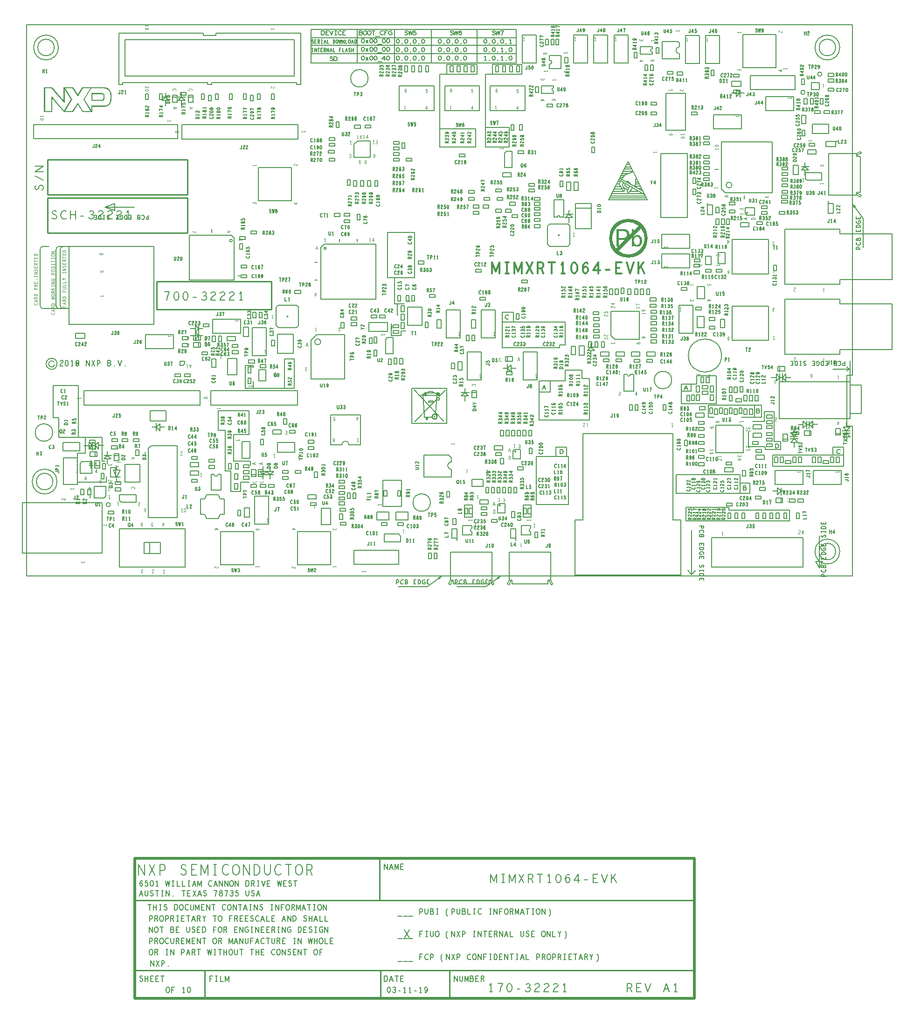
<source format=gbr>
G04 ================== begin FILE IDENTIFICATION RECORD ==================*
G04 Layout Name:  LAY-32221_A1.brd*
G04 Film Name:    PAS*
G04 File Format:  Gerber RS274X*
G04 File Origin:  Cadence Allegro 16.6-2015-S103*
G04 Origin Date:  Mon Mar 11 10:16:28 2019*
G04 *
G04 Layer:  REF DES/SILKSCREEN_TOP*
G04 Layer:  PACKAGE GEOMETRY/ASSEMBLY_TOP*
G04 Layer:  DRAWING FORMAT/FILM_TITLE_BLOCK*
G04 Layer:  BOARD GEOMETRY/SILKSCREEN_TOP*
G04 Layer:  BOARD GEOMETRY/OUTLINE*
G04 *
G04 Offset:    (0.00 0.00)*
G04 Mirror:    No*
G04 Mode:      Positive*
G04 Rotation:  0*
G04 FullContactRelief:  No*
G04 UndefLineWidth:     6.00*
G04 ================== end FILE IDENTIFICATION RECORD ====================*
%FSLAX55Y55*MOIN*%
%IR0*IPPOS*OFA0.00000B0.00000*MIA0B0*SFA1.00000B1.00000*%
%ADD10C,.01*%
%ADD11C,.02*%
%ADD12C,.012*%
%ADD13C,.015*%
%ADD14C,.0142*%
%ADD15C,.005*%
%ADD16C,.006*%
%ADD17C,.007*%
%ADD18C,.0062*%
%ADD19C,.008*%
%ADD20C,.0075*%
%ADD21C,.00394*%
%ADD22C,.00598*%
G75*
%LPD*%
G75*
G36*
G01X18500Y341050D02*
Y331500D01*
X12500D01*
Y349200D01*
X18300D01*
X26500Y339700D01*
Y349200D01*
X33350D01*
X36600Y344000D01*
X36650D01*
X39900Y349200D01*
X55050D01*
X55950Y349100D01*
X56500Y349000D01*
X56900Y348900D01*
X57500Y348700D01*
X57750Y348600D01*
X58350Y348300D01*
X58500Y348200D01*
X58850Y347950D01*
X59100Y347750D01*
X59350Y347500D01*
X59600Y347200D01*
X59850Y346850D01*
X60050Y346500D01*
X60300Y345950D01*
X60400Y345650D01*
X60500Y345300D01*
X60600Y344850D01*
X60650Y344550D01*
X60700Y344150D01*
Y340150D01*
X60650Y339800D01*
X60600Y339500D01*
X60450Y338900D01*
X60250Y338300D01*
X60100Y337950D01*
X60000Y337750D01*
X59700Y337250D01*
X59550Y337050D01*
X59350Y336800D01*
X58950Y336400D01*
X58500Y336050D01*
X58150Y335850D01*
X57750Y335650D01*
X57350Y335500D01*
X56750Y335350D01*
X56000Y335250D01*
X47150D01*
Y331500D01*
X39950D01*
X36630Y336800D01*
X33350Y331500D01*
X26750D01*
X18500Y341050D01*
G37*
G36*
G01X295116Y-2527D02*
X296934Y0D01*
X293964Y-931D01*
X295116Y-2527D01*
G37*
G36*
G01X337116D02*
X338934Y0D01*
X335964Y-931D01*
X337116Y-2527D01*
G37*
G36*
G01X430251Y227443D02*
G02I0J13807D01*
G37*
G36*
G01X593027Y264066D02*
X590500Y265884D01*
X591431Y262914D01*
X593027Y264066D01*
G37*
%LPC*%
G75*
G36*
G01X27670Y348450D02*
X32880D01*
X36630Y342460D01*
X40370Y348450D01*
X45630D01*
X40640Y340370D01*
X45620Y332250D01*
X40380D01*
X36670Y338200D01*
X36600D01*
X32880Y332250D01*
X27650D01*
X32620Y340350D01*
X27670Y348450D01*
G37*
G36*
G01X54530D02*
X55100Y348400D01*
X55600Y348350D01*
X56250Y348250D01*
X56850Y348100D01*
X57500Y347850D01*
X58050Y347550D01*
X58450Y347250D01*
X58750Y347000D01*
X59000Y346700D01*
X59200Y346400D01*
X59350Y346150D01*
X59500Y345850D01*
X59600Y345600D01*
X59650Y345450D01*
X59800Y344850D01*
X59850Y344550D01*
X59900Y344200D01*
X59950Y343350D01*
Y340800D01*
X59800Y339750D01*
X59750Y339450D01*
X59650Y339000D01*
X59450Y338400D01*
X59300Y338100D01*
X59100Y337750D01*
X58750Y337300D01*
X58350Y336900D01*
X58000Y336650D01*
X57600Y336450D01*
X57100Y336250D01*
X56500Y336100D01*
X55830Y336000D01*
X46350D01*
Y332600D01*
X41570Y340350D01*
X46540Y348450D01*
X54530D01*
G37*
G36*
G01X26900Y332550D02*
X17750Y343150D01*
X17700D01*
Y332250D01*
X13300D01*
Y348450D01*
X17910D01*
X27300Y337550D01*
Y347500D01*
X31700Y340350D01*
X26900Y332550D01*
G37*
G36*
G01X427038Y241578D02*
X423304D01*
Y246320D01*
X427038D01*
X427435Y246292D01*
X427904Y246177D01*
X428321Y245971D01*
X428690Y245673D01*
X428940Y245343D01*
X429119Y244934D01*
X429226Y244446D01*
X429262Y243878D01*
X429230Y243397D01*
X429111Y242924D01*
X428905Y242511D01*
X428618Y242154D01*
X428424Y241983D01*
X428027Y241757D01*
X427566Y241622D01*
X427038Y241578D01*
G37*
G36*
G01X436443Y236550D02*
X436209Y236561D01*
X435748Y236665D01*
X435323Y236880D01*
X434938Y237193D01*
X434898Y237233D01*
X434600Y237610D01*
X434389Y238027D01*
X434262Y238488D01*
X434219Y238992D01*
Y239886D01*
X434262Y240418D01*
X434385Y240891D01*
X434584Y241300D01*
X434866Y241650D01*
X435140Y241892D01*
X435553Y242158D01*
X435986Y242316D01*
X436443Y242368D01*
X436447D01*
X436912Y242305D01*
X437340Y242110D01*
X437738Y241792D01*
X437805Y241721D01*
X438040Y241399D01*
X438222Y241006D01*
X438349Y240545D01*
X438429Y240017D01*
X438457Y239421D01*
X438453Y239242D01*
X438409Y238694D01*
X438306Y238198D01*
X438147Y237761D01*
X437936Y237376D01*
X437666Y237050D01*
X437356Y236804D01*
X436928Y236613D01*
X436443Y236550D01*
G37*
G36*
G01X427596Y240222D02*
X423304Y235930D01*
Y240212D01*
X427395D01*
X427596Y240222D01*
G37*
G36*
G01X422772Y235398D02*
X421341Y233967D01*
G02X437533Y250159I8910J7282D01*
G01X434219Y246845D01*
Y247683D01*
X432781D01*
Y245407D01*
X430974Y243600D01*
X430986Y243878D01*
Y244056D01*
X430942Y244592D01*
X430851Y245089D01*
X430708Y245546D01*
X430517Y245962D01*
X430275Y246340D01*
X429981Y246678D01*
X429663Y246960D01*
X429274Y247222D01*
X428857Y247424D01*
X428400Y247567D01*
X427916Y247655D01*
X427395Y247683D01*
X421652D01*
Y235398D01*
X422772D01*
G37*
G36*
G01X434219Y243147D02*
X439357Y248285D01*
G02X423215Y232144I-9106J-7035D01*
G01X432781Y241709D01*
Y235398D01*
X434219D01*
Y236407D01*
X434362Y236180D01*
X434659Y235847D01*
X435017Y235588D01*
X435430Y235402D01*
X435907Y235290D01*
X436443Y235255D01*
X436741Y235267D01*
X437245Y235330D01*
X437710Y235454D01*
X438139Y235636D01*
X438532Y235882D01*
X438885Y236188D01*
X438977Y236283D01*
X439255Y236625D01*
X439493Y237002D01*
X439688Y237415D01*
X439839Y237864D01*
X439950Y238349D01*
X440013Y238869D01*
X440033Y239421D01*
X440030Y239667D01*
X439994Y240216D01*
X439910Y240724D01*
X439791Y241196D01*
X439628Y241633D01*
X439422Y242035D01*
X439176Y242400D01*
X438885Y242726D01*
X438738Y242865D01*
X438361Y243151D01*
X437952Y243373D01*
X437507Y243532D01*
X437031Y243627D01*
X436514Y243659D01*
X436248Y243651D01*
X435788Y243572D01*
X435355Y243417D01*
X434946Y243190D01*
X434568Y242888D01*
X434219Y242511D01*
Y243147D01*
G37*
%LPD*%
G75*
G36*
G01X46350Y345000D02*
Y339450D01*
X54000D01*
X54300Y339500D01*
X54600Y339600D01*
X54800Y339700D01*
X54950Y339800D01*
X55350Y340200D01*
X55450Y340350D01*
X55550Y340550D01*
X55650Y340800D01*
X55750Y341100D01*
X55850Y341500D01*
Y343300D01*
X55800Y343550D01*
X55700Y343850D01*
X55600Y344050D01*
X55450Y344250D01*
X55250Y344450D01*
X55000Y344650D01*
X54700Y344800D01*
X54350Y344900D01*
X54150Y344950D01*
X53780Y345000D01*
X46350D01*
G37*
%LPC*%
G75*
G36*
G01X53790Y340200D02*
X47150D01*
Y344250D01*
X53530D01*
X53850Y344200D01*
X54150Y344150D01*
X54300Y344100D01*
X54550Y344000D01*
X54700Y343900D01*
X54800Y343800D01*
X54950Y343600D01*
X55050Y343300D01*
Y341550D01*
X55000Y341300D01*
X54900Y341000D01*
X54800Y340800D01*
X54700Y340650D01*
X54550Y340500D01*
X54400Y340400D01*
X54200Y340300D01*
X54000Y340250D01*
X53790Y340200D01*
G37*
%LPD*%
G75*
G54D10*
G01X15000Y245000D02*
X115000D01*
Y270000D01*
X15000D01*
Y245000D01*
G01Y272500D02*
X115000D01*
Y297500D01*
X15000D01*
Y272500D01*
G01X77500Y-281500D02*
X477500D01*
G01X77500Y-251500D02*
Y-231500D01*
X477500D01*
G01X93000Y190500D02*
X175000D01*
Y210500D01*
X93000D01*
Y190500D01*
G01X127500Y-301500D02*
Y-281500D01*
G01X253000Y-301500D02*
Y-281500D01*
G01X252500Y-231500D02*
Y-201500D01*
G01X290050Y113890D02*
G03X293550I1750J0D01*
G01D02*
G03X290050I-1750J0D01*
G01X302500Y-301500D02*
Y-281500D01*
G54D20*
G01X292370Y115990D02*
X293540Y129170D01*
G01X291410Y113890D02*
G03X292190I390J0D01*
G01D02*
G03X291410I-390J0D01*
G01X283300Y129700D02*
X284570Y114750D01*
G01D02*
Y113510D01*
G01D02*
X289890D01*
G01X277220Y133190D02*
X298040Y110710D01*
G01X277720Y110550D02*
X299360Y132840D01*
G01X293540Y129170D02*
Y129130D01*
G01X294870Y128970D02*
X293540Y129000D01*
G01X290600Y130950D02*
X293320Y130030D01*
G01X293310D02*
G03X290600Y130950I-2489J-2881D01*
G01X281290Y128970D02*
X294870D01*
G01X283290Y129810D02*
X286990Y131000D01*
G01X286980Y131010D02*
G03X283290Y129810I197J-6878D01*
G54D11*
G01X77500Y-301500D02*
Y-201500D01*
X477500D01*
G01D02*
Y-301500D01*
X77500D01*
G54D21*
G01X27190Y55531D02*
X27440Y55371D01*
X27565Y55184D01*
X27607Y54971D01*
X27524Y54704D01*
X27315Y54517D01*
X27065Y54464D01*
X26815Y54491D01*
X26607Y54597D01*
X26190Y55131D01*
X25899Y55371D01*
X25482Y55531D01*
X25107Y55584D01*
Y54464D01*
G01X25829Y193068D02*
X25704Y192908D01*
X25621Y192721D01*
Y192508D01*
X25746Y192268D01*
X25954Y192081D01*
X26204Y191948D01*
X26621Y191841D01*
X26996Y191814D01*
X27371Y191868D01*
X27621Y191948D01*
X27871Y192108D01*
X28038Y192294D01*
X28121Y192481D01*
Y192668D01*
X28038Y192854D01*
X27913Y193014D01*
X27746Y193148D01*
G01X28121Y194014D02*
X25621Y194681D01*
X28121Y195348D01*
G01X27246Y195108D02*
Y194254D01*
G01X28121Y196348D02*
X25621D01*
Y197014D01*
X25746Y197228D01*
X25913Y197361D01*
X26246Y197414D01*
X26579Y197361D01*
X26788Y197201D01*
X26913Y197014D01*
Y196348D01*
G01Y197014D02*
X28121Y197414D01*
G01Y198494D02*
X25621D01*
Y199028D01*
X25746Y199241D01*
X25913Y199401D01*
X26163Y199534D01*
X26454Y199641D01*
X26871Y199668D01*
X27288Y199641D01*
X27579Y199534D01*
X27829Y199401D01*
X27996Y199241D01*
X28121Y199028D01*
Y198494D01*
G01Y202974D02*
X25621D01*
Y203988D01*
G01X26829Y203614D02*
Y202974D01*
G01X25621Y205094D02*
X27413D01*
X27788Y205201D01*
X28038Y205414D01*
X28121Y205681D01*
X28038Y205948D01*
X27788Y206161D01*
X27413Y206268D01*
X25621D01*
G01Y207348D02*
X28121D01*
Y208414D01*
G01X25621Y209548D02*
X28121D01*
Y210614D01*
G01Y212281D02*
X26996D01*
X25621Y211748D01*
G01Y212814D02*
X26996Y212281D01*
G01X25621Y216361D02*
Y217001D01*
G01Y216681D02*
X28121D01*
G01Y216361D02*
Y217001D01*
G01Y218268D02*
X25621D01*
X28121Y219494D01*
X25621D01*
G01X27788Y220521D02*
X27996Y220734D01*
X28121Y220974D01*
Y221188D01*
X27996Y221401D01*
X27788Y221561D01*
X27496Y221641D01*
X27204Y221588D01*
X26954Y221454D01*
X26788Y221214D01*
X26704Y220894D01*
X26538Y220708D01*
X26246Y220628D01*
X25954Y220681D01*
X25746Y220814D01*
X25621Y221001D01*
Y221188D01*
X25704Y221374D01*
X25913Y221534D01*
G01X28121Y223814D02*
Y222748D01*
X25621D01*
Y223814D01*
G01X26829Y223388D02*
Y222748D01*
G01X28121Y224948D02*
X25621D01*
Y225614D01*
X25746Y225828D01*
X25913Y225961D01*
X26246Y226014D01*
X26579Y225961D01*
X26788Y225801D01*
X26913Y225614D01*
Y224948D01*
G01Y225614D02*
X28121Y226014D01*
G01X25621Y227681D02*
X28121D01*
G01X25621Y227068D02*
Y228294D01*
G01X28121Y230414D02*
Y229348D01*
X25621D01*
Y230414D01*
G01X26829Y229988D02*
Y229348D01*
G01X28121Y231494D02*
X25621D01*
Y232028D01*
X25746Y232241D01*
X25913Y232401D01*
X26163Y232534D01*
X26454Y232641D01*
X26871Y232668D01*
X27288Y232641D01*
X27579Y232534D01*
X27829Y232401D01*
X27996Y232241D01*
X28121Y232028D01*
Y231494D01*
G01X17812Y188080D02*
X17687Y187920D01*
X17604Y187733D01*
Y187520D01*
X17729Y187280D01*
X17937Y187093D01*
X18187Y186960D01*
X18604Y186853D01*
X18979Y186826D01*
X19354Y186880D01*
X19604Y186960D01*
X19854Y187120D01*
X20021Y187306D01*
X20104Y187493D01*
Y187680D01*
X20021Y187866D01*
X19896Y188026D01*
X19729Y188160D01*
G01X20104Y189026D02*
X17604Y189693D01*
X20104Y190360D01*
G01X19229Y190120D02*
Y189266D01*
G01X20104Y191360D02*
X17604D01*
Y192026D01*
X17729Y192240D01*
X17896Y192373D01*
X18229Y192426D01*
X18562Y192373D01*
X18771Y192213D01*
X18896Y192026D01*
Y191360D01*
G01Y192026D02*
X20104Y192426D01*
G01Y193506D02*
X17604D01*
Y194040D01*
X17729Y194253D01*
X17896Y194413D01*
X18146Y194546D01*
X18437Y194653D01*
X18854Y194680D01*
X19271Y194653D01*
X19562Y194546D01*
X19812Y194413D01*
X19979Y194253D01*
X20104Y194040D01*
Y193506D01*
G01X17604Y197693D02*
X20104Y198066D01*
X17604Y198493D01*
X20104Y198920D01*
X17604Y199293D01*
G01X20104Y200693D02*
X20062Y200480D01*
X19896Y200293D01*
X19646Y200133D01*
X19354Y200026D01*
X19021Y199973D01*
X18687D01*
X18354Y200026D01*
X18062Y200133D01*
X17812Y200293D01*
X17646Y200480D01*
X17604Y200693D01*
X17646Y200906D01*
X17812Y201093D01*
X18062Y201253D01*
X18354Y201360D01*
X18687Y201413D01*
X19021D01*
X19354Y201360D01*
X19646Y201253D01*
X19896Y201093D01*
X20062Y200906D01*
X20104Y200693D01*
G01Y202360D02*
X17604D01*
Y203026D01*
X17729Y203240D01*
X17896Y203373D01*
X18229Y203426D01*
X18562Y203373D01*
X18771Y203213D01*
X18896Y203026D01*
Y202360D01*
G01Y203026D02*
X20104Y203426D01*
G01Y204506D02*
X17604D01*
G01Y205520D02*
X19146Y204506D01*
G01X20104Y205680D02*
X18437Y204960D01*
G01X17604Y206973D02*
Y207613D01*
G01Y207293D02*
X20104D01*
G01Y206973D02*
Y207613D01*
G01Y208880D02*
X17604D01*
X20104Y210106D01*
X17604D01*
G01X18854Y211853D02*
Y212386D01*
X19604D01*
X19854Y212226D01*
X20021Y212040D01*
X20104Y211773D01*
X20021Y211506D01*
X19854Y211320D01*
X19604Y211160D01*
X19312Y211053D01*
X18979Y211000D01*
X18687D01*
X18437Y211053D01*
X18146Y211160D01*
X17896Y211320D01*
X17729Y211480D01*
X17604Y211693D01*
Y211880D01*
X17687Y212093D01*
X17854Y212253D01*
G01X20104Y215560D02*
X17604D01*
Y216200D01*
X17729Y216413D01*
X18021Y216573D01*
X18354Y216626D01*
X18687Y216573D01*
X18937Y216440D01*
X19062Y216200D01*
Y215560D01*
G01X20104Y218293D02*
X20062Y218080D01*
X19896Y217893D01*
X19646Y217733D01*
X19354Y217626D01*
X19021Y217573D01*
X18687D01*
X18354Y217626D01*
X18062Y217733D01*
X17812Y217893D01*
X17646Y218080D01*
X17604Y218293D01*
X17646Y218506D01*
X17812Y218693D01*
X18062Y218853D01*
X18354Y218960D01*
X18687Y219013D01*
X19021D01*
X19354Y218960D01*
X19646Y218853D01*
X19896Y218693D01*
X20062Y218506D01*
X20104Y218293D01*
G01X19771Y219933D02*
X19979Y220146D01*
X20104Y220386D01*
Y220600D01*
X19979Y220813D01*
X19771Y220973D01*
X19479Y221053D01*
X19187Y221000D01*
X18937Y220866D01*
X18771Y220626D01*
X18687Y220306D01*
X18521Y220120D01*
X18229Y220040D01*
X17937Y220093D01*
X17729Y220226D01*
X17604Y220413D01*
Y220600D01*
X17687Y220786D01*
X17896Y220946D01*
G01X17604Y222373D02*
Y223013D01*
G01Y222693D02*
X20104D01*
G01Y222373D02*
Y223013D01*
G01X17604Y224893D02*
X20104D01*
G01X17604Y224280D02*
Y225506D01*
G01Y226773D02*
Y227413D01*
G01Y227093D02*
X20104D01*
G01Y226773D02*
Y227413D01*
G01Y229293D02*
X20062Y229080D01*
X19896Y228893D01*
X19646Y228733D01*
X19354Y228626D01*
X19021Y228573D01*
X18687D01*
X18354Y228626D01*
X18062Y228733D01*
X17812Y228893D01*
X17646Y229080D01*
X17604Y229293D01*
X17646Y229506D01*
X17812Y229693D01*
X18062Y229853D01*
X18354Y229960D01*
X18687Y230013D01*
X19021D01*
X19354Y229960D01*
X19646Y229853D01*
X19896Y229693D01*
X20062Y229506D01*
X20104Y229293D01*
G01Y230880D02*
X17604D01*
X20104Y232106D01*
X17604D01*
G01X5561Y194934D02*
X5436Y194774D01*
X5353Y194587D01*
Y194374D01*
X5478Y194134D01*
X5686Y193947D01*
X5936Y193814D01*
X6353Y193707D01*
X6728Y193680D01*
X7103Y193734D01*
X7353Y193814D01*
X7603Y193974D01*
X7770Y194160D01*
X7853Y194347D01*
Y194534D01*
X7770Y194720D01*
X7645Y194880D01*
X7478Y195014D01*
G01X7853Y195880D02*
X5353Y196547D01*
X7853Y197214D01*
G01X6978Y196974D02*
Y196120D01*
G01X7853Y198214D02*
X5353D01*
Y198880D01*
X5478Y199094D01*
X5645Y199227D01*
X5978Y199280D01*
X6311Y199227D01*
X6520Y199067D01*
X6645Y198880D01*
Y198214D01*
G01Y198880D02*
X7853Y199280D01*
G01Y200360D02*
X5353D01*
Y200894D01*
X5478Y201107D01*
X5645Y201267D01*
X5895Y201400D01*
X6186Y201507D01*
X6603Y201534D01*
X7020Y201507D01*
X7311Y201400D01*
X7561Y201267D01*
X7728Y201107D01*
X7853Y200894D01*
Y200360D01*
G01Y204814D02*
X5353D01*
Y205454D01*
X5478Y205667D01*
X5770Y205827D01*
X6103Y205880D01*
X6436Y205827D01*
X6686Y205694D01*
X6811Y205454D01*
Y204814D01*
G01X7853Y207014D02*
X5353D01*
Y207680D01*
X5478Y207894D01*
X5645Y208027D01*
X5978Y208080D01*
X6311Y208027D01*
X6520Y207867D01*
X6645Y207680D01*
Y207014D01*
G01Y207680D02*
X7853Y208080D01*
G01Y210280D02*
Y209214D01*
X5353D01*
Y210280D01*
G01X6561Y209854D02*
Y209214D01*
G01X7020Y211600D02*
Y212294D01*
G01X5353Y213827D02*
Y214467D01*
G01Y214147D02*
X7853D01*
G01Y213827D02*
Y214467D01*
G01Y215734D02*
X5353D01*
X7853Y216960D01*
X5353D01*
G01X7520Y217987D02*
X7728Y218200D01*
X7853Y218440D01*
Y218654D01*
X7728Y218867D01*
X7520Y219027D01*
X7228Y219107D01*
X6936Y219054D01*
X6686Y218920D01*
X6520Y218680D01*
X6436Y218360D01*
X6270Y218174D01*
X5978Y218094D01*
X5686Y218147D01*
X5478Y218280D01*
X5353Y218467D01*
Y218654D01*
X5436Y218840D01*
X5645Y219000D01*
G01X7853Y221280D02*
Y220214D01*
X5353D01*
Y221280D01*
G01X6561Y220854D02*
Y220214D01*
G01X7853Y222414D02*
X5353D01*
Y223080D01*
X5478Y223294D01*
X5645Y223427D01*
X5978Y223480D01*
X6311Y223427D01*
X6520Y223267D01*
X6645Y223080D01*
Y222414D01*
G01Y223080D02*
X7853Y223480D01*
G01X5353Y225147D02*
X7853D01*
G01X5353Y224534D02*
Y225760D01*
G01X7853Y227880D02*
Y226814D01*
X5353D01*
Y227880D01*
G01X6561Y227454D02*
Y226814D01*
G01X7853Y228960D02*
X5353D01*
Y229494D01*
X5478Y229707D01*
X5645Y229867D01*
X5895Y230000D01*
X6186Y230107D01*
X6603Y230134D01*
X7020Y230107D01*
X7311Y230000D01*
X7561Y229867D01*
X7728Y229707D01*
X7853Y229494D01*
Y228960D01*
G01X9729Y328509D02*
X12229D01*
X11729Y328829D01*
G01X9729D02*
Y328189D01*
G01X12229Y326309D02*
X12146Y326522D01*
X11937Y326682D01*
X11687Y326789D01*
X11354Y326869D01*
X10979Y326896D01*
X10604Y326869D01*
X10271Y326789D01*
X10021Y326682D01*
X9812Y326522D01*
X9729Y326309D01*
X9812Y326096D01*
X10021Y325936D01*
X10271Y325829D01*
X10604Y325749D01*
X10979Y325722D01*
X11354Y325749D01*
X11687Y325829D01*
X11937Y325936D01*
X12146Y326096D01*
X12229Y326309D01*
G01X39617Y10717D02*
X39325Y10557D01*
X39159Y10343D01*
X39117Y10103D01*
X39159Y9890D01*
X39367Y9677D01*
X39617Y9543D01*
X39867Y9517D01*
X40159Y9570D01*
X40367Y9757D01*
X40450Y9943D01*
Y10183D01*
G01Y9943D02*
X40575Y9783D01*
X40784Y9650D01*
X41034Y9597D01*
X41284Y9650D01*
X41492Y9783D01*
X41617Y10023D01*
X41575Y10263D01*
X41409Y10503D01*
G01X45867Y57353D02*
X45680Y57062D01*
X45520Y56895D01*
X45307Y56812D01*
X45120Y56895D01*
X44987Y57062D01*
X44880Y57312D01*
X44853Y57603D01*
X44880Y57853D01*
X44987Y58103D01*
X45147Y58312D01*
X45333Y58395D01*
X45547Y58312D01*
X45733Y58062D01*
X45840Y57687D01*
X45867Y57270D01*
X45813Y56728D01*
X45733Y56437D01*
X45600Y56145D01*
X45413Y55937D01*
X45227Y55895D01*
X45040Y55978D01*
X44907Y56187D01*
G01X44848Y63684D02*
Y61184D01*
X45835Y62976D01*
X44501D01*
G01X42176Y68608D02*
X42363Y68650D01*
X42576Y68775D01*
X42709Y68983D01*
X42763Y69275D01*
X42709Y69566D01*
X42549Y69816D01*
X42309Y69941D01*
X42043D01*
X41883Y70025D01*
X41749Y70233D01*
X41696Y70525D01*
X41776Y70816D01*
X41963Y71025D01*
X42176Y71108D01*
X42389Y71025D01*
X42576Y70816D01*
X42656Y70525D01*
X42603Y70233D01*
X42469Y70025D01*
X42309Y69941D01*
X42043D01*
X41803Y69816D01*
X41643Y69566D01*
X41589Y69275D01*
X41643Y68983D01*
X41776Y68775D01*
X41989Y68650D01*
X42176Y68608D01*
G01X33650Y62400D02*
X31150D01*
X31650Y62080D01*
G01X33650D02*
Y62720D01*
G01X49133Y80147D02*
X49320Y80438D01*
X49480Y80605D01*
X49693Y80688D01*
X49880Y80605D01*
X50013Y80438D01*
X50120Y80188D01*
X50147Y79897D01*
X50120Y79647D01*
X50013Y79397D01*
X49853Y79188D01*
X49667Y79105D01*
X49453Y79188D01*
X49267Y79438D01*
X49160Y79813D01*
X49133Y80230D01*
X49187Y80772D01*
X49267Y81063D01*
X49400Y81355D01*
X49587Y81563D01*
X49773Y81605D01*
X49960Y81522D01*
X50093Y81313D01*
G01X50152Y73816D02*
Y76316D01*
X49165Y74524D01*
X50499D01*
G01X35391Y74537D02*
X35551Y74245D01*
X35765Y74079D01*
X36005Y74037D01*
X36218Y74079D01*
X36431Y74287D01*
X36565Y74537D01*
X36591Y74787D01*
X36538Y75079D01*
X36351Y75287D01*
X36165Y75370D01*
X35925D01*
G01X36165D02*
X36325Y75495D01*
X36458Y75704D01*
X36511Y75954D01*
X36458Y76204D01*
X36325Y76412D01*
X36085Y76537D01*
X35845Y76495D01*
X35605Y76329D01*
G01X36057Y79827D02*
Y82327D01*
X35737Y81827D01*
G01Y79827D02*
X36377D01*
G01X38659Y127159D02*
X36159D01*
X36659Y126839D01*
G01X38659D02*
Y127479D01*
G01X55030Y36555D02*
X57530D01*
X57030Y36875D01*
G01X55030D02*
Y36235D01*
G01X52824Y68892D02*
X52637Y68850D01*
X52424Y68725D01*
X52291Y68517D01*
X52237Y68225D01*
X52291Y67934D01*
X52451Y67684D01*
X52691Y67559D01*
X52957D01*
X53117Y67475D01*
X53251Y67267D01*
X53304Y66975D01*
X53224Y66684D01*
X53037Y66475D01*
X52824Y66392D01*
X52611Y66475D01*
X52424Y66684D01*
X52344Y66975D01*
X52397Y67267D01*
X52531Y67475D01*
X52691Y67559D01*
X52957D01*
X53197Y67684D01*
X53357Y67934D01*
X53411Y68225D01*
X53357Y68517D01*
X53224Y68725D01*
X53011Y68850D01*
X52824Y68892D01*
G01X59609Y62963D02*
X59449Y63255D01*
X59235Y63421D01*
X58995Y63463D01*
X58782Y63421D01*
X58569Y63213D01*
X58435Y62963D01*
X58409Y62713D01*
X58462Y62421D01*
X58649Y62213D01*
X58835Y62130D01*
X59075D01*
G01X58835D02*
X58675Y62005D01*
X58542Y61796D01*
X58489Y61546D01*
X58542Y61296D01*
X58675Y61088D01*
X58915Y60963D01*
X59155Y61005D01*
X59395Y61171D01*
G01X58943Y57673D02*
Y55173D01*
X59263Y55673D01*
G01Y57673D02*
X58623D01*
G01X65300Y50450D02*
Y52950D01*
X64980Y52450D01*
G01Y50450D02*
X65620D01*
G01X64837Y68288D02*
X64545Y68128D01*
X64379Y67914D01*
X64337Y67674D01*
X64379Y67461D01*
X64587Y67248D01*
X64837Y67114D01*
X65087Y67088D01*
X65379Y67141D01*
X65587Y67328D01*
X65670Y67514D01*
Y67754D01*
G01Y67514D02*
X65795Y67354D01*
X66004Y67221D01*
X66254Y67168D01*
X66504Y67221D01*
X66712Y67354D01*
X66837Y67594D01*
X66795Y67834D01*
X66629Y68074D01*
G01X60515Y68601D02*
X60765Y68441D01*
X60890Y68254D01*
X60932Y68041D01*
X60849Y67774D01*
X60640Y67587D01*
X60390Y67534D01*
X60140Y67561D01*
X59932Y67667D01*
X59515Y68201D01*
X59224Y68441D01*
X58807Y68601D01*
X58432Y68654D01*
Y67534D01*
G01X64665Y81480D02*
X67165D01*
X66665Y81800D01*
G01X64665D02*
Y81160D01*
G01X58432Y79512D02*
X60932D01*
X60432Y79832D01*
G01X58432D02*
Y79192D01*
G01X65165Y90849D02*
X65290Y91009D01*
X65373Y91196D01*
Y91409D01*
X65248Y91649D01*
X65040Y91836D01*
X64790Y91969D01*
X64373Y92076D01*
X63998Y92103D01*
X63623Y92049D01*
X63373Y91969D01*
X63123Y91809D01*
X62956Y91623D01*
X62873Y91436D01*
Y91249D01*
X62956Y91063D01*
X63081Y90903D01*
X63248Y90769D01*
G01X63263Y78934D02*
X65763Y78267D01*
X63263Y77600D01*
G01X64138Y77840D02*
Y78694D01*
G01X55106Y200059D02*
X52606D01*
X53106Y199739D01*
G01X55106D02*
Y200379D01*
G01X54731Y216972D02*
X54939Y217132D01*
X55064Y217319D01*
X55106Y217559D01*
X55023Y217799D01*
X54856Y217986D01*
X54564Y218119D01*
X54231Y218146D01*
X53898Y218092D01*
X53689Y217959D01*
X53523Y217772D01*
X53481Y217586D01*
X53523Y217399D01*
X53689Y217159D01*
X52606Y217239D01*
Y217959D01*
G01X54606Y230059D02*
X54564Y230246D01*
X54439Y230459D01*
X54231Y230592D01*
X53939Y230646D01*
X53648Y230592D01*
X53398Y230432D01*
X53273Y230192D01*
Y229926D01*
X53189Y229766D01*
X52981Y229632D01*
X52689Y229579D01*
X52398Y229659D01*
X52189Y229846D01*
X52106Y230059D01*
X52189Y230272D01*
X52398Y230459D01*
X52689Y230539D01*
X52981Y230486D01*
X53189Y230352D01*
X53273Y230192D01*
Y229926D01*
X53398Y229686D01*
X53648Y229526D01*
X53939Y229472D01*
X54231Y229526D01*
X54439Y229659D01*
X54564Y229872D01*
X54606Y230059D01*
G01X83177Y4303D02*
X83017Y4595D01*
X82803Y4761D01*
X82563Y4803D01*
X82350Y4761D01*
X82137Y4553D01*
X82003Y4303D01*
X81977Y4053D01*
X82030Y3761D01*
X82217Y3553D01*
X82403Y3470D01*
X82643D01*
G01X82403D02*
X82243Y3345D01*
X82110Y3136D01*
X82057Y2886D01*
X82110Y2636D01*
X82243Y2428D01*
X82483Y2303D01*
X82723Y2345D01*
X82963Y2511D01*
G01X90692Y2589D02*
X90532Y2339D01*
X90345Y2214D01*
X90132Y2172D01*
X89865Y2255D01*
X89678Y2464D01*
X89625Y2714D01*
X89652Y2964D01*
X89758Y3172D01*
X90292Y3589D01*
X90532Y3880D01*
X90692Y4297D01*
X90745Y4672D01*
X89625D01*
G01X84247Y46342D02*
X84433Y46133D01*
X84647Y46050D01*
X84860Y46133D01*
X85047Y46383D01*
X85180Y46758D01*
X85233Y47133D01*
Y47592D01*
X85180Y47967D01*
X85047Y48300D01*
X84887Y48467D01*
X84700Y48550D01*
X84487Y48467D01*
X84327Y48300D01*
X84220Y48050D01*
X84167Y47717D01*
X84220Y47425D01*
X84353Y47133D01*
X84513Y46967D01*
X84700Y46925D01*
X84913Y47008D01*
X85073Y47217D01*
X85233Y47592D01*
G01X82819Y37114D02*
X82632Y36823D01*
X82472Y36656D01*
X82259Y36573D01*
X82072Y36656D01*
X81939Y36823D01*
X81832Y37073D01*
X81805Y37364D01*
X81832Y37614D01*
X81939Y37864D01*
X82099Y38073D01*
X82285Y38156D01*
X82499Y38073D01*
X82685Y37823D01*
X82792Y37448D01*
X82819Y37031D01*
X82765Y36489D01*
X82685Y36198D01*
X82552Y35906D01*
X82365Y35698D01*
X82179Y35656D01*
X81992Y35739D01*
X81859Y35948D01*
G01X90205Y37741D02*
X90045Y37949D01*
X89858Y38074D01*
X89618Y38116D01*
X89378Y38033D01*
X89191Y37866D01*
X89058Y37574D01*
X89031Y37241D01*
X89085Y36908D01*
X89218Y36699D01*
X89405Y36533D01*
X89591Y36491D01*
X89778Y36533D01*
X90018Y36699D01*
X89938Y35616D01*
X89218D01*
G01X77114Y62441D02*
X77239Y62601D01*
X77322Y62788D01*
Y63001D01*
X77197Y63241D01*
X76989Y63428D01*
X76739Y63561D01*
X76322Y63668D01*
X75947Y63695D01*
X75572Y63641D01*
X75322Y63561D01*
X75072Y63401D01*
X74905Y63215D01*
X74822Y63028D01*
Y62841D01*
X74905Y62655D01*
X75030Y62495D01*
X75197Y62361D01*
G01X79843Y52433D02*
X80003Y52683D01*
X80190Y52808D01*
X80403Y52850D01*
X80670Y52767D01*
X80857Y52558D01*
X80910Y52308D01*
X80883Y52058D01*
X80777Y51850D01*
X80243Y51433D01*
X80003Y51142D01*
X79843Y50725D01*
X79790Y50350D01*
X80910D01*
G01X84850Y86200D02*
Y88700D01*
X84530Y88200D01*
G01Y86200D02*
X85170D01*
G01X74940Y84994D02*
X77440Y84327D01*
X74940Y83660D01*
G01X75815Y83900D02*
Y84754D01*
G01X86808Y349707D02*
X87058Y349547D01*
X87183Y349360D01*
X87225Y349147D01*
X87142Y348880D01*
X86933Y348693D01*
X86683Y348640D01*
X86433Y348667D01*
X86225Y348773D01*
X85808Y349307D01*
X85517Y349547D01*
X85100Y349707D01*
X84725Y349760D01*
Y348640D01*
G01X87225Y347000D02*
X87142Y347213D01*
X86933Y347373D01*
X86683Y347480D01*
X86350Y347560D01*
X85975Y347587D01*
X85600Y347560D01*
X85267Y347480D01*
X85017Y347373D01*
X84808Y347213D01*
X84725Y347000D01*
X84808Y346787D01*
X85017Y346627D01*
X85267Y346520D01*
X85600Y346440D01*
X85975Y346413D01*
X86350Y346440D01*
X86683Y346520D01*
X86933Y346627D01*
X87142Y346787D01*
X87225Y347000D01*
G01X84725Y393200D02*
X87225D01*
X86725Y393520D01*
G01X84725D02*
Y392880D01*
G01X85017Y391453D02*
X84808Y391267D01*
X84725Y391053D01*
X84808Y390840D01*
X85058Y390653D01*
X85433Y390520D01*
X85808Y390467D01*
X86267D01*
X86642Y390520D01*
X86975Y390653D01*
X87142Y390813D01*
X87225Y391000D01*
X87142Y391213D01*
X86975Y391373D01*
X86725Y391480D01*
X86392Y391533D01*
X86100Y391480D01*
X85808Y391347D01*
X85642Y391187D01*
X85600Y391000D01*
X85683Y390787D01*
X85892Y390627D01*
X86267Y390467D01*
G01X98118Y4414D02*
Y1914D01*
X98438Y2414D01*
G01Y4414D02*
X97798D01*
G01X110950Y45900D02*
Y48400D01*
X110630Y47900D01*
G01Y45900D02*
X111270D01*
G01X113150Y48400D02*
X112937Y48317D01*
X112777Y48108D01*
X112670Y47858D01*
X112590Y47525D01*
X112563Y47150D01*
X112590Y46775D01*
X112670Y46442D01*
X112777Y46192D01*
X112937Y45983D01*
X113150Y45900D01*
X113363Y45983D01*
X113523Y46192D01*
X113630Y46442D01*
X113710Y46775D01*
X113737Y47150D01*
X113710Y47525D01*
X113630Y47858D01*
X113523Y48108D01*
X113363Y48317D01*
X113150Y48400D01*
G01X97554Y38214D02*
Y35714D01*
X98541Y37506D01*
X97207D01*
G01X110243Y88633D02*
X110403Y88883D01*
X110590Y89008D01*
X110803Y89050D01*
X111070Y88967D01*
X111257Y88758D01*
X111310Y88508D01*
X111283Y88258D01*
X111177Y88050D01*
X110643Y87633D01*
X110403Y87342D01*
X110243Y86925D01*
X110190Y86550D01*
X111310D01*
G01X117666Y151213D02*
X116999Y148713D01*
X116332Y151213D01*
G01X116572Y150338D02*
X117426D01*
G01X114799Y151213D02*
Y148713D01*
X115119Y149213D01*
G01Y151213D02*
X114479D01*
G01X115934Y171189D02*
X115267Y168689D01*
X114600Y171189D01*
G01X114840Y170314D02*
X115694D01*
G01X115934Y166189D02*
X115267Y163689D01*
X114600Y166189D01*
G01X114840Y165314D02*
X115694D01*
G01X101000Y171500D02*
X103500D01*
X103000Y171820D01*
G01X101000D02*
Y171180D01*
G01X106379Y317209D02*
X106421Y317022D01*
X106546Y316809D01*
X106754Y316676D01*
X107046Y316622D01*
X107337Y316676D01*
X107587Y316836D01*
X107712Y317076D01*
Y317342D01*
X107796Y317502D01*
X108004Y317636D01*
X108296Y317689D01*
X108587Y317609D01*
X108796Y317422D01*
X108879Y317209D01*
X108796Y316996D01*
X108587Y316809D01*
X108296Y316729D01*
X108004Y316782D01*
X107796Y316916D01*
X107712Y317076D01*
Y317342D01*
X107587Y317582D01*
X107337Y317742D01*
X107046Y317796D01*
X106754Y317742D01*
X106546Y317609D01*
X106421Y317396D01*
X106379Y317209D01*
G01X104791Y334934D02*
X107291Y334267D01*
X104791Y333600D01*
G01X105666Y333840D02*
Y334694D01*
G01X116292Y334934D02*
X118792Y334267D01*
X116292Y333600D01*
G01X117167Y333840D02*
Y334694D01*
G01X100729Y325009D02*
X103229D01*
X102729Y325329D01*
G01X100729D02*
Y324689D01*
G01X106693Y346849D02*
X106818Y347009D01*
X106901Y347196D01*
Y347409D01*
X106776Y347649D01*
X106568Y347836D01*
X106318Y347969D01*
X105901Y348076D01*
X105526Y348103D01*
X105151Y348049D01*
X104901Y347969D01*
X104651Y347809D01*
X104484Y347623D01*
X104401Y347436D01*
Y347249D01*
X104484Y347063D01*
X104609Y346903D01*
X104776Y346769D01*
G01X118194Y346849D02*
X118319Y347009D01*
X118402Y347196D01*
Y347409D01*
X118277Y347649D01*
X118069Y347836D01*
X117819Y347969D01*
X117402Y348076D01*
X117027Y348103D01*
X116652Y348049D01*
X116402Y347969D01*
X116152Y347809D01*
X115985Y347623D01*
X115902Y347436D01*
Y347249D01*
X115985Y347063D01*
X116110Y346903D01*
X116277Y346769D01*
G01X136583Y6707D02*
X136833Y6547D01*
X136958Y6360D01*
X137000Y6147D01*
X136917Y5880D01*
X136708Y5693D01*
X136458Y5640D01*
X136208Y5667D01*
X136000Y5773D01*
X135583Y6307D01*
X135292Y6547D01*
X134875Y6707D01*
X134500Y6760D01*
Y5640D01*
G01Y33580D02*
X137000D01*
X135208Y34567D01*
Y33233D01*
G01X124788Y71117D02*
Y73617D01*
X124468Y73117D01*
G01Y71117D02*
X125108D01*
G01X138559Y119809D02*
X136059D01*
X136559Y119489D01*
G01X138559D02*
Y120129D01*
G01X129079Y127409D02*
X129037Y127596D01*
X128912Y127809D01*
X128704Y127942D01*
X128412Y127996D01*
X128121Y127942D01*
X127871Y127782D01*
X127746Y127542D01*
Y127276D01*
X127662Y127116D01*
X127454Y126982D01*
X127162Y126929D01*
X126871Y127009D01*
X126662Y127196D01*
X126579Y127409D01*
X126662Y127622D01*
X126871Y127809D01*
X127162Y127889D01*
X127454Y127836D01*
X127662Y127702D01*
X127746Y127542D01*
Y127276D01*
X127871Y127036D01*
X128121Y126876D01*
X128412Y126822D01*
X128704Y126876D01*
X128912Y127009D01*
X129037Y127222D01*
X129079Y127409D01*
G01X138732Y155803D02*
Y158303D01*
X138412Y157803D01*
G01Y155803D02*
X139052D01*
G01X127849Y169287D02*
X128009Y169162D01*
X128196Y169079D01*
X128409D01*
X128649Y169204D01*
X128836Y169412D01*
X128969Y169662D01*
X129076Y170079D01*
X129103Y170454D01*
X129049Y170829D01*
X128969Y171079D01*
X128809Y171329D01*
X128623Y171496D01*
X128436Y171579D01*
X128249D01*
X128063Y171496D01*
X127903Y171371D01*
X127769Y171204D01*
G01X127849Y164287D02*
X128009Y164162D01*
X128196Y164079D01*
X128409D01*
X128649Y164204D01*
X128836Y164412D01*
X128969Y164662D01*
X129076Y165079D01*
X129103Y165454D01*
X129049Y165829D01*
X128969Y166079D01*
X128809Y166329D01*
X128623Y166496D01*
X128436Y166579D01*
X128249D01*
X128063Y166496D01*
X127903Y166371D01*
X127769Y166204D01*
G01X119346Y246683D02*
X119096Y246550D01*
X118929Y246390D01*
X118846Y246203D01*
X118929Y245990D01*
X119096Y245830D01*
X119346Y245670D01*
X119679Y245617D01*
X121346D01*
G01X163708Y79720D02*
X161208Y80387D01*
X163708Y81054D01*
G01X162833Y80814D02*
Y79960D01*
G01X149900Y97150D02*
X152400D01*
X151900Y97470D01*
G01X149900D02*
Y96830D01*
G01X158799Y135650D02*
X161299D01*
X160799Y135970D01*
G01X158799D02*
Y135330D01*
G01X161225Y150590D02*
X161475Y150430D01*
X161600Y150243D01*
X161642Y150030D01*
X161559Y149763D01*
X161350Y149576D01*
X161100Y149523D01*
X160850Y149550D01*
X160642Y149656D01*
X160225Y150190D01*
X159934Y150430D01*
X159517Y150590D01*
X159142Y150643D01*
Y149523D01*
G01X149000Y182500D02*
X151500D01*
X151000Y182820D01*
G01X149000D02*
Y182180D01*
G01X151253Y215067D02*
X151044Y214881D01*
X150961Y214667D01*
X151044Y214454D01*
X151294Y214267D01*
X151669Y214134D01*
X152044Y214081D01*
X152503D01*
X152878Y214134D01*
X153211Y214267D01*
X153378Y214427D01*
X153461Y214614D01*
X153378Y214827D01*
X153211Y214987D01*
X152961Y215094D01*
X152628Y215147D01*
X152336Y215094D01*
X152044Y214961D01*
X151878Y214801D01*
X151836Y214614D01*
X151919Y214401D01*
X152128Y214241D01*
X152503Y214081D01*
G01X143331Y246663D02*
X145831Y245996D01*
X143331Y245329D01*
G01X144206Y245569D02*
Y246423D01*
G01X151669Y239937D02*
X154169D01*
X153669Y240257D01*
G01X151669D02*
Y239617D01*
G01X163900Y6600D02*
X166400D01*
X165900Y6920D01*
G01X163900D02*
Y6280D01*
G01X164400Y34187D02*
X164108Y34027D01*
X163942Y33813D01*
X163900Y33573D01*
X163942Y33360D01*
X164150Y33147D01*
X164400Y33013D01*
X164650Y32987D01*
X164942Y33040D01*
X165150Y33227D01*
X165233Y33413D01*
Y33653D01*
G01Y33413D02*
X165358Y33253D01*
X165567Y33120D01*
X165817Y33067D01*
X166067Y33120D01*
X166275Y33253D01*
X166400Y33493D01*
X166358Y33733D01*
X166192Y33973D01*
G01X172000Y41050D02*
Y38550D01*
X172320Y39050D01*
G01Y41050D02*
X171680D01*
G01X166806Y67805D02*
X166681Y67645D01*
X166598Y67458D01*
Y67245D01*
X166723Y67005D01*
X166931Y66818D01*
X167181Y66685D01*
X167598Y66578D01*
X167973Y66551D01*
X168348Y66605D01*
X168598Y66685D01*
X168848Y66845D01*
X169015Y67031D01*
X169098Y67218D01*
Y67405D01*
X169015Y67591D01*
X168890Y67751D01*
X168723Y67885D01*
G01X161806Y67805D02*
X161681Y67645D01*
X161598Y67458D01*
Y67245D01*
X161723Y67005D01*
X161931Y66818D01*
X162181Y66685D01*
X162598Y66578D01*
X162973Y66551D01*
X163348Y66605D01*
X163598Y66685D01*
X163848Y66845D01*
X164015Y67031D01*
X164098Y67218D01*
Y67405D01*
X164015Y67591D01*
X163890Y67751D01*
X163723Y67885D01*
G01X168708Y79720D02*
X166208Y80387D01*
X168708Y81054D01*
G01X167833Y80814D02*
Y79960D01*
G01X177029Y84800D02*
Y87300D01*
X176709Y86800D01*
G01Y84800D02*
X177349D01*
G01X177728Y144248D02*
X177436Y144088D01*
X177270Y143874D01*
X177228Y143634D01*
X177270Y143421D01*
X177478Y143208D01*
X177728Y143074D01*
X177978Y143048D01*
X178270Y143101D01*
X178478Y143288D01*
X178561Y143474D01*
Y143714D01*
G01Y143474D02*
X178686Y143314D01*
X178895Y143181D01*
X179145Y143128D01*
X179395Y143181D01*
X179603Y143314D01*
X179728Y143554D01*
X179686Y143794D01*
X179520Y144034D01*
G01X170500Y161500D02*
Y159000D01*
X170820Y159500D01*
G01Y161500D02*
X170180D01*
G01X175800Y184000D02*
Y186500D01*
X175480Y186000D01*
G01Y184000D02*
X176120D01*
G01X163600Y265813D02*
X163892Y265973D01*
X164058Y266187D01*
X164100Y266427D01*
X164058Y266640D01*
X163850Y266853D01*
X163600Y266987D01*
X163350Y267013D01*
X163058Y266960D01*
X162850Y266773D01*
X162767Y266587D01*
Y266347D01*
G01Y266587D02*
X162642Y266747D01*
X162433Y266880D01*
X162183Y266933D01*
X161933Y266880D01*
X161725Y266747D01*
X161600Y266507D01*
X161642Y266267D01*
X161808Y266027D01*
G01X164100Y293400D02*
X161600D01*
X162100Y293080D01*
G01X164100D02*
Y293720D01*
G01X176809Y349607D02*
X177059Y349447D01*
X177184Y349260D01*
X177226Y349047D01*
X177143Y348780D01*
X176934Y348593D01*
X176684Y348540D01*
X176434Y348567D01*
X176226Y348673D01*
X175809Y349207D01*
X175518Y349447D01*
X175101Y349607D01*
X174726Y349660D01*
Y348540D01*
G01Y390600D02*
X177226D01*
X176726Y390920D01*
G01X174726D02*
Y390280D01*
G01X191683Y6707D02*
X191933Y6547D01*
X192058Y6360D01*
X192100Y6147D01*
X192017Y5880D01*
X191808Y5693D01*
X191558Y5640D01*
X191308Y5667D01*
X191100Y5773D01*
X190683Y6307D01*
X190392Y6547D01*
X189975Y6707D01*
X189600Y6760D01*
Y5640D01*
G01X205732Y48753D02*
Y51253D01*
X205412Y50753D01*
G01Y48753D02*
X206052D01*
G01X189600Y33580D02*
X192100D01*
X190308Y34567D01*
Y33233D01*
G01X193984Y86596D02*
X194144Y86846D01*
X194331Y86971D01*
X194544Y87013D01*
X194811Y86930D01*
X194998Y86721D01*
X195051Y86471D01*
X195024Y86221D01*
X194918Y86013D01*
X194384Y85596D01*
X194144Y85305D01*
X193984Y84888D01*
X193931Y84513D01*
X195051D01*
G01X185011Y101793D02*
X185171Y101501D01*
X185385Y101335D01*
X185625Y101293D01*
X185838Y101335D01*
X186051Y101543D01*
X186185Y101793D01*
X186211Y102043D01*
X186158Y102335D01*
X185971Y102543D01*
X185785Y102626D01*
X185545D01*
G01X185785D02*
X185945Y102751D01*
X186078Y102960D01*
X186131Y103210D01*
X186078Y103460D01*
X185945Y103668D01*
X185705Y103793D01*
X185465Y103751D01*
X185225Y103585D01*
G01X200567Y146670D02*
X199501D01*
Y149170D01*
X200567D01*
G01X200141Y147962D02*
X199501D01*
G01X199641Y164097D02*
X200308Y166597D01*
X200975Y164097D01*
G01X200735Y164972D02*
X199881D01*
G01X193500Y266420D02*
X191000D01*
X192792Y265433D01*
Y266767D01*
G01X191417Y293293D02*
X191167Y293453D01*
X191042Y293640D01*
X191000Y293853D01*
X191083Y294120D01*
X191292Y294307D01*
X191542Y294360D01*
X191792Y294333D01*
X192000Y294227D01*
X192417Y293693D01*
X192708Y293453D01*
X193125Y293293D01*
X193500Y293240D01*
Y294360D01*
G01X196799Y317459D02*
X199299D01*
X198799Y317779D01*
G01X196799D02*
Y317139D01*
G01X219000Y6600D02*
X221500D01*
X221000Y6920D01*
G01X219000D02*
Y6280D01*
G01X219500Y34187D02*
X219208Y34027D01*
X219042Y33813D01*
X219000Y33573D01*
X219042Y33360D01*
X219250Y33147D01*
X219500Y33013D01*
X219750Y32987D01*
X220042Y33040D01*
X220250Y33227D01*
X220333Y33413D01*
Y33653D01*
G01Y33413D02*
X220458Y33253D01*
X220667Y33120D01*
X220917Y33067D01*
X221167Y33120D01*
X221375Y33253D01*
X221500Y33493D01*
X221458Y33733D01*
X221292Y33973D01*
G01X219500Y98500D02*
X219313Y98458D01*
X219100Y98333D01*
X218967Y98125D01*
X218913Y97833D01*
X218967Y97542D01*
X219127Y97292D01*
X219367Y97167D01*
X219633D01*
X219793Y97083D01*
X219927Y96875D01*
X219980Y96583D01*
X219900Y96292D01*
X219713Y96083D01*
X219500Y96000D01*
X219287Y96083D01*
X219100Y96292D01*
X219020Y96583D01*
X219073Y96875D01*
X219207Y97083D01*
X219367Y97167D01*
X219633D01*
X219873Y97292D01*
X220033Y97542D01*
X220087Y97833D01*
X220033Y98125D01*
X219900Y98333D01*
X219687Y98458D01*
X219500Y98500D01*
G01X220487Y113325D02*
X220327Y113533D01*
X220140Y113658D01*
X219900Y113700D01*
X219660Y113617D01*
X219473Y113450D01*
X219340Y113158D01*
X219313Y112825D01*
X219367Y112492D01*
X219500Y112283D01*
X219687Y112117D01*
X219873Y112075D01*
X220060Y112117D01*
X220300Y112283D01*
X220220Y111200D01*
X219500D01*
G01X222913Y175407D02*
X223073Y175199D01*
X223260Y175074D01*
X223500Y175032D01*
X223740Y175115D01*
X223927Y175282D01*
X224060Y175574D01*
X224087Y175907D01*
X224033Y176240D01*
X223900Y176449D01*
X223713Y176615D01*
X223527Y176657D01*
X223340Y176615D01*
X223100Y176449D01*
X223180Y177532D01*
X223900D01*
G01X206759Y174963D02*
Y177463D01*
X206439Y176963D01*
G01Y174963D02*
X207079D01*
G01X206170Y199678D02*
Y202178D01*
X206810D01*
X207023Y202053D01*
X207183Y201761D01*
X207236Y201428D01*
X207183Y201095D01*
X207050Y200845D01*
X206810Y200720D01*
X206170D01*
G01X213442Y238911D02*
Y241411D01*
X213122Y240911D01*
G01Y238911D02*
X213762D01*
G01X206599Y233264D02*
X207266Y235764D01*
X207933Y233264D01*
G01X207693Y234139D02*
X206839D01*
G01X242375Y3350D02*
X239875D01*
X240375Y3030D01*
G01X242375D02*
Y3670D01*
G01X236900Y98400D02*
Y95900D01*
X237220Y96400D01*
G01Y98400D02*
X236580D01*
G01X235980Y113900D02*
Y111400D01*
X236967Y113192D01*
X235633D01*
G01X245475Y239028D02*
Y241528D01*
X245155Y241028D01*
G01Y239028D02*
X245795D01*
G01X247995D02*
Y241528D01*
X247008Y239736D01*
X248342D01*
G01X242244Y294670D02*
X242431Y294712D01*
X242644Y294837D01*
X242777Y295045D01*
X242831Y295337D01*
X242777Y295628D01*
X242617Y295878D01*
X242377Y296003D01*
X242111D01*
X241951Y296087D01*
X241817Y296295D01*
X241764Y296587D01*
X241844Y296878D01*
X242031Y297087D01*
X242244Y297170D01*
X242457Y297087D01*
X242644Y296878D01*
X242724Y296587D01*
X242671Y296295D01*
X242537Y296087D01*
X242377Y296003D01*
X242111D01*
X241871Y295878D01*
X241711Y295628D01*
X241657Y295337D01*
X241711Y295045D01*
X241844Y294837D01*
X242057Y294712D01*
X242244Y294670D01*
G01X237625Y295515D02*
X237812Y295806D01*
X237972Y295973D01*
X238185Y296056D01*
X238372Y295973D01*
X238505Y295806D01*
X238612Y295556D01*
X238639Y295265D01*
X238612Y295015D01*
X238505Y294765D01*
X238345Y294556D01*
X238159Y294473D01*
X237945Y294556D01*
X237759Y294806D01*
X237652Y295181D01*
X237625Y295598D01*
X237679Y296140D01*
X237759Y296431D01*
X237892Y296723D01*
X238079Y296931D01*
X238265Y296973D01*
X238452Y296890D01*
X238585Y296681D01*
G01X236654Y312398D02*
Y314898D01*
X236334Y314398D01*
G01Y312398D02*
X236974D01*
G01X238347Y313440D02*
X238534Y313731D01*
X238694Y313898D01*
X238907Y313981D01*
X239094Y313898D01*
X239227Y313731D01*
X239334Y313481D01*
X239361Y313190D01*
X239334Y312940D01*
X239227Y312690D01*
X239067Y312481D01*
X238881Y312398D01*
X238667Y312481D01*
X238481Y312731D01*
X238374Y313106D01*
X238347Y313523D01*
X238401Y314065D01*
X238481Y314356D01*
X238614Y314648D01*
X238801Y314856D01*
X238987Y314898D01*
X239174Y314815D01*
X239307Y314606D01*
G01X241201Y312723D02*
Y315223D01*
X240881Y314723D01*
G01Y312723D02*
X241521D01*
G01X243721D02*
Y315223D01*
X242734Y313431D01*
X244068D01*
G01X248073Y308809D02*
Y311309D01*
X247753Y310809D01*
G01Y308809D02*
X248393D01*
G01X249686Y309309D02*
X249846Y309017D01*
X250060Y308851D01*
X250300Y308809D01*
X250513Y308851D01*
X250726Y309059D01*
X250860Y309309D01*
X250886Y309559D01*
X250833Y309851D01*
X250646Y310059D01*
X250460Y310142D01*
X250220D01*
G01X250460D02*
X250620Y310267D01*
X250753Y310476D01*
X250806Y310726D01*
X250753Y310976D01*
X250620Y311184D01*
X250380Y311309D01*
X250140Y311267D01*
X249900Y311101D01*
G01X248044Y299272D02*
X248230Y299063D01*
X248444Y298980D01*
X248657Y299063D01*
X248844Y299313D01*
X248977Y299688D01*
X249030Y300063D01*
Y300522D01*
X248977Y300897D01*
X248844Y301230D01*
X248684Y301397D01*
X248497Y301480D01*
X248284Y301397D01*
X248124Y301230D01*
X248017Y300980D01*
X247964Y300647D01*
X248017Y300355D01*
X248150Y300063D01*
X248310Y299897D01*
X248497Y299855D01*
X248710Y299938D01*
X248870Y300147D01*
X249030Y300522D01*
G01X230870Y299242D02*
X231030Y299034D01*
X231217Y298909D01*
X231457Y298867D01*
X231697Y298950D01*
X231884Y299117D01*
X232017Y299409D01*
X232044Y299742D01*
X231990Y300075D01*
X231857Y300284D01*
X231670Y300450D01*
X231484Y300492D01*
X231297Y300450D01*
X231057Y300284D01*
X231137Y301367D01*
X231857D01*
G01X231655Y308470D02*
Y310970D01*
X231335Y310470D01*
G01Y308470D02*
X231975D01*
G01X269508Y33248D02*
Y30748D01*
X269828Y31248D01*
G01Y33248D02*
X269188D01*
G01X253676Y51139D02*
X251176D01*
X251676Y50819D01*
G01X253676D02*
Y51459D01*
G01X253452Y172458D02*
X255952D01*
X255452Y172778D01*
G01X253452D02*
Y172138D01*
G01X261244Y178789D02*
Y176289D01*
X261564Y176789D01*
G01Y178789D02*
X260924D01*
G01X271983Y196086D02*
X274483D01*
X273983Y196406D01*
G01X271983D02*
Y195766D01*
G01X270525Y333650D02*
Y336150D01*
X270205Y335650D01*
G01Y333650D02*
X270845D01*
G01X270875Y345650D02*
X271062Y345692D01*
X271275Y345817D01*
X271408Y346025D01*
X271462Y346317D01*
X271408Y346608D01*
X271248Y346858D01*
X271008Y346983D01*
X270742D01*
X270582Y347067D01*
X270448Y347275D01*
X270395Y347567D01*
X270475Y347858D01*
X270662Y348067D01*
X270875Y348150D01*
X271088Y348067D01*
X271275Y347858D01*
X271355Y347567D01*
X271302Y347275D01*
X271168Y347067D01*
X271008Y346983D01*
X270742D01*
X270502Y346858D01*
X270342Y346608D01*
X270288Y346317D01*
X270342Y346025D01*
X270475Y345817D01*
X270688Y345692D01*
X270875Y345650D01*
G01X286095Y333400D02*
Y335900D01*
X285108Y334108D01*
X286442D01*
G01X285288Y345675D02*
X285448Y345467D01*
X285635Y345342D01*
X285875Y345300D01*
X286115Y345383D01*
X286302Y345550D01*
X286435Y345842D01*
X286462Y346175D01*
X286408Y346508D01*
X286275Y346717D01*
X286088Y346883D01*
X285902Y346925D01*
X285715Y346883D01*
X285475Y346717D01*
X285555Y347800D01*
X286275D01*
G01X318346Y40059D02*
X315846D01*
X316346Y39739D01*
G01X318346D02*
Y40379D01*
G01X303645Y94278D02*
X306145D01*
X305645Y94598D01*
G01X303645D02*
Y93958D01*
G01X314650Y76201D02*
Y73701D01*
X314970Y74201D01*
G01Y76201D02*
X314330D01*
G01X309000Y174000D02*
Y171500D01*
X309320Y172000D01*
G01Y174000D02*
X308680D01*
G01X303025Y333650D02*
Y336150D01*
X302705Y335650D01*
G01Y333650D02*
X303345D01*
G01X303375Y345650D02*
X303562Y345692D01*
X303775Y345817D01*
X303908Y346025D01*
X303962Y346317D01*
X303908Y346608D01*
X303748Y346858D01*
X303508Y346983D01*
X303242D01*
X303082Y347067D01*
X302948Y347275D01*
X302895Y347567D01*
X302975Y347858D01*
X303162Y348067D01*
X303375Y348150D01*
X303588Y348067D01*
X303775Y347858D01*
X303855Y347567D01*
X303802Y347275D01*
X303668Y347067D01*
X303508Y346983D01*
X303242D01*
X303002Y346858D01*
X302842Y346608D01*
X302788Y346317D01*
X302842Y346025D01*
X302975Y345817D01*
X303188Y345692D01*
X303375Y345650D01*
G01X320634Y37318D02*
Y34818D01*
X320954Y35318D01*
G01Y37318D02*
X320314D01*
G01X333761Y44852D02*
Y47352D01*
X334295D01*
X334508Y47227D01*
X334668Y47060D01*
X334801Y46810D01*
X334908Y46519D01*
X334935Y46102D01*
X334908Y45685D01*
X334801Y45394D01*
X334668Y45144D01*
X334508Y44977D01*
X334295Y44852D01*
X333761D01*
G01X323248Y57272D02*
X323088Y57564D01*
X322874Y57730D01*
X322634Y57772D01*
X322421Y57730D01*
X322208Y57522D01*
X322074Y57272D01*
X322048Y57022D01*
X322101Y56730D01*
X322288Y56522D01*
X322474Y56439D01*
X322714D01*
G01X322474D02*
X322314Y56314D01*
X322181Y56105D01*
X322128Y55855D01*
X322181Y55605D01*
X322314Y55397D01*
X322554Y55272D01*
X322794Y55314D01*
X323034Y55480D01*
G01X337688Y53404D02*
Y55904D01*
X337368Y55404D01*
G01Y53404D02*
X338008D01*
G01X333589Y50483D02*
X334256Y52983D01*
X334923Y50483D01*
G01X334683Y51358D02*
X333829D01*
G01X329590Y73775D02*
X329430Y73525D01*
X329243Y73400D01*
X329030Y73358D01*
X328763Y73441D01*
X328576Y73650D01*
X328523Y73900D01*
X328550Y74150D01*
X328656Y74358D01*
X329190Y74775D01*
X329430Y75066D01*
X329590Y75483D01*
X329643Y75858D01*
X328523D01*
G01X320693Y135849D02*
X320818Y136009D01*
X320901Y136196D01*
Y136409D01*
X320776Y136649D01*
X320568Y136836D01*
X320318Y136969D01*
X319901Y137076D01*
X319526Y137103D01*
X319151Y137049D01*
X318901Y136969D01*
X318651Y136809D01*
X318484Y136623D01*
X318401Y136436D01*
Y136249D01*
X318484Y136063D01*
X318609Y135903D01*
X318776Y135769D01*
G01X318791Y123934D02*
X321291Y123267D01*
X318791Y122600D01*
G01X319666Y122840D02*
Y123694D01*
G01X339151Y155693D02*
X338991Y155818D01*
X338804Y155901D01*
X338591D01*
X338351Y155776D01*
X338164Y155568D01*
X338031Y155318D01*
X337924Y154901D01*
X337897Y154526D01*
X337951Y154151D01*
X338031Y153901D01*
X338191Y153651D01*
X338377Y153484D01*
X338564Y153401D01*
X338751D01*
X338937Y153484D01*
X339097Y153609D01*
X339231Y153776D01*
G01X324000Y144000D02*
Y141500D01*
X324320Y142000D01*
G01Y144000D02*
X323680D01*
G01X334000Y174000D02*
Y171500D01*
X334320Y172000D01*
G01Y174000D02*
X333680D01*
G01X338452Y305458D02*
X340952D01*
X340452Y305778D01*
G01X338452D02*
Y305138D01*
G01X318595Y333400D02*
Y335900D01*
X317608Y334108D01*
X318942D01*
G01X335525Y333650D02*
Y336150D01*
X335205Y335650D01*
G01Y333650D02*
X335845D01*
G01X317788Y345675D02*
X317948Y345467D01*
X318135Y345342D01*
X318375Y345300D01*
X318615Y345383D01*
X318802Y345550D01*
X318935Y345842D01*
X318962Y346175D01*
X318908Y346508D01*
X318775Y346717D01*
X318588Y346883D01*
X318402Y346925D01*
X318215Y346883D01*
X317975Y346717D01*
X318055Y347800D01*
X318775D01*
G01X335875Y345650D02*
X336062Y345692D01*
X336275Y345817D01*
X336408Y346025D01*
X336462Y346317D01*
X336408Y346608D01*
X336248Y346858D01*
X336008Y346983D01*
X335742D01*
X335582Y347067D01*
X335448Y347275D01*
X335395Y347567D01*
X335475Y347858D01*
X335662Y348067D01*
X335875Y348150D01*
X336088Y348067D01*
X336275Y347858D01*
X336355Y347567D01*
X336302Y347275D01*
X336168Y347067D01*
X336008Y346983D01*
X335742D01*
X335502Y346858D01*
X335342Y346608D01*
X335288Y346317D01*
X335342Y346025D01*
X335475Y345817D01*
X335688Y345692D01*
X335875Y345650D01*
G01X353577Y21016D02*
Y23516D01*
X353257Y23016D01*
G01Y21016D02*
X353897D01*
G01X362634Y37318D02*
Y34818D01*
X362954Y35318D01*
G01Y37318D02*
X362314D01*
G01X360346Y40059D02*
X357846D01*
X358346Y39739D01*
G01X360346D02*
Y40379D01*
G01X340657Y53581D02*
X340817Y53289D01*
X341031Y53123D01*
X341271Y53081D01*
X341484Y53123D01*
X341697Y53331D01*
X341831Y53581D01*
X341857Y53831D01*
X341804Y54123D01*
X341617Y54331D01*
X341431Y54414D01*
X341191D01*
G01X341431D02*
X341591Y54539D01*
X341724Y54748D01*
X341777Y54998D01*
X341724Y55248D01*
X341591Y55456D01*
X341351Y55581D01*
X341111Y55539D01*
X340871Y55373D01*
G01X351657Y92081D02*
X351817Y91789D01*
X352031Y91623D01*
X352271Y91581D01*
X352484Y91623D01*
X352697Y91831D01*
X352831Y92081D01*
X352857Y92331D01*
X352804Y92623D01*
X352617Y92831D01*
X352431Y92914D01*
X352191D01*
G01X352431D02*
X352591Y93039D01*
X352724Y93248D01*
X352777Y93498D01*
X352724Y93748D01*
X352591Y93956D01*
X352351Y94081D01*
X352111Y94039D01*
X351871Y93873D01*
G01X348688Y91904D02*
Y94404D01*
X348368Y93904D01*
G01Y91904D02*
X349008D01*
G01X344761Y83352D02*
Y85852D01*
X345295D01*
X345508Y85727D01*
X345668Y85560D01*
X345801Y85310D01*
X345908Y85019D01*
X345935Y84602D01*
X345908Y84185D01*
X345801Y83894D01*
X345668Y83644D01*
X345508Y83477D01*
X345295Y83352D01*
X344761D01*
G01X344589Y88983D02*
X345256Y91483D01*
X345923Y88983D01*
G01X345683Y89858D02*
X344829D01*
G01X351066Y153791D02*
X351733Y156291D01*
X352400Y153791D01*
G01X352160Y154666D02*
X351306D01*
G01X351095Y333400D02*
Y335900D01*
X350108Y334108D01*
X351442D01*
G01X350288Y345675D02*
X350448Y345467D01*
X350635Y345342D01*
X350875Y345300D01*
X351115Y345383D01*
X351302Y345550D01*
X351435Y345842D01*
X351462Y346175D01*
X351408Y346508D01*
X351275Y346717D01*
X351088Y346883D01*
X350902Y346925D01*
X350715Y346883D01*
X350475Y346717D01*
X350555Y347800D01*
X351275D01*
G01X355500Y382500D02*
Y385000D01*
X355180Y384500D01*
G01Y382500D02*
X355820D01*
G01X364000Y144000D02*
Y141500D01*
X364320Y142000D01*
G01Y144000D02*
X363680D01*
G01X386700Y360520D02*
X384200D01*
X385992Y359533D01*
Y360867D01*
G01X372300Y360600D02*
X369800D01*
X370300Y360280D01*
G01X372300D02*
Y360920D01*
G01X368040Y355481D02*
X367748Y355321D01*
X367582Y355107D01*
X367540Y354867D01*
X367582Y354654D01*
X367790Y354441D01*
X368040Y354307D01*
X368290Y354281D01*
X368582Y354334D01*
X368790Y354521D01*
X368873Y354707D01*
Y354947D01*
G01Y354707D02*
X368998Y354547D01*
X369207Y354414D01*
X369457Y354361D01*
X369707Y354414D01*
X369915Y354547D01*
X370040Y354787D01*
X369998Y355027D01*
X369832Y355267D01*
G01X376514Y340759D02*
X376805Y340572D01*
X376972Y340412D01*
X377055Y340199D01*
X376972Y340012D01*
X376805Y339879D01*
X376555Y339772D01*
X376264Y339745D01*
X376014Y339772D01*
X375764Y339879D01*
X375555Y340039D01*
X375472Y340225D01*
X375555Y340439D01*
X375805Y340625D01*
X376180Y340732D01*
X376597Y340759D01*
X377139Y340705D01*
X377430Y340625D01*
X377722Y340492D01*
X377930Y340305D01*
X377972Y340119D01*
X377889Y339932D01*
X377680Y339799D01*
G01X367458Y339626D02*
X369958D01*
X368166Y340613D01*
Y339279D01*
G01X375991Y354441D02*
X378491D01*
X377991Y354761D01*
G01X375991D02*
Y354121D01*
G01X371800Y373300D02*
X371758Y373487D01*
X371633Y373700D01*
X371425Y373833D01*
X371133Y373887D01*
X370842Y373833D01*
X370592Y373673D01*
X370467Y373433D01*
Y373167D01*
X370383Y373007D01*
X370175Y372873D01*
X369883Y372820D01*
X369592Y372900D01*
X369383Y373087D01*
X369300Y373300D01*
X369383Y373513D01*
X369592Y373700D01*
X369883Y373780D01*
X370175Y373727D01*
X370383Y373593D01*
X370467Y373433D01*
Y373167D01*
X370592Y372927D01*
X370842Y372767D01*
X371133Y372713D01*
X371425Y372767D01*
X371633Y372900D01*
X371758Y373113D01*
X371800Y373300D01*
G01X386125Y373113D02*
X386333Y373273D01*
X386458Y373460D01*
X386500Y373700D01*
X386417Y373940D01*
X386250Y374127D01*
X385958Y374260D01*
X385625Y374287D01*
X385292Y374233D01*
X385083Y374100D01*
X384917Y373913D01*
X384875Y373727D01*
X384917Y373540D01*
X385083Y373300D01*
X384000Y373380D01*
Y374100D01*
G01X400600Y109192D02*
Y106692D01*
X400920Y107192D01*
G01Y109192D02*
X400280D01*
G01X398907Y107109D02*
X398747Y106859D01*
X398560Y106734D01*
X398347Y106692D01*
X398080Y106775D01*
X397893Y106984D01*
X397840Y107234D01*
X397867Y107484D01*
X397973Y107692D01*
X398507Y108109D01*
X398747Y108400D01*
X398907Y108817D01*
X398960Y109192D01*
X397840D01*
G01X391200Y245000D02*
Y242500D01*
X391520Y243000D01*
G01Y245000D02*
X390880D01*
G01X387268Y256220D02*
X384768D01*
X385268Y255900D01*
G01X387268D02*
Y256540D01*
G01X406500Y382500D02*
Y385000D01*
X406180Y384500D01*
G01Y382500D02*
X406820D01*
G01X392000D02*
Y385000D01*
X391680Y384500D01*
G01Y382500D02*
X392320D01*
G01X423216Y129627D02*
X423376Y129335D01*
X423590Y129169D01*
X423830Y129127D01*
X424043Y129169D01*
X424256Y129377D01*
X424390Y129627D01*
X424416Y129877D01*
X424363Y130169D01*
X424176Y130377D01*
X423990Y130460D01*
X423750D01*
G01X423990D02*
X424150Y130585D01*
X424283Y130794D01*
X424336Y131044D01*
X424283Y131294D01*
X424150Y131502D01*
X423910Y131627D01*
X423670Y131585D01*
X423430Y131419D01*
G01X423803Y144127D02*
Y146627D01*
X423483Y146127D01*
G01Y144127D02*
X424123D01*
G01X414852Y169105D02*
X415144Y169265D01*
X415310Y169479D01*
X415352Y169719D01*
X415310Y169932D01*
X415102Y170145D01*
X414852Y170279D01*
X414602Y170305D01*
X414310Y170252D01*
X414102Y170065D01*
X414019Y169879D01*
Y169639D01*
G01Y169879D02*
X413894Y170039D01*
X413685Y170172D01*
X413435Y170225D01*
X413185Y170172D01*
X412977Y170039D01*
X412852Y169799D01*
X412894Y169559D01*
X413060Y169319D01*
G01X413269Y171385D02*
X413019Y171545D01*
X412894Y171732D01*
X412852Y171945D01*
X412935Y172212D01*
X413144Y172399D01*
X413394Y172452D01*
X413644Y172425D01*
X413852Y172319D01*
X414269Y171785D01*
X414560Y171545D01*
X414977Y171385D01*
X415352Y171332D01*
Y172452D01*
G01X420273Y166345D02*
X417773D01*
X418273Y166025D01*
G01X420273D02*
Y166665D01*
G01X413269Y185720D02*
X413019Y185880D01*
X412894Y186067D01*
X412852Y186280D01*
X412935Y186547D01*
X413144Y186734D01*
X413394Y186787D01*
X413644Y186760D01*
X413852Y186654D01*
X414269Y186120D01*
X414560Y185880D01*
X414977Y185720D01*
X415352Y185667D01*
Y186787D01*
G01X414977Y187840D02*
X415185Y188000D01*
X415310Y188187D01*
X415352Y188427D01*
X415269Y188667D01*
X415102Y188854D01*
X414810Y188987D01*
X414477Y189014D01*
X414144Y188960D01*
X413935Y188827D01*
X413769Y188640D01*
X413727Y188454D01*
X413769Y188267D01*
X413935Y188027D01*
X412852Y188107D01*
Y188827D01*
G01X418190Y191823D02*
X417940Y191983D01*
X417815Y192170D01*
X417773Y192383D01*
X417856Y192650D01*
X418065Y192837D01*
X418315Y192890D01*
X418565Y192863D01*
X418773Y192757D01*
X419190Y192223D01*
X419481Y191983D01*
X419898Y191823D01*
X420273Y191770D01*
Y192890D01*
G01Y194850D02*
X417773D01*
X419565Y193863D01*
Y195197D01*
G01X421000Y382500D02*
Y385000D01*
X420680Y384500D01*
G01Y382500D02*
X421320D01*
G01X436123Y129127D02*
Y131627D01*
X435136Y129835D01*
X436470D01*
G01X435296Y145169D02*
X435483Y145460D01*
X435643Y145627D01*
X435856Y145710D01*
X436043Y145627D01*
X436176Y145460D01*
X436283Y145210D01*
X436310Y144919D01*
X436283Y144669D01*
X436176Y144419D01*
X436016Y144210D01*
X435830Y144127D01*
X435616Y144210D01*
X435430Y144460D01*
X435323Y144835D01*
X435296Y145252D01*
X435350Y145794D01*
X435430Y146085D01*
X435563Y146377D01*
X435750Y146585D01*
X435936Y146627D01*
X436123Y146544D01*
X436256Y146335D01*
G01X441831Y170026D02*
X442040Y170212D01*
X442123Y170426D01*
X442040Y170639D01*
X441790Y170826D01*
X441415Y170959D01*
X441040Y171012D01*
X440581D01*
X440206Y170959D01*
X439873Y170826D01*
X439706Y170666D01*
X439623Y170479D01*
X439706Y170266D01*
X439873Y170106D01*
X440123Y169999D01*
X440456Y169946D01*
X440748Y169999D01*
X441040Y170132D01*
X441206Y170292D01*
X441248Y170479D01*
X441165Y170692D01*
X440956Y170852D01*
X440581Y171012D01*
G01X438580Y166345D02*
X438538Y166532D01*
X438413Y166745D01*
X438205Y166878D01*
X437913Y166932D01*
X437622Y166878D01*
X437372Y166718D01*
X437247Y166478D01*
Y166212D01*
X437163Y166052D01*
X436955Y165918D01*
X436663Y165865D01*
X436372Y165945D01*
X436163Y166132D01*
X436080Y166345D01*
X436163Y166558D01*
X436372Y166745D01*
X436663Y166825D01*
X436955Y166772D01*
X437163Y166638D01*
X437247Y166478D01*
Y166212D01*
X437372Y165972D01*
X437622Y165812D01*
X437913Y165758D01*
X438205Y165812D01*
X438413Y165945D01*
X438538Y166158D01*
X438580Y166345D01*
G01X438186Y191739D02*
X435686D01*
X436186Y191419D01*
G01X438186D02*
Y192059D01*
G01Y193886D02*
X437644Y193939D01*
X437186Y194019D01*
X436769Y194126D01*
X436311Y194259D01*
X435686Y194472D01*
Y193406D01*
G01X442123Y187605D02*
X439623D01*
X440123Y187285D01*
G01X442123D02*
Y187925D01*
G01X441081Y189298D02*
X440790Y189485D01*
X440623Y189645D01*
X440540Y189858D01*
X440623Y190045D01*
X440790Y190178D01*
X441040Y190285D01*
X441331Y190312D01*
X441581Y190285D01*
X441831Y190178D01*
X442040Y190018D01*
X442123Y189832D01*
X442040Y189618D01*
X441790Y189432D01*
X441415Y189325D01*
X440998Y189298D01*
X440456Y189352D01*
X440165Y189432D01*
X439873Y189565D01*
X439665Y189752D01*
X439623Y189938D01*
X439706Y190125D01*
X439915Y190258D01*
G01X448024Y302780D02*
X450524D01*
X450024Y303100D01*
G01X448024D02*
Y302460D01*
G01X438540Y383481D02*
X438248Y383321D01*
X438082Y383107D01*
X438040Y382867D01*
X438082Y382654D01*
X438290Y382441D01*
X438540Y382307D01*
X438790Y382281D01*
X439082Y382334D01*
X439290Y382521D01*
X439373Y382707D01*
Y382947D01*
G01Y382707D02*
X439498Y382547D01*
X439707Y382414D01*
X439957Y382361D01*
X440207Y382414D01*
X440415Y382547D01*
X440540Y382787D01*
X440498Y383027D01*
X440332Y383267D01*
G01X447014Y368759D02*
X447305Y368572D01*
X447472Y368412D01*
X447555Y368199D01*
X447472Y368012D01*
X447305Y367879D01*
X447055Y367772D01*
X446764Y367745D01*
X446514Y367772D01*
X446264Y367879D01*
X446055Y368039D01*
X445972Y368225D01*
X446055Y368439D01*
X446305Y368625D01*
X446680Y368732D01*
X447097Y368759D01*
X447639Y368705D01*
X447930Y368625D01*
X448222Y368492D01*
X448430Y368305D01*
X448472Y368119D01*
X448389Y367932D01*
X448180Y367799D01*
G01X437958Y367626D02*
X440458D01*
X438666Y368613D01*
Y367279D01*
G01X446491Y382441D02*
X448991D01*
X448491Y382761D01*
G01X446491D02*
Y382121D01*
G01X461469Y108995D02*
Y106495D01*
X461789Y106995D01*
G01Y108995D02*
X461149D01*
G01X474924Y197715D02*
X474632Y197555D01*
X474466Y197341D01*
X474424Y197101D01*
X474466Y196888D01*
X474674Y196675D01*
X474924Y196541D01*
X475174Y196515D01*
X475466Y196568D01*
X475674Y196755D01*
X475757Y196941D01*
Y197181D01*
G01Y196941D02*
X475882Y196781D01*
X476091Y196648D01*
X476341Y196595D01*
X476591Y196648D01*
X476799Y196781D01*
X476924Y197021D01*
X476882Y197261D01*
X476716Y197501D01*
G01X467500Y189500D02*
Y192000D01*
X467180Y191500D01*
G01Y189500D02*
X467820D01*
G01X474424Y207928D02*
X476924D01*
X476424Y208248D01*
G01X474424D02*
Y207608D01*
G01X458000Y221000D02*
X455500D01*
X456000Y220680D01*
G01X458000D02*
Y221320D01*
G01Y235000D02*
X455500D01*
X456000Y234680D01*
G01X458000D02*
Y235320D01*
G01X467799Y315503D02*
X470299D01*
X469799Y315823D01*
G01X467799D02*
Y315183D01*
G01X470299Y313303D02*
X470216Y313516D01*
X470007Y313676D01*
X469757Y313783D01*
X469424Y313863D01*
X469049Y313890D01*
X468674Y313863D01*
X468341Y313783D01*
X468091Y313676D01*
X467882Y313516D01*
X467799Y313303D01*
X467882Y313090D01*
X468091Y312930D01*
X468341Y312823D01*
X468674Y312743D01*
X469049Y312716D01*
X469424Y312743D01*
X469757Y312823D01*
X470007Y312930D01*
X470216Y313090D01*
X470299Y313303D01*
G01X459430Y315956D02*
X459221Y315770D01*
X459138Y315556D01*
X459221Y315343D01*
X459471Y315156D01*
X459846Y315023D01*
X460221Y314970D01*
X460680D01*
X461055Y315023D01*
X461388Y315156D01*
X461555Y315316D01*
X461638Y315503D01*
X461555Y315716D01*
X461388Y315876D01*
X461138Y315983D01*
X460805Y316036D01*
X460513Y315983D01*
X460221Y315850D01*
X460055Y315690D01*
X460013Y315503D01*
X460096Y315290D01*
X460305Y315130D01*
X460680Y314970D01*
G01X469095Y347506D02*
X469345Y347346D01*
X469470Y347159D01*
X469512Y346946D01*
X469429Y346679D01*
X469220Y346492D01*
X468970Y346439D01*
X468720Y346466D01*
X468512Y346572D01*
X468095Y347106D01*
X467804Y347346D01*
X467387Y347506D01*
X467012Y347559D01*
Y346439D01*
G01X459138Y346999D02*
X461638D01*
X461138Y347319D01*
G01X459138D02*
Y346679D01*
G01X472000Y382000D02*
Y384500D01*
X471680Y384000D01*
G01Y382000D02*
X472320D01*
G01X464201Y389346D02*
X466701D01*
X466201Y389666D01*
G01X464201D02*
Y389026D01*
G01X494360Y85545D02*
X496860D01*
X496360Y85865D01*
G01X494360D02*
Y85225D01*
G01Y83398D02*
X494902Y83345D01*
X495360Y83265D01*
X495777Y83158D01*
X496235Y83025D01*
X496860Y82812D01*
Y83878D01*
G01X488394Y89967D02*
X490894D01*
X490394Y90287D01*
G01X488394D02*
Y89647D01*
G01X489436Y88274D02*
X489727Y88087D01*
X489894Y87927D01*
X489977Y87714D01*
X489894Y87527D01*
X489727Y87394D01*
X489477Y87287D01*
X489186Y87260D01*
X488936Y87287D01*
X488686Y87394D01*
X488477Y87554D01*
X488394Y87740D01*
X488477Y87954D01*
X488727Y88140D01*
X489102Y88247D01*
X489519Y88274D01*
X490061Y88220D01*
X490352Y88140D01*
X490644Y88007D01*
X490852Y87820D01*
X490894Y87634D01*
X490811Y87447D01*
X490602Y87314D01*
G01X488877Y106848D02*
X488668Y106662D01*
X488585Y106448D01*
X488668Y106235D01*
X488918Y106048D01*
X489293Y105915D01*
X489668Y105862D01*
X490127D01*
X490502Y105915D01*
X490835Y106048D01*
X491002Y106208D01*
X491085Y106395D01*
X491002Y106608D01*
X490835Y106768D01*
X490585Y106875D01*
X490252Y106928D01*
X489960Y106875D01*
X489668Y106742D01*
X489502Y106582D01*
X489460Y106395D01*
X489543Y106182D01*
X489752Y106022D01*
X490127Y105862D01*
G01X492624Y110234D02*
X492666Y110047D01*
X492791Y109834D01*
X492999Y109701D01*
X493291Y109647D01*
X493582Y109701D01*
X493832Y109861D01*
X493957Y110101D01*
Y110367D01*
X494041Y110527D01*
X494249Y110661D01*
X494541Y110714D01*
X494832Y110634D01*
X495041Y110447D01*
X495124Y110234D01*
X495041Y110021D01*
X494832Y109834D01*
X494541Y109754D01*
X494249Y109807D01*
X494041Y109941D01*
X493957Y110101D01*
Y110367D01*
X493832Y110607D01*
X493582Y110767D01*
X493291Y110821D01*
X492999Y110767D01*
X492791Y110634D01*
X492666Y110421D01*
X492624Y110234D01*
G01X479016Y144165D02*
X481516D01*
X481016Y144485D01*
G01X479016D02*
Y143845D01*
G01X486524Y196608D02*
X489024D01*
X487232Y197595D01*
Y196261D01*
G01X481492Y221543D02*
X481201Y221730D01*
X481034Y221890D01*
X480951Y222103D01*
X481034Y222290D01*
X481201Y222423D01*
X481451Y222530D01*
X481742Y222557D01*
X481992Y222530D01*
X482242Y222423D01*
X482451Y222263D01*
X482534Y222077D01*
X482451Y221863D01*
X482201Y221677D01*
X481826Y221570D01*
X481409Y221543D01*
X480867Y221597D01*
X480576Y221677D01*
X480284Y221810D01*
X480076Y221997D01*
X480034Y222183D01*
X480117Y222370D01*
X480326Y222503D01*
G01X495534Y222050D02*
X493034D01*
X493534Y221730D01*
G01X495534D02*
Y222370D01*
G01X486899Y208615D02*
X486691Y208455D01*
X486566Y208268D01*
X486524Y208028D01*
X486607Y207788D01*
X486774Y207601D01*
X487066Y207468D01*
X487399Y207441D01*
X487732Y207495D01*
X487941Y207628D01*
X488107Y207815D01*
X488149Y208001D01*
X488107Y208188D01*
X487941Y208428D01*
X489024Y208348D01*
Y207628D01*
G01X482534Y229870D02*
X480034D01*
X481826Y228883D01*
Y230217D01*
G01X495034Y228463D02*
X495326Y228623D01*
X495492Y228837D01*
X495534Y229077D01*
X495492Y229290D01*
X495284Y229503D01*
X495034Y229637D01*
X494784Y229663D01*
X494492Y229610D01*
X494284Y229423D01*
X494201Y229237D01*
Y228997D01*
G01Y229237D02*
X494076Y229397D01*
X493867Y229530D01*
X493617Y229583D01*
X493367Y229530D01*
X493159Y229397D01*
X493034Y229157D01*
X493076Y228917D01*
X493242Y228677D01*
G01X493898Y277541D02*
X491398D01*
X491898Y277221D01*
G01X493898D02*
Y277861D01*
G01X494460Y305227D02*
X491960D01*
X492460Y304907D01*
G01X494460D02*
Y305547D01*
G01X491960Y307427D02*
X492043Y307214D01*
X492252Y307054D01*
X492502Y306947D01*
X492835Y306867D01*
X493210Y306840D01*
X493585Y306867D01*
X493918Y306947D01*
X494168Y307054D01*
X494377Y307214D01*
X494460Y307427D01*
X494377Y307640D01*
X494168Y307800D01*
X493918Y307907D01*
X493585Y307987D01*
X493210Y308014D01*
X492835Y307987D01*
X492502Y307907D01*
X492252Y307800D01*
X492043Y307640D01*
X491960Y307427D01*
G01X486500Y382000D02*
Y384500D01*
X486180Y384000D01*
G01Y382000D02*
X486820D01*
G01X497316Y29388D02*
Y31888D01*
X496996Y31388D01*
G01Y29388D02*
X497636D01*
G01X516548Y92924D02*
X516798Y92764D01*
X516923Y92577D01*
X516965Y92364D01*
X516882Y92097D01*
X516673Y91910D01*
X516423Y91857D01*
X516173Y91884D01*
X515965Y91990D01*
X515548Y92524D01*
X515257Y92764D01*
X514840Y92924D01*
X514465Y92977D01*
Y91857D01*
G01X514840Y90804D02*
X514632Y90644D01*
X514507Y90457D01*
X514465Y90217D01*
X514548Y89977D01*
X514715Y89790D01*
X515007Y89657D01*
X515340Y89630D01*
X515673Y89684D01*
X515882Y89817D01*
X516048Y90004D01*
X516090Y90190D01*
X516048Y90377D01*
X515882Y90617D01*
X516965Y90537D01*
Y89817D01*
G01X510360Y86170D02*
X510610Y86010D01*
X510735Y85823D01*
X510777Y85610D01*
X510694Y85343D01*
X510485Y85156D01*
X510235Y85103D01*
X509985Y85130D01*
X509777Y85236D01*
X509360Y85770D01*
X509069Y86010D01*
X508652Y86170D01*
X508277Y86223D01*
Y85103D01*
G01Y83143D02*
X510777D01*
X508985Y84130D01*
Y82796D01*
G01X515015Y106596D02*
X514723Y106436D01*
X514557Y106222D01*
X514515Y105982D01*
X514557Y105769D01*
X514765Y105556D01*
X515015Y105422D01*
X515265Y105396D01*
X515557Y105449D01*
X515765Y105636D01*
X515848Y105822D01*
Y106062D01*
G01Y105822D02*
X515973Y105662D01*
X516182Y105529D01*
X516432Y105476D01*
X516682Y105529D01*
X516890Y105662D01*
X517015Y105902D01*
X516973Y106142D01*
X516807Y106382D01*
G01X516598Y104316D02*
X516848Y104156D01*
X516973Y103969D01*
X517015Y103756D01*
X516932Y103489D01*
X516723Y103302D01*
X516473Y103249D01*
X516223Y103276D01*
X516015Y103382D01*
X515598Y103916D01*
X515307Y104156D01*
X514890Y104316D01*
X514515Y104369D01*
Y103249D01*
G01X509849Y110311D02*
X512349D01*
X511849Y110631D01*
G01X509849D02*
Y109991D01*
G01X502168Y169900D02*
X501981Y169609D01*
X501821Y169442D01*
X501608Y169359D01*
X501421Y169442D01*
X501288Y169609D01*
X501181Y169859D01*
X501154Y170150D01*
X501181Y170400D01*
X501288Y170650D01*
X501448Y170859D01*
X501634Y170942D01*
X501848Y170859D01*
X502034Y170609D01*
X502141Y170234D01*
X502168Y169817D01*
X502114Y169275D01*
X502034Y168984D01*
X501901Y168692D01*
X501714Y168484D01*
X501528Y168442D01*
X501341Y168525D01*
X501208Y168734D01*
G01X501144Y192477D02*
Y189977D01*
X502131Y191769D01*
X500797D01*
G01X502168Y217400D02*
X501981Y217109D01*
X501821Y216942D01*
X501608Y216859D01*
X501421Y216942D01*
X501288Y217109D01*
X501181Y217359D01*
X501154Y217650D01*
X501181Y217900D01*
X501288Y218150D01*
X501448Y218359D01*
X501634Y218442D01*
X501848Y218359D01*
X502034Y218109D01*
X502141Y217734D01*
X502168Y217317D01*
X502114Y216775D01*
X502034Y216484D01*
X501901Y216192D01*
X501714Y215984D01*
X501528Y215942D01*
X501341Y216025D01*
X501208Y216234D01*
G01X501144Y239977D02*
Y237477D01*
X502131Y239269D01*
X500797D01*
G01X511919Y261657D02*
X512211Y261817D01*
X512377Y262031D01*
X512419Y262271D01*
X512377Y262484D01*
X512169Y262697D01*
X511919Y262831D01*
X511669Y262857D01*
X511377Y262804D01*
X511169Y262617D01*
X511086Y262431D01*
Y262191D01*
G01Y262431D02*
X510961Y262591D01*
X510752Y262724D01*
X510502Y262777D01*
X510252Y262724D01*
X510044Y262591D01*
X509919Y262351D01*
X509961Y262111D01*
X510127Y261871D01*
G01X512096Y258688D02*
X509596D01*
X510096Y258368D01*
G01X512096D02*
Y259008D01*
G01X520648Y254761D02*
X518148D01*
Y255295D01*
X518273Y255508D01*
X518440Y255668D01*
X518690Y255801D01*
X518981Y255908D01*
X519398Y255935D01*
X519815Y255908D01*
X520106Y255801D01*
X520356Y255668D01*
X520523Y255508D01*
X520648Y255295D01*
Y254761D01*
G01X515017Y254589D02*
X512517Y255256D01*
X515017Y255923D01*
G01X514142Y255683D02*
Y254829D01*
G01X501413Y270701D02*
X498913Y271368D01*
X501413Y272035D01*
G01X500538Y271795D02*
Y270941D01*
G01X507000Y328500D02*
X509500D01*
X509000Y328820D01*
G01X507000D02*
Y328180D01*
G01X510100Y360813D02*
X510392Y360973D01*
X510558Y361187D01*
X510600Y361427D01*
X510558Y361640D01*
X510350Y361853D01*
X510100Y361987D01*
X509850Y362013D01*
X509558Y361960D01*
X509350Y361773D01*
X509267Y361587D01*
Y361347D01*
G01Y361587D02*
X509142Y361747D01*
X508933Y361880D01*
X508683Y361933D01*
X508433Y361880D01*
X508225Y361747D01*
X508100Y361507D01*
X508142Y361267D01*
X508308Y361027D01*
G01X510600Y388400D02*
X508100D01*
X508600Y388080D01*
G01X510600D02*
Y388720D01*
G01X532034Y55209D02*
X531367Y52709D01*
X530700Y55209D01*
G01X530940Y54334D02*
X531794D01*
G01X535973Y110951D02*
X535813Y110701D01*
X535626Y110576D01*
X535413Y110534D01*
X535146Y110617D01*
X534959Y110826D01*
X534906Y111076D01*
X534933Y111326D01*
X535039Y111534D01*
X535573Y111951D01*
X535813Y112242D01*
X535973Y112659D01*
X536026Y113034D01*
X534906D01*
G01X535855Y139465D02*
X535695Y139757D01*
X535481Y139923D01*
X535241Y139965D01*
X535028Y139923D01*
X534815Y139715D01*
X534681Y139465D01*
X534655Y139215D01*
X534708Y138923D01*
X534895Y138715D01*
X535081Y138632D01*
X535321D01*
G01X535081D02*
X534921Y138507D01*
X534788Y138298D01*
X534735Y138048D01*
X534788Y137798D01*
X534921Y137590D01*
X535161Y137465D01*
X535401Y137507D01*
X535641Y137673D01*
G01X534180Y171375D02*
Y168875D01*
X534500Y169375D01*
G01Y171375D02*
X533860D01*
G01X534570Y191111D02*
X534410Y191403D01*
X534196Y191569D01*
X533956Y191611D01*
X533743Y191569D01*
X533530Y191361D01*
X533396Y191111D01*
X533370Y190861D01*
X533423Y190569D01*
X533610Y190361D01*
X533796Y190278D01*
X534036D01*
G01X533796D02*
X533636Y190153D01*
X533503Y189944D01*
X533450Y189694D01*
X533503Y189444D01*
X533636Y189236D01*
X533876Y189111D01*
X534116Y189153D01*
X534356Y189319D01*
G01X534180Y218875D02*
Y216375D01*
X534500Y216875D01*
G01Y218875D02*
X533860D01*
G01X534570Y238611D02*
X534410Y238903D01*
X534196Y239069D01*
X533956Y239111D01*
X533743Y239069D01*
X533530Y238861D01*
X533396Y238611D01*
X533370Y238361D01*
X533423Y238069D01*
X533610Y237861D01*
X533796Y237778D01*
X534036D01*
G01X533796D02*
X533636Y237653D01*
X533503Y237444D01*
X533450Y237194D01*
X533503Y236944D01*
X533636Y236736D01*
X533876Y236611D01*
X534116Y236653D01*
X534356Y236819D01*
G01X530356Y270394D02*
X527856D01*
G01Y271408D02*
X529398Y270394D01*
G01X530356Y271568D02*
X528689Y270848D01*
G01X540000Y361420D02*
X537500D01*
X539292Y360433D01*
Y361767D01*
G01X541150Y362550D02*
X543650D01*
X543150Y362870D01*
G01X541150D02*
Y362230D01*
G01X537917Y388293D02*
X537667Y388453D01*
X537542Y388640D01*
X537500Y388853D01*
X537583Y389120D01*
X537792Y389307D01*
X538042Y389360D01*
X538292Y389333D01*
X538500Y389227D01*
X538917Y388693D01*
X539208Y388453D01*
X539625Y388293D01*
X540000Y388240D01*
Y389360D01*
G01X551927Y32259D02*
X552087Y32509D01*
X552274Y32634D01*
X552487Y32676D01*
X552754Y32593D01*
X552941Y32384D01*
X552994Y32134D01*
X552967Y31884D01*
X552861Y31676D01*
X552327Y31259D01*
X552087Y30968D01*
X551927Y30551D01*
X551874Y30176D01*
X552994D01*
G01X554954D02*
Y32676D01*
X553967Y30884D01*
X555301D01*
G01X543949Y53307D02*
X544109Y53182D01*
X544296Y53099D01*
X544509D01*
X544749Y53224D01*
X544936Y53432D01*
X545069Y53682D01*
X545176Y54099D01*
X545203Y54474D01*
X545149Y54849D01*
X545069Y55099D01*
X544909Y55349D01*
X544723Y55516D01*
X544536Y55599D01*
X544349D01*
X544163Y55516D01*
X544003Y55391D01*
X543869Y55224D01*
G01X551000Y74550D02*
X553500D01*
X553000Y74870D01*
G01X551000D02*
Y74230D01*
G01X561809Y109367D02*
X561649Y109575D01*
X561462Y109700D01*
X561222Y109742D01*
X560982Y109659D01*
X560795Y109492D01*
X560662Y109200D01*
X560635Y108867D01*
X560689Y108534D01*
X560822Y108325D01*
X561009Y108159D01*
X561195Y108117D01*
X561382Y108159D01*
X561622Y108325D01*
X561542Y107242D01*
X560822D01*
G01X561468Y143285D02*
X561281Y142994D01*
X561121Y142827D01*
X560908Y142744D01*
X560721Y142827D01*
X560588Y142994D01*
X560481Y143244D01*
X560454Y143535D01*
X560481Y143785D01*
X560588Y144035D01*
X560748Y144244D01*
X560934Y144327D01*
X561148Y144244D01*
X561334Y143994D01*
X561441Y143619D01*
X561468Y143202D01*
X561414Y142660D01*
X561334Y142369D01*
X561201Y142077D01*
X561014Y141869D01*
X560828Y141827D01*
X560641Y141910D01*
X560508Y142119D01*
G01X549342Y153947D02*
X549182Y153697D01*
X548995Y153572D01*
X548782Y153530D01*
X548515Y153613D01*
X548328Y153822D01*
X548275Y154072D01*
X548302Y154322D01*
X548408Y154530D01*
X548942Y154947D01*
X549182Y155238D01*
X549342Y155655D01*
X549395Y156030D01*
X548275D01*
G01X549342Y203946D02*
X549182Y203696D01*
X548995Y203571D01*
X548782Y203529D01*
X548515Y203612D01*
X548328Y203821D01*
X548275Y204071D01*
X548302Y204321D01*
X548408Y204529D01*
X548942Y204946D01*
X549182Y205237D01*
X549342Y205654D01*
X549395Y206029D01*
X548275D01*
G01X554989Y281819D02*
Y284319D01*
X554669Y283819D01*
G01Y281819D02*
X555309D01*
G01X561247Y311232D02*
X558747D01*
X559247Y310912D01*
G01X561247D02*
Y311552D01*
G01X544500Y341500D02*
X547000D01*
X546500Y341820D01*
G01X544500D02*
Y341180D01*
G01X578500Y74550D02*
X581000D01*
X580500Y74870D01*
G01X578500D02*
Y74230D01*
G01X579668Y110574D02*
Y108074D01*
X580655Y109866D01*
X579321D01*
G01X580086Y143153D02*
Y140653D01*
X580406Y141153D01*
G01Y143153D02*
X579766D01*
G01X569835Y155530D02*
Y153030D01*
X570155Y153530D01*
G01Y155530D02*
X569515D01*
G01X569835Y205529D02*
Y203029D01*
X570155Y203529D01*
G01Y205529D02*
X569515D01*
G01X569484Y280527D02*
X566984D01*
X567484Y280207D01*
G01X569484D02*
Y280847D01*
G01X569433Y292728D02*
X569641Y292888D01*
X569766Y293075D01*
X569808Y293315D01*
X569725Y293555D01*
X569558Y293742D01*
X569266Y293875D01*
X568933Y293902D01*
X568600Y293848D01*
X568391Y293715D01*
X568225Y293528D01*
X568183Y293342D01*
X568225Y293155D01*
X568391Y292915D01*
X567308Y292995D01*
Y293715D01*
G01X569517Y351454D02*
Y348954D01*
X569837Y349454D01*
G01Y351454D02*
X569197D01*
G54D12*
G01X332900Y216000D02*
Y224000D01*
X335500Y217333D01*
X338100Y224000D01*
Y216000D01*
G01X342300Y224000D02*
X344700D01*
G01X343500D02*
Y216000D01*
G01X342300D02*
X344700D01*
G01X348900D02*
Y224000D01*
X351500Y217333D01*
X354100Y224000D01*
Y216000D01*
G01X357400D02*
X361600Y224000D01*
G01X357400D02*
X361600Y216000D01*
G01X365500D02*
Y224000D01*
X368000D01*
X368800Y223600D01*
X369300Y223067D01*
X369500Y222000D01*
X369300Y220933D01*
X368700Y220267D01*
X368000Y219867D01*
X365500D01*
G01X368000D02*
X369500Y216000D01*
G01X375500Y224000D02*
Y216000D01*
G01X373200Y224000D02*
X377800D01*
G01X383500Y216000D02*
Y224000D01*
X382300Y222400D01*
G01Y216000D02*
X384700D01*
G01X391500Y224000D02*
X390700Y223733D01*
X390100Y223067D01*
X389700Y222267D01*
X389400Y221200D01*
X389300Y220000D01*
X389400Y218800D01*
X389700Y217733D01*
X390100Y216933D01*
X390700Y216267D01*
X391500Y216000D01*
X392300Y216267D01*
X392900Y216933D01*
X393300Y217733D01*
X393600Y218800D01*
X393700Y220000D01*
X393600Y221200D01*
X393300Y222267D01*
X392900Y223067D01*
X392300Y223733D01*
X391500Y224000D01*
G01X397600Y219333D02*
X398300Y220267D01*
X398900Y220800D01*
X399700Y221067D01*
X400400Y220800D01*
X400900Y220267D01*
X401300Y219467D01*
X401400Y218533D01*
X401300Y217733D01*
X400900Y216933D01*
X400300Y216267D01*
X399600Y216000D01*
X398800Y216267D01*
X398100Y217066D01*
X397700Y218267D01*
X397600Y219600D01*
X397800Y221333D01*
X398100Y222267D01*
X398600Y223200D01*
X399300Y223867D01*
X400000Y224000D01*
X400700Y223733D01*
X401200Y223067D01*
G01X408700Y216000D02*
Y224000D01*
X405000Y218267D01*
X410000D01*
G01X414200Y218667D02*
X416800D01*
G01X425500Y216000D02*
X421500D01*
Y224000D01*
X425500D01*
G01X423900Y220133D02*
X421500D01*
G01X429000Y224000D02*
X431500Y216000D01*
X434000Y224000D01*
G01X437300Y216000D02*
Y224000D01*
G01X441100D02*
X437300Y219066D01*
G01X441700Y216000D02*
X439000Y221333D01*
G54D22*
G01X26000Y95500D02*
Y89500D01*
X38000D01*
Y95500D01*
X26000D01*
G01X116555Y243445D02*
Y211555D01*
X148445D01*
Y241445D01*
X146445Y243445D01*
X116555D01*
G01X166039Y147437D02*
Y139563D01*
X170961D01*
Y147437D01*
X166039D01*
G01X258094Y181250D02*
X244906D01*
Y174754D01*
X258094D01*
Y181250D01*
G01X284207Y86374D02*
Y70626D01*
X303893D01*
Y76168D01*
G01Y81524D02*
Y84406D01*
X301924Y86374D01*
X284207D01*
G01X317362Y32846D02*
G03X318346Y31657I1210J0D01*
G01Y36192D02*
X311654D01*
Y29500D01*
X318346D01*
Y31665D01*
G01X303935Y81566D02*
G03X301176Y78453I-52J-2733D01*
G01X318346Y34027D02*
Y36192D01*
G01X326437Y68961D02*
X318563D01*
Y64039D01*
X326437D01*
Y68961D01*
G01X359362Y32846D02*
G03X360346Y31657I1210J0D01*
G01Y34027D02*
Y36192D01*
G01D02*
X353654D01*
Y29500D01*
X360346D01*
Y31665D01*
G01X472547Y301835D02*
Y256165D01*
X453453D01*
Y301835D01*
X472547D01*
G01X530492Y192753D02*
X504508D01*
Y168343D01*
X530492D01*
Y192753D01*
G01Y240253D02*
X504508D01*
Y215843D01*
X530492D01*
Y240253D01*
G54D13*
G01X286000Y112500D02*
Y113000D01*
G01X285250Y130750D02*
Y129500D01*
G54D14*
G01X293500Y130000D02*
G03X295000I750J0D01*
G01D02*
G03X293500I-750J0D01*
G54D15*
G01X17488Y93292D02*
X17328Y93417D01*
X17141Y93500D01*
X16928D01*
X16688Y93375D01*
X16501Y93167D01*
X16368Y92917D01*
X16261Y92500D01*
X16234Y92125D01*
X16288Y91750D01*
X16368Y91500D01*
X16528Y91250D01*
X16714Y91083D01*
X16901Y91000D01*
X17088D01*
X17274Y91083D01*
X17434Y91208D01*
X17568Y91375D01*
G01X18514Y91500D02*
X18674Y91208D01*
X18888Y91042D01*
X19128Y91000D01*
X19341Y91042D01*
X19554Y91250D01*
X19688Y91500D01*
X19714Y91750D01*
X19661Y92042D01*
X19474Y92250D01*
X19288Y92333D01*
X19048D01*
G01X19288D02*
X19448Y92458D01*
X19581Y92667D01*
X19634Y92917D01*
X19581Y93167D01*
X19448Y93375D01*
X19208Y93500D01*
X18968Y93458D01*
X18728Y93292D01*
G01X22700Y73666D02*
X22950Y73799D01*
X23117Y73959D01*
X23200Y74146D01*
X23117Y74359D01*
X22950Y74519D01*
X22700Y74679D01*
X22367Y74732D01*
X20700D01*
G01X23200Y75866D02*
X20700D01*
Y76506D01*
X20825Y76719D01*
X21117Y76879D01*
X21450Y76932D01*
X21783Y76879D01*
X22033Y76746D01*
X22158Y76506D01*
Y75866D01*
G01X23200Y78599D02*
X20700D01*
X21200Y78279D01*
G01X23200D02*
Y78919D01*
G01X7438Y86404D02*
Y88904D01*
G01X8558D02*
Y86404D01*
G01Y87654D02*
X7438D01*
G01X9611Y86904D02*
X9771Y86612D01*
X9985Y86446D01*
X10225Y86404D01*
X10438Y86446D01*
X10651Y86654D01*
X10785Y86904D01*
X10811Y87154D01*
X10758Y87446D01*
X10571Y87654D01*
X10385Y87737D01*
X10145D01*
G01X10385D02*
X10545Y87862D01*
X10678Y88071D01*
X10731Y88321D01*
X10678Y88571D01*
X10545Y88779D01*
X10305Y88904D01*
X10065Y88862D01*
X9825Y88696D01*
G01X24600Y102200D02*
X24387Y102242D01*
X24200Y102408D01*
X24040Y102658D01*
X23933Y102950D01*
X23880Y103283D01*
Y103617D01*
X23933Y103950D01*
X24040Y104242D01*
X24200Y104492D01*
X24387Y104658D01*
X24600Y104700D01*
X24813Y104658D01*
X25000Y104492D01*
X25160Y104242D01*
X25267Y103950D01*
X25320Y103617D01*
Y103283D01*
X25267Y102950D01*
X25160Y102658D01*
X25000Y102408D01*
X24813Y102242D01*
X24600Y102200D01*
G01X24813Y102867D02*
X25133Y102200D01*
G01X26293Y104283D02*
X26453Y104533D01*
X26640Y104658D01*
X26853Y104700D01*
X27120Y104617D01*
X27307Y104408D01*
X27360Y104158D01*
X27333Y103908D01*
X27227Y103700D01*
X26693Y103283D01*
X26453Y102992D01*
X26293Y102575D01*
X26240Y102200D01*
X27360D01*
G01X29500Y108213D02*
X27000D01*
Y108747D01*
X27125Y108960D01*
X27292Y109120D01*
X27542Y109253D01*
X27833Y109360D01*
X28250Y109387D01*
X28667Y109360D01*
X28958Y109253D01*
X29208Y109120D01*
X29375Y108960D01*
X29500Y108747D01*
Y108213D01*
G01Y111000D02*
X27000D01*
X27500Y110680D01*
G01X29500D02*
Y111320D01*
G01X8799Y114500D02*
Y112000D01*
G01X8186Y114500D02*
X9412D01*
G01X10466Y112000D02*
Y114500D01*
X11106D01*
X11319Y114375D01*
X11479Y114083D01*
X11532Y113750D01*
X11479Y113417D01*
X11346Y113167D01*
X11106Y113042D01*
X10466D01*
G01X12692Y114083D02*
X12852Y114333D01*
X13039Y114458D01*
X13252Y114500D01*
X13519Y114417D01*
X13706Y114208D01*
X13759Y113958D01*
X13732Y113708D01*
X13626Y113500D01*
X13092Y113083D01*
X12852Y112792D01*
X12692Y112375D01*
X12639Y112000D01*
X13759D01*
G01X25887Y133292D02*
X25727Y133417D01*
X25540Y133500D01*
X25327D01*
X25087Y133375D01*
X24900Y133167D01*
X24767Y132917D01*
X24660Y132500D01*
X24633Y132125D01*
X24687Y131750D01*
X24767Y131500D01*
X24927Y131250D01*
X25113Y131083D01*
X25300Y131000D01*
X25487D01*
X25673Y131083D01*
X25833Y131208D01*
X25967Y131375D01*
G01X27500Y131000D02*
Y133500D01*
X27180Y133000D01*
G01Y131000D02*
X27820D01*
G01X26488Y128792D02*
X26328Y128917D01*
X26141Y129000D01*
X25928D01*
X25688Y128875D01*
X25501Y128667D01*
X25368Y128417D01*
X25261Y128000D01*
X25234Y127625D01*
X25288Y127250D01*
X25368Y127000D01*
X25528Y126750D01*
X25714Y126583D01*
X25901Y126500D01*
X26088D01*
X26274Y126583D01*
X26434Y126708D01*
X26568Y126875D01*
G01X27594Y128583D02*
X27754Y128833D01*
X27941Y128958D01*
X28154Y129000D01*
X28421Y128917D01*
X28608Y128708D01*
X28661Y128458D01*
X28634Y128208D01*
X28528Y128000D01*
X27994Y127583D01*
X27754Y127292D01*
X27594Y126875D01*
X27541Y126500D01*
X28661D01*
G01X22799Y124500D02*
Y122000D01*
G01X22186Y124500D02*
X23412D01*
G01X24332D02*
X24999Y122000D01*
X25666Y124500D01*
G01X26639Y122333D02*
X26852Y122125D01*
X27092Y122000D01*
X27306D01*
X27519Y122125D01*
X27679Y122333D01*
X27759Y122625D01*
X27706Y122917D01*
X27572Y123167D01*
X27332Y123333D01*
X27012Y123417D01*
X26826Y123583D01*
X26746Y123875D01*
X26799Y124167D01*
X26932Y124375D01*
X27119Y124500D01*
X27306D01*
X27492Y124417D01*
X27652Y124208D01*
G01X29399Y122000D02*
Y124500D01*
X29079Y124000D01*
G01Y122000D02*
X29719D01*
G01X11740Y359500D02*
Y362000D01*
G01X12860D02*
Y359500D01*
G01Y360750D02*
X11740D01*
G01X14500Y359500D02*
Y362000D01*
X14180Y361500D01*
G01Y359500D02*
X14820D01*
G01X50000Y50000D02*
X49787Y50042D01*
X49600Y50208D01*
X49440Y50458D01*
X49333Y50750D01*
X49280Y51083D01*
Y51417D01*
X49333Y51750D01*
X49440Y52042D01*
X49600Y52292D01*
X49787Y52458D01*
X50000Y52500D01*
X50213Y52458D01*
X50400Y52292D01*
X50560Y52042D01*
X50667Y51750D01*
X50720Y51417D01*
Y51083D01*
X50667Y50750D01*
X50560Y50458D01*
X50400Y50208D01*
X50213Y50042D01*
X50000Y50000D01*
G01X50213Y50667D02*
X50533Y50000D01*
G01X52200D02*
Y52500D01*
X51880Y52000D01*
G01Y50000D02*
X52520D01*
G01X33767Y55500D02*
X33900Y55250D01*
X34060Y55083D01*
X34247Y55000D01*
X34460Y55083D01*
X34620Y55250D01*
X34780Y55500D01*
X34833Y55833D01*
Y57500D01*
G01X35993Y57083D02*
X36153Y57333D01*
X36340Y57458D01*
X36553Y57500D01*
X36820Y57417D01*
X37007Y57208D01*
X37060Y56958D01*
X37033Y56708D01*
X36927Y56500D01*
X36393Y56083D01*
X36153Y55792D01*
X35993Y55375D01*
X35940Y55000D01*
X37060D01*
G01X38000Y51868D02*
X35500D01*
Y52534D01*
X35625Y52748D01*
X35792Y52881D01*
X36125Y52934D01*
X36458Y52881D01*
X36667Y52721D01*
X36792Y52534D01*
Y51868D01*
G01Y52534D02*
X38000Y52934D01*
G01Y54601D02*
X35500D01*
X36000Y54281D01*
G01X38000D02*
Y54921D01*
G01X43000Y51868D02*
X40500D01*
Y52534D01*
X40625Y52748D01*
X40792Y52881D01*
X41125Y52934D01*
X41458Y52881D01*
X41667Y52721D01*
X41792Y52534D01*
Y51868D01*
G01Y52534D02*
X43000Y52934D01*
G01X40917Y54094D02*
X40667Y54254D01*
X40542Y54441D01*
X40500Y54654D01*
X40583Y54921D01*
X40792Y55108D01*
X41042Y55161D01*
X41292Y55134D01*
X41500Y55028D01*
X41917Y54494D01*
X42208Y54254D01*
X42625Y54094D01*
X43000Y54041D01*
Y55161D01*
G01X48921Y78599D02*
X52071D01*
G01X52268Y77221D02*
Y82339D01*
X48724D01*
Y77221D01*
X52268D01*
G01X35400Y109168D02*
X32900D01*
Y109834D01*
X33025Y110048D01*
X33192Y110181D01*
X33525Y110234D01*
X33858Y110181D01*
X34067Y110021D01*
X34192Y109834D01*
Y109168D01*
G01Y109834D02*
X35400Y110234D01*
G01X35025Y111314D02*
X35233Y111474D01*
X35358Y111661D01*
X35400Y111901D01*
X35317Y112141D01*
X35150Y112328D01*
X34858Y112461D01*
X34525Y112488D01*
X34192Y112434D01*
X33983Y112301D01*
X33817Y112114D01*
X33775Y111928D01*
X33817Y111741D01*
X33983Y111501D01*
X32900Y111581D01*
Y112301D01*
G01X35000Y101267D02*
X32500D01*
Y101933D01*
X32625Y102147D01*
X32792Y102280D01*
X33125Y102333D01*
X33458Y102280D01*
X33667Y102120D01*
X33792Y101933D01*
Y101267D01*
G01Y101933D02*
X35000Y102333D01*
G01X34500Y103413D02*
X34792Y103573D01*
X34958Y103787D01*
X35000Y104027D01*
X34958Y104240D01*
X34750Y104453D01*
X34500Y104587D01*
X34250Y104613D01*
X33958Y104560D01*
X33750Y104373D01*
X33667Y104187D01*
Y103947D01*
G01Y104187D02*
X33542Y104347D01*
X33333Y104480D01*
X33083Y104533D01*
X32833Y104480D01*
X32625Y104347D01*
X32500Y104107D01*
X32542Y103867D01*
X32708Y103627D01*
G01X36287Y166792D02*
X36127Y166917D01*
X35940Y167000D01*
X35727D01*
X35487Y166875D01*
X35300Y166667D01*
X35167Y166417D01*
X35060Y166000D01*
X35033Y165625D01*
X35087Y165250D01*
X35167Y165000D01*
X35327Y164750D01*
X35513Y164583D01*
X35700Y164500D01*
X35887D01*
X36073Y164583D01*
X36233Y164708D01*
X36367Y164875D01*
G01X37393Y166583D02*
X37553Y166833D01*
X37740Y166958D01*
X37953Y167000D01*
X38220Y166917D01*
X38407Y166708D01*
X38460Y166458D01*
X38433Y166208D01*
X38327Y166000D01*
X37793Y165583D01*
X37553Y165292D01*
X37393Y164875D01*
X37340Y164500D01*
X38460D01*
G01X40420D02*
Y167000D01*
X39433Y165208D01*
X40767D01*
G01X41793Y166583D02*
X41953Y166833D01*
X42140Y166958D01*
X42353Y167000D01*
X42620Y166917D01*
X42807Y166708D01*
X42860Y166458D01*
X42833Y166208D01*
X42727Y166000D01*
X42193Y165583D01*
X41953Y165292D01*
X41793Y164875D01*
X41740Y164500D01*
X42860D01*
G01X47267Y306500D02*
X47400Y306250D01*
X47560Y306083D01*
X47747Y306000D01*
X47960Y306083D01*
X48120Y306250D01*
X48280Y306500D01*
X48333Y306833D01*
Y308500D01*
G01X49493Y308083D02*
X49653Y308333D01*
X49840Y308458D01*
X50053Y308500D01*
X50320Y308417D01*
X50507Y308208D01*
X50560Y307958D01*
X50533Y307708D01*
X50427Y307500D01*
X49893Y307083D01*
X49653Y306792D01*
X49493Y306375D01*
X49440Y306000D01*
X50560D01*
G01X52520D02*
Y308500D01*
X51533Y306708D01*
X52867D01*
G01X60287Y37192D02*
X60127Y37317D01*
X59940Y37400D01*
X59727D01*
X59487Y37275D01*
X59300Y37067D01*
X59167Y36817D01*
X59060Y36400D01*
X59033Y36025D01*
X59087Y35650D01*
X59167Y35400D01*
X59327Y35150D01*
X59513Y34983D01*
X59700Y34900D01*
X59887D01*
X60073Y34983D01*
X60233Y35108D01*
X60367Y35275D01*
G01X62220Y34900D02*
Y37400D01*
X61233Y35608D01*
X62567D01*
G01X68667Y44800D02*
Y47300D01*
X69333D01*
X69547Y47175D01*
X69680Y47008D01*
X69733Y46675D01*
X69680Y46342D01*
X69520Y46133D01*
X69333Y46008D01*
X68667D01*
G01X69333D02*
X69733Y44800D01*
G01X71400D02*
Y47300D01*
X71080Y46800D01*
G01Y44800D02*
X71720D01*
G01X73600Y47300D02*
X73387Y47217D01*
X73227Y47008D01*
X73120Y46758D01*
X73040Y46425D01*
X73013Y46050D01*
X73040Y45675D01*
X73120Y45342D01*
X73227Y45092D01*
X73387Y44883D01*
X73600Y44800D01*
X73813Y44883D01*
X73973Y45092D01*
X74080Y45342D01*
X74160Y45675D01*
X74187Y46050D01*
X74160Y46425D01*
X74080Y46758D01*
X73973Y47008D01*
X73813Y47217D01*
X73600Y47300D01*
G01X68767Y39900D02*
Y42400D01*
X69433D01*
X69647Y42275D01*
X69780Y42108D01*
X69833Y41775D01*
X69780Y41442D01*
X69620Y41233D01*
X69433Y41108D01*
X68767D01*
G01X69433D02*
X69833Y39900D01*
G01X71500D02*
Y42400D01*
X71180Y41900D01*
G01Y39900D02*
X71820D01*
G01X73700D02*
Y42400D01*
X73380Y41900D01*
G01Y39900D02*
X74020D01*
G01X57999Y42200D02*
Y39700D01*
G01X57386Y42200D02*
X58612D01*
G01X59666Y39700D02*
Y42200D01*
X60306D01*
X60519Y42075D01*
X60679Y41783D01*
X60732Y41450D01*
X60679Y41117D01*
X60546Y40867D01*
X60306Y40742D01*
X59666D01*
G01X62399Y39700D02*
Y42200D01*
X62079Y41700D01*
G01Y39700D02*
X62719D01*
G01X61500Y63800D02*
X61458Y63587D01*
X61292Y63400D01*
X61042Y63240D01*
X60750Y63133D01*
X60417Y63080D01*
X60083D01*
X59750Y63133D01*
X59458Y63240D01*
X59208Y63400D01*
X59042Y63587D01*
X59000Y63800D01*
X59042Y64013D01*
X59208Y64200D01*
X59458Y64360D01*
X59750Y64467D01*
X60083Y64520D01*
X60417D01*
X60750Y64467D01*
X61042Y64360D01*
X61292Y64200D01*
X61458Y64013D01*
X61500Y63800D01*
G01X60833Y64013D02*
X61500Y64333D01*
G01X61000Y65413D02*
X61292Y65573D01*
X61458Y65787D01*
X61500Y66027D01*
X61458Y66240D01*
X61250Y66453D01*
X61000Y66587D01*
X60750Y66613D01*
X60458Y66560D01*
X60250Y66373D01*
X60167Y66187D01*
Y65947D01*
G01Y66187D02*
X60042Y66347D01*
X59833Y66480D01*
X59583Y66533D01*
X59333Y66480D01*
X59125Y66347D01*
X59000Y66107D01*
X59042Y65867D01*
X59208Y65627D01*
G01X66367Y91500D02*
Y94000D01*
X67033D01*
X67247Y93875D01*
X67380Y93708D01*
X67433Y93375D01*
X67380Y93042D01*
X67220Y92833D01*
X67033Y92708D01*
X66367D01*
G01X67033D02*
X67433Y91500D01*
G01X69420D02*
Y94000D01*
X68433Y92208D01*
X69767D01*
G01X70500Y83213D02*
X68000D01*
Y83747D01*
X68125Y83960D01*
X68292Y84120D01*
X68542Y84253D01*
X68833Y84360D01*
X69250Y84387D01*
X69667Y84360D01*
X69958Y84253D01*
X70208Y84120D01*
X70375Y83960D01*
X70500Y83747D01*
Y83213D01*
G01X68417Y85493D02*
X68167Y85653D01*
X68042Y85840D01*
X68000Y86053D01*
X68083Y86320D01*
X68292Y86507D01*
X68542Y86560D01*
X68792Y86533D01*
X69000Y86427D01*
X69417Y85893D01*
X69708Y85653D01*
X70125Y85493D01*
X70500Y85440D01*
Y86560D01*
G01X61387Y102792D02*
X61227Y102917D01*
X61040Y103000D01*
X60827D01*
X60587Y102875D01*
X60400Y102667D01*
X60267Y102417D01*
X60160Y102000D01*
X60133Y101625D01*
X60187Y101250D01*
X60267Y101000D01*
X60427Y100750D01*
X60613Y100583D01*
X60800Y100500D01*
X60987D01*
X61173Y100583D01*
X61333Y100708D01*
X61467Y100875D01*
G01X62413D02*
X62573Y100667D01*
X62760Y100542D01*
X63000Y100500D01*
X63240Y100583D01*
X63427Y100750D01*
X63560Y101042D01*
X63587Y101375D01*
X63533Y101708D01*
X63400Y101917D01*
X63213Y102083D01*
X63027Y102125D01*
X62840Y102083D01*
X62600Y101917D01*
X62680Y103000D01*
X63400D01*
G01X68267Y100500D02*
Y103000D01*
X68933D01*
X69147Y102875D01*
X69280Y102708D01*
X69333Y102375D01*
X69280Y102042D01*
X69120Y101833D01*
X68933Y101708D01*
X68267D01*
G01X68933D02*
X69333Y100500D01*
G01X71000D02*
X71187Y100542D01*
X71400Y100667D01*
X71533Y100875D01*
X71587Y101167D01*
X71533Y101458D01*
X71373Y101708D01*
X71133Y101833D01*
X70867D01*
X70707Y101917D01*
X70573Y102125D01*
X70520Y102417D01*
X70600Y102708D01*
X70787Y102917D01*
X71000Y103000D01*
X71213Y102917D01*
X71400Y102708D01*
X71480Y102417D01*
X71427Y102125D01*
X71293Y101917D01*
X71133Y101833D01*
X70867D01*
X70627Y101708D01*
X70467Y101458D01*
X70413Y101167D01*
X70467Y100875D01*
X70600Y100667D01*
X70813Y100542D01*
X71000Y100500D01*
G01X61767Y114000D02*
X61900Y113750D01*
X62060Y113583D01*
X62247Y113500D01*
X62460Y113583D01*
X62620Y113750D01*
X62780Y114000D01*
X62833Y114333D01*
Y116000D01*
G01X63993Y115583D02*
X64153Y115833D01*
X64340Y115958D01*
X64553Y116000D01*
X64820Y115917D01*
X65007Y115708D01*
X65060Y115458D01*
X65033Y115208D01*
X64927Y115000D01*
X64393Y114583D01*
X64153Y114292D01*
X63993Y113875D01*
X63940Y113500D01*
X65060D01*
G01X66113Y113875D02*
X66273Y113667D01*
X66460Y113542D01*
X66700Y113500D01*
X66940Y113583D01*
X67127Y113750D01*
X67260Y114042D01*
X67287Y114375D01*
X67233Y114708D01*
X67100Y114917D01*
X66913Y115083D01*
X66727Y115125D01*
X66540Y115083D01*
X66300Y114917D01*
X66380Y116000D01*
X67100D01*
G01X60767Y173000D02*
X60900Y172750D01*
X61060Y172583D01*
X61247Y172500D01*
X61460Y172583D01*
X61620Y172750D01*
X61780Y173000D01*
X61833Y173333D01*
Y175000D01*
G01X62913Y173000D02*
X63073Y172708D01*
X63287Y172542D01*
X63527Y172500D01*
X63740Y172542D01*
X63953Y172750D01*
X64087Y173000D01*
X64113Y173250D01*
X64060Y173542D01*
X63873Y173750D01*
X63687Y173833D01*
X63447D01*
G01X63687D02*
X63847Y173958D01*
X63980Y174167D01*
X64033Y174417D01*
X63980Y174667D01*
X63847Y174875D01*
X63607Y175000D01*
X63367Y174958D01*
X63127Y174792D01*
G01X65247Y172792D02*
X65433Y172583D01*
X65647Y172500D01*
X65860Y172583D01*
X66047Y172833D01*
X66180Y173208D01*
X66233Y173583D01*
Y174042D01*
X66180Y174417D01*
X66047Y174750D01*
X65887Y174917D01*
X65700Y175000D01*
X65487Y174917D01*
X65327Y174750D01*
X65220Y174500D01*
X65167Y174167D01*
X65220Y173875D01*
X65353Y173583D01*
X65513Y173417D01*
X65700Y173375D01*
X65913Y173458D01*
X66073Y173667D01*
X66233Y174042D01*
G01X65766Y345000D02*
X65899Y344750D01*
X66059Y344583D01*
X66246Y344500D01*
X66459Y344583D01*
X66619Y344750D01*
X66779Y345000D01*
X66832Y345333D01*
Y347000D01*
G01X67992Y346583D02*
X68152Y346833D01*
X68339Y346958D01*
X68552Y347000D01*
X68819Y346917D01*
X69006Y346708D01*
X69059Y346458D01*
X69032Y346208D01*
X68926Y346000D01*
X68392Y345583D01*
X68152Y345292D01*
X67992Y344875D01*
X67939Y344500D01*
X69059D01*
G01X70699D02*
Y347000D01*
X70379Y346500D01*
G01Y344500D02*
X71019D01*
G01X73400Y35300D02*
X73187Y35342D01*
X73000Y35508D01*
X72840Y35758D01*
X72733Y36050D01*
X72680Y36383D01*
Y36717D01*
X72733Y37050D01*
X72840Y37342D01*
X73000Y37592D01*
X73187Y37758D01*
X73400Y37800D01*
X73613Y37758D01*
X73800Y37592D01*
X73960Y37342D01*
X74067Y37050D01*
X74120Y36717D01*
Y36383D01*
X74067Y36050D01*
X73960Y35758D01*
X73800Y35508D01*
X73613Y35342D01*
X73400Y35300D01*
G01X73613Y35967D02*
X73933Y35300D01*
G01X75920D02*
Y37800D01*
X74933Y36008D01*
X76267D01*
G01X85500Y83314D02*
X83000D01*
Y83848D01*
X83125Y84061D01*
X83292Y84221D01*
X83542Y84354D01*
X83833Y84461D01*
X84250Y84488D01*
X84667Y84461D01*
X84958Y84354D01*
X85208Y84221D01*
X85375Y84061D01*
X85500Y83848D01*
Y83314D01*
G01X85000Y85514D02*
X85292Y85674D01*
X85458Y85888D01*
X85500Y86128D01*
X85458Y86341D01*
X85250Y86554D01*
X85000Y86688D01*
X84750Y86714D01*
X84458Y86661D01*
X84250Y86474D01*
X84167Y86288D01*
Y86048D01*
G01Y86288D02*
X84042Y86448D01*
X83833Y86581D01*
X83583Y86634D01*
X83333Y86581D01*
X83125Y86448D01*
X83000Y86208D01*
X83042Y85968D01*
X83208Y85728D01*
G01X77868Y91700D02*
Y94200D01*
X78534D01*
X78748Y94075D01*
X78881Y93908D01*
X78934Y93575D01*
X78881Y93242D01*
X78721Y93033D01*
X78534Y92908D01*
X77868D01*
G01X78534D02*
X78934Y91700D01*
G01X80548D02*
X80601Y92242D01*
X80681Y92700D01*
X80788Y93117D01*
X80921Y93575D01*
X81134Y94200D01*
X80068D01*
G01X76267Y100500D02*
Y103000D01*
X76933D01*
X77147Y102875D01*
X77280Y102708D01*
X77333Y102375D01*
X77280Y102042D01*
X77120Y101833D01*
X76933Y101708D01*
X76267D01*
G01X76933D02*
X77333Y100500D01*
G01X78547Y100792D02*
X78733Y100583D01*
X78947Y100500D01*
X79160Y100583D01*
X79347Y100833D01*
X79480Y101208D01*
X79533Y101583D01*
Y102042D01*
X79480Y102417D01*
X79347Y102750D01*
X79187Y102917D01*
X79000Y103000D01*
X78787Y102917D01*
X78627Y102750D01*
X78520Y102500D01*
X78467Y102167D01*
X78520Y101875D01*
X78653Y101583D01*
X78813Y101417D01*
X79000Y101375D01*
X79213Y101458D01*
X79373Y101667D01*
X79533Y102042D01*
G01X76767Y166500D02*
X76900Y166250D01*
X77060Y166083D01*
X77247Y166000D01*
X77460Y166083D01*
X77620Y166250D01*
X77780Y166500D01*
X77833Y166833D01*
Y168500D01*
G01X78993Y168083D02*
X79153Y168333D01*
X79340Y168458D01*
X79553Y168500D01*
X79820Y168417D01*
X80007Y168208D01*
X80060Y167958D01*
X80033Y167708D01*
X79927Y167500D01*
X79393Y167083D01*
X79153Y166792D01*
X78993Y166375D01*
X78940Y166000D01*
X80060D01*
G01X81193Y167042D02*
X81380Y167333D01*
X81540Y167500D01*
X81753Y167583D01*
X81940Y167500D01*
X82073Y167333D01*
X82180Y167083D01*
X82207Y166792D01*
X82180Y166542D01*
X82073Y166292D01*
X81913Y166083D01*
X81727Y166000D01*
X81513Y166083D01*
X81327Y166333D01*
X81220Y166708D01*
X81193Y167125D01*
X81247Y167667D01*
X81327Y167958D01*
X81460Y168250D01*
X81647Y168458D01*
X81833Y168500D01*
X82020Y168417D01*
X82153Y168208D01*
G01X87500Y328168D02*
X85000D01*
Y328834D01*
X85125Y329048D01*
X85292Y329181D01*
X85625Y329234D01*
X85958Y329181D01*
X86167Y329021D01*
X86292Y328834D01*
Y328168D01*
G01Y328834D02*
X87500Y329234D01*
G01Y330901D02*
X85000D01*
X85500Y330581D01*
G01X87500D02*
Y331221D01*
G01Y333101D02*
X87458Y333288D01*
X87333Y333501D01*
X87125Y333634D01*
X86833Y333688D01*
X86542Y333634D01*
X86292Y333474D01*
X86167Y333234D01*
Y332968D01*
X86083Y332808D01*
X85875Y332674D01*
X85583Y332621D01*
X85292Y332701D01*
X85083Y332888D01*
X85000Y333101D01*
X85083Y333314D01*
X85292Y333501D01*
X85583Y333581D01*
X85875Y333528D01*
X86083Y333394D01*
X86167Y333234D01*
Y332968D01*
X86292Y332728D01*
X86542Y332568D01*
X86833Y332514D01*
X87125Y332568D01*
X87333Y332701D01*
X87458Y332914D01*
X87500Y333101D01*
G01X85417Y334794D02*
X85167Y334954D01*
X85042Y335141D01*
X85000Y335354D01*
X85083Y335621D01*
X85292Y335808D01*
X85542Y335861D01*
X85792Y335834D01*
X86000Y335728D01*
X86417Y335194D01*
X86708Y334954D01*
X87125Y334794D01*
X87500Y334741D01*
Y335861D01*
G01X106740Y36333D02*
X106953Y36125D01*
X107193Y36000D01*
X107407D01*
X107620Y36125D01*
X107780Y36333D01*
X107860Y36625D01*
X107807Y36917D01*
X107673Y37167D01*
X107433Y37333D01*
X107113Y37417D01*
X106927Y37583D01*
X106847Y37875D01*
X106900Y38167D01*
X107033Y38375D01*
X107220Y38500D01*
X107407D01*
X107593Y38417D01*
X107753Y38208D01*
G01X108700Y38500D02*
X109073Y36000D01*
X109500Y38500D01*
X109927Y36000D01*
X110300Y38500D01*
G01X111700Y36000D02*
Y38500D01*
X111380Y38000D01*
G01Y36000D02*
X112020D01*
G01X114767Y51000D02*
Y48500D01*
X115833D01*
G01X116993Y50583D02*
X117153Y50833D01*
X117340Y50958D01*
X117553Y51000D01*
X117820Y50917D01*
X118007Y50708D01*
X118060Y50458D01*
X118033Y50208D01*
X117927Y50000D01*
X117393Y49583D01*
X117153Y49292D01*
X116993Y48875D01*
X116940Y48500D01*
X118060D01*
G01X111368Y56000D02*
X111501Y55750D01*
X111661Y55583D01*
X111848Y55500D01*
X112061Y55583D01*
X112221Y55750D01*
X112381Y56000D01*
X112434Y56333D01*
Y58000D01*
G01X114101Y55500D02*
Y58000D01*
X113781Y57500D01*
G01Y55500D02*
X114421D01*
G01X116886Y90792D02*
X116726Y90917D01*
X116539Y91000D01*
X116326D01*
X116086Y90875D01*
X115899Y90667D01*
X115766Y90417D01*
X115659Y90000D01*
X115632Y89625D01*
X115686Y89250D01*
X115766Y89000D01*
X115926Y88750D01*
X116112Y88583D01*
X116299Y88500D01*
X116486D01*
X116672Y88583D01*
X116832Y88708D01*
X116966Y88875D01*
G01X118819Y88500D02*
Y91000D01*
X117832Y89208D01*
X119166D01*
G01X120192Y89542D02*
X120379Y89833D01*
X120539Y90000D01*
X120752Y90083D01*
X120939Y90000D01*
X121072Y89833D01*
X121179Y89583D01*
X121206Y89292D01*
X121179Y89042D01*
X121072Y88792D01*
X120912Y88583D01*
X120726Y88500D01*
X120512Y88583D01*
X120326Y88833D01*
X120219Y89208D01*
X120192Y89625D01*
X120246Y90167D01*
X120326Y90458D01*
X120459Y90750D01*
X120646Y90958D01*
X120832Y91000D01*
X121019Y90917D01*
X121152Y90708D01*
G01X116886Y95792D02*
X116726Y95917D01*
X116539Y96000D01*
X116326D01*
X116086Y95875D01*
X115899Y95667D01*
X115766Y95417D01*
X115659Y95000D01*
X115632Y94625D01*
X115686Y94250D01*
X115766Y94000D01*
X115926Y93750D01*
X116112Y93583D01*
X116299Y93500D01*
X116486D01*
X116672Y93583D01*
X116832Y93708D01*
X116966Y93875D01*
G01X118819Y93500D02*
Y96000D01*
X117832Y94208D01*
X119166D01*
G01X120112Y93875D02*
X120272Y93667D01*
X120459Y93542D01*
X120699Y93500D01*
X120939Y93583D01*
X121126Y93750D01*
X121259Y94042D01*
X121286Y94375D01*
X121232Y94708D01*
X121099Y94917D01*
X120912Y95083D01*
X120726Y95125D01*
X120539Y95083D01*
X120299Y94917D01*
X120379Y96000D01*
X121099D01*
G01X116886Y100792D02*
X116726Y100917D01*
X116539Y101000D01*
X116326D01*
X116086Y100875D01*
X115899Y100667D01*
X115766Y100417D01*
X115659Y100000D01*
X115632Y99625D01*
X115686Y99250D01*
X115766Y99000D01*
X115926Y98750D01*
X116112Y98583D01*
X116299Y98500D01*
X116486D01*
X116672Y98583D01*
X116832Y98708D01*
X116966Y98875D01*
G01X118819Y98500D02*
Y101000D01*
X117832Y99208D01*
X119166D01*
G01X121019Y98500D02*
Y101000D01*
X120032Y99208D01*
X121366D01*
G01X101712Y104500D02*
Y107000D01*
X102246D01*
X102459Y106875D01*
X102619Y106708D01*
X102752Y106458D01*
X102859Y106167D01*
X102886Y105750D01*
X102859Y105333D01*
X102752Y105042D01*
X102619Y104792D01*
X102459Y104625D01*
X102246Y104500D01*
X101712D01*
G01X104499D02*
Y107000D01*
X104179Y106500D01*
G01Y104500D02*
X104819D01*
G01X107019D02*
Y107000D01*
X106032Y105208D01*
X107366D01*
G01X106387Y140292D02*
X106227Y140417D01*
X106040Y140500D01*
X105827D01*
X105587Y140375D01*
X105400Y140167D01*
X105267Y139917D01*
X105160Y139500D01*
X105133Y139125D01*
X105187Y138750D01*
X105267Y138500D01*
X105427Y138250D01*
X105613Y138083D01*
X105800Y138000D01*
X105987D01*
X106173Y138083D01*
X106333Y138208D01*
X106467Y138375D01*
G01X107413Y138500D02*
X107573Y138208D01*
X107787Y138042D01*
X108027Y138000D01*
X108240Y138042D01*
X108453Y138250D01*
X108587Y138500D01*
X108613Y138750D01*
X108560Y139042D01*
X108373Y139250D01*
X108187Y139333D01*
X107947D01*
G01X108187D02*
X108347Y139458D01*
X108480Y139667D01*
X108533Y139917D01*
X108480Y140167D01*
X108347Y140375D01*
X108107Y140500D01*
X107867Y140458D01*
X107627Y140292D01*
G01X110200Y140500D02*
X109987Y140417D01*
X109827Y140208D01*
X109720Y139958D01*
X109640Y139625D01*
X109613Y139250D01*
X109640Y138875D01*
X109720Y138542D01*
X109827Y138292D01*
X109987Y138083D01*
X110200Y138000D01*
X110413Y138083D01*
X110573Y138292D01*
X110680Y138542D01*
X110760Y138875D01*
X110787Y139250D01*
X110760Y139625D01*
X110680Y139958D01*
X110573Y140208D01*
X110413Y140417D01*
X110200Y140500D01*
G01X113787Y140292D02*
X113627Y140417D01*
X113440Y140500D01*
X113227D01*
X112987Y140375D01*
X112800Y140167D01*
X112667Y139917D01*
X112560Y139500D01*
X112533Y139125D01*
X112587Y138750D01*
X112667Y138500D01*
X112827Y138250D01*
X113013Y138083D01*
X113200Y138000D01*
X113387D01*
X113573Y138083D01*
X113733Y138208D01*
X113867Y138375D01*
G01X114893Y140083D02*
X115053Y140333D01*
X115240Y140458D01*
X115453Y140500D01*
X115720Y140417D01*
X115907Y140208D01*
X115960Y139958D01*
X115933Y139708D01*
X115827Y139500D01*
X115293Y139083D01*
X115053Y138792D01*
X114893Y138375D01*
X114840Y138000D01*
X115960D01*
G01X117013Y138375D02*
X117173Y138167D01*
X117360Y138042D01*
X117600Y138000D01*
X117840Y138083D01*
X118027Y138250D01*
X118160Y138542D01*
X118187Y138875D01*
X118133Y139208D01*
X118000Y139417D01*
X117813Y139583D01*
X117627Y139625D01*
X117440Y139583D01*
X117200Y139417D01*
X117280Y140500D01*
X118000D01*
G01X119293Y140083D02*
X119453Y140333D01*
X119640Y140458D01*
X119853Y140500D01*
X120120Y140417D01*
X120307Y140208D01*
X120360Y139958D01*
X120333Y139708D01*
X120227Y139500D01*
X119693Y139083D01*
X119453Y138792D01*
X119293Y138375D01*
X119240Y138000D01*
X120360D01*
G01X108767Y159500D02*
Y162000D01*
X109433D01*
X109647Y161875D01*
X109780Y161708D01*
X109833Y161375D01*
X109780Y161042D01*
X109620Y160833D01*
X109433Y160708D01*
X108767D01*
G01X109433D02*
X109833Y159500D01*
G01X110993Y161583D02*
X111153Y161833D01*
X111340Y161958D01*
X111553Y162000D01*
X111820Y161917D01*
X112007Y161708D01*
X112060Y161458D01*
X112033Y161208D01*
X111927Y161000D01*
X111393Y160583D01*
X111153Y160292D01*
X110993Y159875D01*
X110940Y159500D01*
X112060D01*
G01X113247Y159792D02*
X113433Y159583D01*
X113647Y159500D01*
X113860Y159583D01*
X114047Y159833D01*
X114180Y160208D01*
X114233Y160583D01*
Y161042D01*
X114180Y161417D01*
X114047Y161750D01*
X113887Y161917D01*
X113700Y162000D01*
X113487Y161917D01*
X113327Y161750D01*
X113220Y161500D01*
X113167Y161167D01*
X113220Y160875D01*
X113353Y160583D01*
X113513Y160417D01*
X113700Y160375D01*
X113913Y160458D01*
X114073Y160667D01*
X114233Y161042D01*
G01X98713Y153000D02*
Y151208D01*
X98820Y150833D01*
X99033Y150583D01*
X99300Y150500D01*
X99567Y150583D01*
X99780Y150833D01*
X99887Y151208D01*
Y153000D01*
G01X100913Y151000D02*
X101073Y150708D01*
X101287Y150542D01*
X101527Y150500D01*
X101740Y150542D01*
X101953Y150750D01*
X102087Y151000D01*
X102113Y151250D01*
X102060Y151542D01*
X101873Y151750D01*
X101687Y151833D01*
X101447D01*
G01X101687D02*
X101847Y151958D01*
X101980Y152167D01*
X102033Y152417D01*
X101980Y152667D01*
X101847Y152875D01*
X101607Y153000D01*
X101367Y152958D01*
X101127Y152792D01*
G01X103647Y150500D02*
X103700Y151042D01*
X103780Y151500D01*
X103887Y151917D01*
X104020Y152375D01*
X104233Y153000D01*
X103167D01*
G01X117387Y181792D02*
X117227Y181917D01*
X117040Y182000D01*
X116827D01*
X116587Y181875D01*
X116400Y181667D01*
X116267Y181417D01*
X116160Y181000D01*
X116133Y180625D01*
X116187Y180250D01*
X116267Y180000D01*
X116427Y179750D01*
X116613Y179583D01*
X116800Y179500D01*
X116987D01*
X117173Y179583D01*
X117333Y179708D01*
X117467Y179875D01*
G01X118493Y181583D02*
X118653Y181833D01*
X118840Y181958D01*
X119053Y182000D01*
X119320Y181917D01*
X119507Y181708D01*
X119560Y181458D01*
X119533Y181208D01*
X119427Y181000D01*
X118893Y180583D01*
X118653Y180292D01*
X118493Y179875D01*
X118440Y179500D01*
X119560D01*
G01X120693Y181583D02*
X120853Y181833D01*
X121040Y181958D01*
X121253Y182000D01*
X121520Y181917D01*
X121707Y181708D01*
X121760Y181458D01*
X121733Y181208D01*
X121627Y181000D01*
X121093Y180583D01*
X120853Y180292D01*
X120693Y179875D01*
X120640Y179500D01*
X121760D01*
G01X122813Y180000D02*
X122973Y179708D01*
X123187Y179542D01*
X123427Y179500D01*
X123640Y179542D01*
X123853Y179750D01*
X123987Y180000D01*
X124013Y180250D01*
X123960Y180542D01*
X123773Y180750D01*
X123587Y180833D01*
X123347D01*
G01X123587D02*
X123747Y180958D01*
X123880Y181167D01*
X123933Y181417D01*
X123880Y181667D01*
X123747Y181875D01*
X123507Y182000D01*
X123267Y181958D01*
X123027Y181792D01*
G01X108767Y173000D02*
Y175500D01*
X109433D01*
X109647Y175375D01*
X109780Y175208D01*
X109833Y174875D01*
X109780Y174542D01*
X109620Y174333D01*
X109433Y174208D01*
X108767D01*
G01X109433D02*
X109833Y173000D01*
G01X110993Y175083D02*
X111153Y175333D01*
X111340Y175458D01*
X111553Y175500D01*
X111820Y175417D01*
X112007Y175208D01*
X112060Y174958D01*
X112033Y174708D01*
X111927Y174500D01*
X111393Y174083D01*
X111153Y173792D01*
X110993Y173375D01*
X110940Y173000D01*
X112060D01*
G01X113647D02*
X113700Y173542D01*
X113780Y174000D01*
X113887Y174417D01*
X114020Y174875D01*
X114233Y175500D01*
X113167D01*
G01X105713Y228000D02*
Y226208D01*
X105820Y225833D01*
X106033Y225583D01*
X106300Y225500D01*
X106567Y225583D01*
X106780Y225833D01*
X106887Y226208D01*
Y228000D01*
G01X107993Y227583D02*
X108153Y227833D01*
X108340Y227958D01*
X108553Y228000D01*
X108820Y227917D01*
X109007Y227708D01*
X109060Y227458D01*
X109033Y227208D01*
X108927Y227000D01*
X108393Y226583D01*
X108153Y226292D01*
X107993Y225875D01*
X107940Y225500D01*
X109060D01*
G01X110700Y228000D02*
X110487Y227917D01*
X110327Y227708D01*
X110220Y227458D01*
X110140Y227125D01*
X110113Y226750D01*
X110140Y226375D01*
X110220Y226042D01*
X110327Y225792D01*
X110487Y225583D01*
X110700Y225500D01*
X110913Y225583D01*
X111073Y225792D01*
X111180Y226042D01*
X111260Y226375D01*
X111287Y226750D01*
X111260Y227125D01*
X111180Y227458D01*
X111073Y227708D01*
X110913Y227917D01*
X110700Y228000D01*
G01X97500Y328168D02*
X95000D01*
Y328834D01*
X95125Y329048D01*
X95292Y329181D01*
X95625Y329234D01*
X95958Y329181D01*
X96167Y329021D01*
X96292Y328834D01*
Y328168D01*
G01Y328834D02*
X97500Y329234D01*
G01Y330901D02*
X95000D01*
X95500Y330581D01*
G01X97500D02*
Y331221D01*
G01Y333048D02*
X96958Y333101D01*
X96500Y333181D01*
X96083Y333288D01*
X95625Y333421D01*
X95000Y333634D01*
Y332568D01*
G01X97500Y335621D02*
X95000D01*
X96792Y334634D01*
Y335968D01*
G01X113500Y330168D02*
X111000D01*
Y330834D01*
X111125Y331048D01*
X111292Y331181D01*
X111625Y331234D01*
X111958Y331181D01*
X112167Y331021D01*
X112292Y330834D01*
Y330168D01*
G01Y330834D02*
X113500Y331234D01*
G01Y332901D02*
X111000D01*
X111500Y332581D01*
G01X113500D02*
Y333221D01*
G01Y335048D02*
X112958Y335101D01*
X112500Y335181D01*
X112083Y335288D01*
X111625Y335421D01*
X111000Y335634D01*
Y334568D01*
G01X113125Y336714D02*
X113333Y336874D01*
X113458Y337061D01*
X113500Y337301D01*
X113417Y337541D01*
X113250Y337728D01*
X112958Y337861D01*
X112625Y337888D01*
X112292Y337834D01*
X112083Y337701D01*
X111917Y337514D01*
X111875Y337328D01*
X111917Y337141D01*
X112083Y336901D01*
X111000Y336981D01*
Y337701D01*
G01X102500Y337712D02*
X100000D01*
Y338246D01*
X100125Y338459D01*
X100292Y338619D01*
X100542Y338752D01*
X100833Y338859D01*
X101250Y338886D01*
X101667Y338859D01*
X101958Y338752D01*
X102208Y338619D01*
X102375Y338459D01*
X102500Y338246D01*
Y337712D01*
G01Y340499D02*
X100000D01*
X100500Y340179D01*
G01X102500D02*
Y340819D01*
G01X102000Y342112D02*
X102292Y342272D01*
X102458Y342486D01*
X102500Y342726D01*
X102458Y342939D01*
X102250Y343152D01*
X102000Y343286D01*
X101750Y343312D01*
X101458Y343259D01*
X101250Y343072D01*
X101167Y342886D01*
Y342646D01*
G01Y342886D02*
X101042Y343046D01*
X100833Y343179D01*
X100583Y343232D01*
X100333Y343179D01*
X100125Y343046D01*
X100000Y342806D01*
X100042Y342566D01*
X100208Y342326D01*
G01X120613Y63600D02*
Y61808D01*
X120720Y61433D01*
X120933Y61183D01*
X121200Y61100D01*
X121467Y61183D01*
X121680Y61433D01*
X121787Y61808D01*
Y63600D01*
G01X122813Y61600D02*
X122973Y61308D01*
X123187Y61142D01*
X123427Y61100D01*
X123640Y61142D01*
X123853Y61350D01*
X123987Y61600D01*
X124013Y61850D01*
X123960Y62142D01*
X123773Y62350D01*
X123587Y62433D01*
X123347D01*
G01X123587D02*
X123747Y62558D01*
X123880Y62767D01*
X123933Y63017D01*
X123880Y63267D01*
X123747Y63475D01*
X123507Y63600D01*
X123267Y63558D01*
X123027Y63392D01*
G01X132387Y93792D02*
X132227Y93917D01*
X132040Y94000D01*
X131827D01*
X131587Y93875D01*
X131400Y93667D01*
X131267Y93417D01*
X131160Y93000D01*
X131133Y92625D01*
X131187Y92250D01*
X131267Y92000D01*
X131427Y91750D01*
X131613Y91583D01*
X131800Y91500D01*
X131987D01*
X132173Y91583D01*
X132333Y91708D01*
X132467Y91875D01*
G01X133413D02*
X133573Y91667D01*
X133760Y91542D01*
X134000Y91500D01*
X134240Y91583D01*
X134427Y91750D01*
X134560Y92042D01*
X134587Y92375D01*
X134533Y92708D01*
X134400Y92917D01*
X134213Y93083D01*
X134027Y93125D01*
X133840Y93083D01*
X133600Y92917D01*
X133680Y94000D01*
X134400D01*
G01X135693Y92542D02*
X135880Y92833D01*
X136040Y93000D01*
X136253Y93083D01*
X136440Y93000D01*
X136573Y92833D01*
X136680Y92583D01*
X136707Y92292D01*
X136680Y92042D01*
X136573Y91792D01*
X136413Y91583D01*
X136227Y91500D01*
X136013Y91583D01*
X135827Y91833D01*
X135720Y92208D01*
X135693Y92625D01*
X135747Y93167D01*
X135827Y93458D01*
X135960Y93750D01*
X136147Y93958D01*
X136333Y94000D01*
X136520Y93917D01*
X136653Y93708D01*
G01X132387Y97792D02*
X132227Y97917D01*
X132040Y98000D01*
X131827D01*
X131587Y97875D01*
X131400Y97667D01*
X131267Y97417D01*
X131160Y97000D01*
X131133Y96625D01*
X131187Y96250D01*
X131267Y96000D01*
X131427Y95750D01*
X131613Y95583D01*
X131800Y95500D01*
X131987D01*
X132173Y95583D01*
X132333Y95708D01*
X132467Y95875D01*
G01X133413D02*
X133573Y95667D01*
X133760Y95542D01*
X134000Y95500D01*
X134240Y95583D01*
X134427Y95750D01*
X134560Y96042D01*
X134587Y96375D01*
X134533Y96708D01*
X134400Y96917D01*
X134213Y97083D01*
X134027Y97125D01*
X133840Y97083D01*
X133600Y96917D01*
X133680Y98000D01*
X134400D01*
G01X135613Y95875D02*
X135773Y95667D01*
X135960Y95542D01*
X136200Y95500D01*
X136440Y95583D01*
X136627Y95750D01*
X136760Y96042D01*
X136787Y96375D01*
X136733Y96708D01*
X136600Y96917D01*
X136413Y97083D01*
X136227Y97125D01*
X136040Y97083D01*
X135800Y96917D01*
X135880Y98000D01*
X136600D01*
G01X117267Y103500D02*
Y106000D01*
X117933D01*
X118147Y105875D01*
X118280Y105708D01*
X118333Y105375D01*
X118280Y105042D01*
X118120Y104833D01*
X117933Y104708D01*
X117267D01*
G01X117933D02*
X118333Y103500D01*
G01X119413Y104000D02*
X119573Y103708D01*
X119787Y103542D01*
X120027Y103500D01*
X120240Y103542D01*
X120453Y103750D01*
X120587Y104000D01*
X120613Y104250D01*
X120560Y104542D01*
X120373Y104750D01*
X120187Y104833D01*
X119947D01*
G01X120187D02*
X120347Y104958D01*
X120480Y105167D01*
X120533Y105417D01*
X120480Y105667D01*
X120347Y105875D01*
X120107Y106000D01*
X119867Y105958D01*
X119627Y105792D01*
G01X121613Y104000D02*
X121773Y103708D01*
X121987Y103542D01*
X122227Y103500D01*
X122440Y103542D01*
X122653Y103750D01*
X122787Y104000D01*
X122813Y104250D01*
X122760Y104542D01*
X122573Y104750D01*
X122387Y104833D01*
X122147D01*
G01X122387D02*
X122547Y104958D01*
X122680Y105167D01*
X122733Y105417D01*
X122680Y105667D01*
X122547Y105875D01*
X122307Y106000D01*
X122067Y105958D01*
X121827Y105792D01*
G01X130299Y102000D02*
Y99500D01*
G01X129686Y102000D02*
X130912D01*
G01X131966Y99500D02*
Y102000D01*
X132606D01*
X132819Y101875D01*
X132979Y101583D01*
X133032Y101250D01*
X132979Y100917D01*
X132846Y100667D01*
X132606Y100542D01*
X131966D01*
G01X134699Y99500D02*
X134886Y99542D01*
X135099Y99667D01*
X135232Y99875D01*
X135286Y100167D01*
X135232Y100458D01*
X135072Y100708D01*
X134832Y100833D01*
X134566D01*
X134406Y100917D01*
X134272Y101125D01*
X134219Y101417D01*
X134299Y101708D01*
X134486Y101917D01*
X134699Y102000D01*
X134912Y101917D01*
X135099Y101708D01*
X135179Y101417D01*
X135126Y101125D01*
X134992Y100917D01*
X134832Y100833D01*
X134566D01*
X134326Y100708D01*
X134166Y100458D01*
X134112Y100167D01*
X134166Y99875D01*
X134299Y99667D01*
X134512Y99542D01*
X134699Y99500D01*
G01X132708Y139387D02*
X132583Y139227D01*
X132500Y139040D01*
Y138827D01*
X132625Y138587D01*
X132833Y138400D01*
X133083Y138267D01*
X133500Y138160D01*
X133875Y138133D01*
X134250Y138187D01*
X134500Y138267D01*
X134750Y138427D01*
X134917Y138613D01*
X135000Y138800D01*
Y138987D01*
X134917Y139173D01*
X134792Y139333D01*
X134625Y139467D01*
G01X133958Y140493D02*
X133667Y140680D01*
X133500Y140840D01*
X133417Y141053D01*
X133500Y141240D01*
X133667Y141373D01*
X133917Y141480D01*
X134208Y141507D01*
X134458Y141480D01*
X134708Y141373D01*
X134917Y141213D01*
X135000Y141027D01*
X134917Y140813D01*
X134667Y140627D01*
X134292Y140520D01*
X133875Y140493D01*
X133333Y140547D01*
X133042Y140627D01*
X132750Y140760D01*
X132542Y140947D01*
X132500Y141133D01*
X132583Y141320D01*
X132792Y141453D01*
G01X135000Y143200D02*
X132500D01*
X133000Y142880D01*
G01X135000D02*
Y143520D01*
G01X126887Y156292D02*
X126727Y156417D01*
X126540Y156500D01*
X126327D01*
X126087Y156375D01*
X125900Y156167D01*
X125767Y155917D01*
X125660Y155500D01*
X125633Y155125D01*
X125687Y154750D01*
X125767Y154500D01*
X125927Y154250D01*
X126113Y154083D01*
X126300Y154000D01*
X126487D01*
X126673Y154083D01*
X126833Y154208D01*
X126967Y154375D01*
G01X127993Y155042D02*
X128180Y155333D01*
X128340Y155500D01*
X128553Y155583D01*
X128740Y155500D01*
X128873Y155333D01*
X128980Y155083D01*
X129007Y154792D01*
X128980Y154542D01*
X128873Y154292D01*
X128713Y154083D01*
X128527Y154000D01*
X128313Y154083D01*
X128127Y154333D01*
X128020Y154708D01*
X127993Y155125D01*
X128047Y155667D01*
X128127Y155958D01*
X128260Y156250D01*
X128447Y156458D01*
X128633Y156500D01*
X128820Y156417D01*
X128953Y156208D01*
G01X130193Y156083D02*
X130353Y156333D01*
X130540Y156458D01*
X130753Y156500D01*
X131020Y156417D01*
X131207Y156208D01*
X131260Y155958D01*
X131233Y155708D01*
X131127Y155500D01*
X130593Y155083D01*
X130353Y154792D01*
X130193Y154375D01*
X130140Y154000D01*
X131260D01*
G01X134500Y157767D02*
X132000D01*
Y158433D01*
X132125Y158647D01*
X132292Y158780D01*
X132625Y158833D01*
X132958Y158780D01*
X133167Y158620D01*
X133292Y158433D01*
Y157767D01*
G01Y158433D02*
X134500Y158833D01*
G01X132417Y159993D02*
X132167Y160153D01*
X132042Y160340D01*
X132000Y160553D01*
X132083Y160820D01*
X132292Y161007D01*
X132542Y161060D01*
X132792Y161033D01*
X133000Y160927D01*
X133417Y160393D01*
X133708Y160153D01*
X134125Y159993D01*
X134500Y159940D01*
Y161060D01*
G01X134125Y162113D02*
X134333Y162273D01*
X134458Y162460D01*
X134500Y162700D01*
X134417Y162940D01*
X134250Y163127D01*
X133958Y163260D01*
X133625Y163287D01*
X133292Y163233D01*
X133083Y163100D01*
X132917Y162913D01*
X132875Y162727D01*
X132917Y162540D01*
X133083Y162300D01*
X132000Y162380D01*
Y163100D01*
G01X138000Y157767D02*
X135500D01*
Y158433D01*
X135625Y158647D01*
X135792Y158780D01*
X136125Y158833D01*
X136458Y158780D01*
X136667Y158620D01*
X136792Y158433D01*
Y157767D01*
G01Y158433D02*
X138000Y158833D01*
G01Y160820D02*
X135500D01*
X137292Y159833D01*
Y161167D01*
G01X135917Y162193D02*
X135667Y162353D01*
X135542Y162540D01*
X135500Y162753D01*
X135583Y163020D01*
X135792Y163207D01*
X136042Y163260D01*
X136292Y163233D01*
X136500Y163127D01*
X136917Y162593D01*
X137208Y162353D01*
X137625Y162193D01*
X138000Y162140D01*
Y163260D01*
G01X127713Y168500D02*
Y171000D01*
X128247D01*
X128460Y170875D01*
X128620Y170708D01*
X128753Y170458D01*
X128860Y170167D01*
X128887Y169750D01*
X128860Y169333D01*
X128753Y169042D01*
X128620Y168792D01*
X128460Y168625D01*
X128247Y168500D01*
X127713D01*
G01X130447D02*
X130500Y169042D01*
X130580Y169500D01*
X130687Y169917D01*
X130820Y170375D01*
X131033Y171000D01*
X129967D01*
G01X127713Y164500D02*
Y167000D01*
X128247D01*
X128460Y166875D01*
X128620Y166708D01*
X128753Y166458D01*
X128860Y166167D01*
X128887Y165750D01*
X128860Y165333D01*
X128753Y165042D01*
X128620Y164792D01*
X128460Y164625D01*
X128247Y164500D01*
X127713D01*
G01X129993Y165542D02*
X130180Y165833D01*
X130340Y166000D01*
X130553Y166083D01*
X130740Y166000D01*
X130873Y165833D01*
X130980Y165583D01*
X131007Y165292D01*
X130980Y165042D01*
X130873Y164792D01*
X130713Y164583D01*
X130527Y164500D01*
X130313Y164583D01*
X130127Y164833D01*
X130020Y165208D01*
X129993Y165625D01*
X130047Y166167D01*
X130127Y166458D01*
X130260Y166750D01*
X130447Y166958D01*
X130633Y167000D01*
X130820Y166917D01*
X130953Y166708D01*
G01X136767Y164000D02*
Y166500D01*
X137433D01*
X137647Y166375D01*
X137780Y166208D01*
X137833Y165875D01*
X137780Y165542D01*
X137620Y165333D01*
X137433Y165208D01*
X136767D01*
G01X137433D02*
X137833Y164000D01*
G01X138913Y164500D02*
X139073Y164208D01*
X139287Y164042D01*
X139527Y164000D01*
X139740Y164042D01*
X139953Y164250D01*
X140087Y164500D01*
X140113Y164750D01*
X140060Y165042D01*
X139873Y165250D01*
X139687Y165333D01*
X139447D01*
G01X139687D02*
X139847Y165458D01*
X139980Y165667D01*
X140033Y165917D01*
X139980Y166167D01*
X139847Y166375D01*
X139607Y166500D01*
X139367Y166458D01*
X139127Y166292D01*
G01X141113Y164375D02*
X141273Y164167D01*
X141460Y164042D01*
X141700Y164000D01*
X141940Y164083D01*
X142127Y164250D01*
X142260Y164542D01*
X142287Y164875D01*
X142233Y165208D01*
X142100Y165417D01*
X141913Y165583D01*
X141727Y165625D01*
X141540Y165583D01*
X141300Y165417D01*
X141380Y166500D01*
X142100D01*
G01X143847Y164000D02*
X143900Y164542D01*
X143980Y165000D01*
X144087Y165417D01*
X144220Y165875D01*
X144433Y166500D01*
X143367D01*
G01X135767Y186500D02*
X135900Y186250D01*
X136060Y186083D01*
X136247Y186000D01*
X136460Y186083D01*
X136620Y186250D01*
X136780Y186500D01*
X136833Y186833D01*
Y188500D01*
G01X137913Y186500D02*
X138073Y186208D01*
X138287Y186042D01*
X138527Y186000D01*
X138740Y186042D01*
X138953Y186250D01*
X139087Y186500D01*
X139113Y186750D01*
X139060Y187042D01*
X138873Y187250D01*
X138687Y187333D01*
X138447D01*
G01X138687D02*
X138847Y187458D01*
X138980Y187667D01*
X139033Y187917D01*
X138980Y188167D01*
X138847Y188375D01*
X138607Y188500D01*
X138367Y188458D01*
X138127Y188292D01*
G01X140647Y186000D02*
X140700Y186542D01*
X140780Y187000D01*
X140887Y187417D01*
X141020Y187875D01*
X141233Y188500D01*
X140167D01*
G01X131208Y327887D02*
X131083Y327727D01*
X131000Y327540D01*
Y327327D01*
X131125Y327087D01*
X131333Y326900D01*
X131583Y326767D01*
X132000Y326660D01*
X132375Y326633D01*
X132750Y326687D01*
X133000Y326767D01*
X133250Y326927D01*
X133417Y327113D01*
X133500Y327300D01*
Y327487D01*
X133417Y327673D01*
X133292Y327833D01*
X133125Y327967D01*
G01X131417Y328993D02*
X131167Y329153D01*
X131042Y329340D01*
X131000Y329553D01*
X131083Y329820D01*
X131292Y330007D01*
X131542Y330060D01*
X131792Y330033D01*
X132000Y329927D01*
X132417Y329393D01*
X132708Y329153D01*
X133125Y328993D01*
X133500Y328940D01*
Y330060D01*
G01X131000Y331700D02*
X131083Y331487D01*
X131292Y331327D01*
X131542Y331220D01*
X131875Y331140D01*
X132250Y331113D01*
X132625Y331140D01*
X132958Y331220D01*
X133208Y331327D01*
X133417Y331487D01*
X133500Y331700D01*
X133417Y331913D01*
X133208Y332073D01*
X132958Y332180D01*
X132625Y332260D01*
X132250Y332287D01*
X131875Y332260D01*
X131542Y332180D01*
X131292Y332073D01*
X131083Y331913D01*
X131000Y331700D01*
G01X133208Y333447D02*
X133417Y333633D01*
X133500Y333847D01*
X133417Y334060D01*
X133167Y334247D01*
X132792Y334380D01*
X132417Y334433D01*
X131958D01*
X131583Y334380D01*
X131250Y334247D01*
X131083Y334087D01*
X131000Y333900D01*
X131083Y333687D01*
X131250Y333527D01*
X131500Y333420D01*
X131833Y333367D01*
X132125Y333420D01*
X132417Y333553D01*
X132583Y333713D01*
X132625Y333900D01*
X132542Y334113D01*
X132333Y334273D01*
X131958Y334433D01*
G01X138500Y326667D02*
X136000D01*
Y327333D01*
X136125Y327547D01*
X136292Y327680D01*
X136625Y327733D01*
X136958Y327680D01*
X137167Y327520D01*
X137292Y327333D01*
Y326667D01*
G01Y327333D02*
X138500Y327733D01*
G01Y329400D02*
X136000D01*
X136500Y329080D01*
G01X138500D02*
Y329720D01*
G01Y331600D02*
X138458Y331787D01*
X138333Y332000D01*
X138125Y332133D01*
X137833Y332187D01*
X137542Y332133D01*
X137292Y331973D01*
X137167Y331733D01*
Y331467D01*
X137083Y331307D01*
X136875Y331173D01*
X136583Y331120D01*
X136292Y331200D01*
X136083Y331387D01*
X136000Y331600D01*
X136083Y331813D01*
X136292Y332000D01*
X136583Y332080D01*
X136875Y332027D01*
X137083Y331893D01*
X137167Y331733D01*
Y331467D01*
X137292Y331227D01*
X137542Y331067D01*
X137833Y331013D01*
X138125Y331067D01*
X138333Y331200D01*
X138458Y331413D01*
X138500Y331600D01*
G01X136000Y333800D02*
X136083Y333587D01*
X136292Y333427D01*
X136542Y333320D01*
X136875Y333240D01*
X137250Y333213D01*
X137625Y333240D01*
X137958Y333320D01*
X138208Y333427D01*
X138417Y333587D01*
X138500Y333800D01*
X138417Y334013D01*
X138208Y334173D01*
X137958Y334280D01*
X137625Y334360D01*
X137250Y334387D01*
X136875Y334360D01*
X136542Y334280D01*
X136292Y334173D01*
X136083Y334013D01*
X136000Y333800D01*
G01X128500Y327168D02*
X126000D01*
Y327834D01*
X126125Y328048D01*
X126292Y328181D01*
X126625Y328234D01*
X126958Y328181D01*
X127167Y328021D01*
X127292Y327834D01*
Y327168D01*
G01Y327834D02*
X128500Y328234D01*
G01Y329901D02*
X126000D01*
X126500Y329581D01*
G01X128500D02*
Y330221D01*
G01Y332101D02*
X128458Y332288D01*
X128333Y332501D01*
X128125Y332634D01*
X127833Y332688D01*
X127542Y332634D01*
X127292Y332474D01*
X127167Y332234D01*
Y331968D01*
X127083Y331808D01*
X126875Y331674D01*
X126583Y331621D01*
X126292Y331701D01*
X126083Y331888D01*
X126000Y332101D01*
X126083Y332314D01*
X126292Y332501D01*
X126583Y332581D01*
X126875Y332528D01*
X127083Y332394D01*
X127167Y332234D01*
Y331968D01*
X127292Y331728D01*
X127542Y331568D01*
X127833Y331514D01*
X128125Y331568D01*
X128333Y331701D01*
X128458Y331914D01*
X128500Y332101D01*
G01Y334301D02*
X126000D01*
X126500Y333981D01*
G01X128500D02*
Y334621D01*
G01X123500Y326712D02*
X121000D01*
Y327246D01*
X121125Y327459D01*
X121292Y327619D01*
X121542Y327752D01*
X121833Y327859D01*
X122250Y327886D01*
X122667Y327859D01*
X122958Y327752D01*
X123208Y327619D01*
X123375Y327459D01*
X123500Y327246D01*
Y326712D01*
G01Y329499D02*
X121000D01*
X121500Y329179D01*
G01X123500D02*
Y329819D01*
G01X121417Y331192D02*
X121167Y331352D01*
X121042Y331539D01*
X121000Y331752D01*
X121083Y332019D01*
X121292Y332206D01*
X121542Y332259D01*
X121792Y332232D01*
X122000Y332126D01*
X122417Y331592D01*
X122708Y331352D01*
X123125Y331192D01*
X123500Y331139D01*
Y332259D01*
G01X146740Y3333D02*
X146953Y3125D01*
X147193Y3000D01*
X147407D01*
X147620Y3125D01*
X147780Y3333D01*
X147860Y3625D01*
X147807Y3917D01*
X147673Y4167D01*
X147433Y4333D01*
X147113Y4417D01*
X146927Y4583D01*
X146847Y4875D01*
X146900Y5167D01*
X147033Y5375D01*
X147220Y5500D01*
X147407D01*
X147593Y5417D01*
X147753Y5208D01*
G01X148700Y5500D02*
X149073Y3000D01*
X149500Y5500D01*
X149927Y3000D01*
X150300Y5500D01*
G01X151113Y3500D02*
X151273Y3208D01*
X151487Y3042D01*
X151727Y3000D01*
X151940Y3042D01*
X152153Y3250D01*
X152287Y3500D01*
X152313Y3750D01*
X152260Y4042D01*
X152073Y4250D01*
X151887Y4333D01*
X151647D01*
G01X151887D02*
X152047Y4458D01*
X152180Y4667D01*
X152233Y4917D01*
X152180Y5167D01*
X152047Y5375D01*
X151807Y5500D01*
X151567Y5458D01*
X151327Y5292D01*
G01X143886Y37792D02*
X143726Y37917D01*
X143539Y38000D01*
X143326D01*
X143086Y37875D01*
X142899Y37667D01*
X142766Y37417D01*
X142659Y37000D01*
X142632Y36625D01*
X142686Y36250D01*
X142766Y36000D01*
X142926Y35750D01*
X143112Y35583D01*
X143299Y35500D01*
X143486D01*
X143672Y35583D01*
X143832Y35708D01*
X143966Y35875D01*
G01X145819Y35500D02*
Y38000D01*
X144832Y36208D01*
X146166D01*
G01X147699Y35500D02*
X147886Y35542D01*
X148099Y35667D01*
X148232Y35875D01*
X148286Y36167D01*
X148232Y36458D01*
X148072Y36708D01*
X147832Y36833D01*
X147566D01*
X147406Y36917D01*
X147272Y37125D01*
X147219Y37417D01*
X147299Y37708D01*
X147486Y37917D01*
X147699Y38000D01*
X147912Y37917D01*
X148099Y37708D01*
X148179Y37417D01*
X148126Y37125D01*
X147992Y36917D01*
X147832Y36833D01*
X147566D01*
X147326Y36708D01*
X147166Y36458D01*
X147112Y36167D01*
X147166Y35875D01*
X147299Y35667D01*
X147512Y35542D01*
X147699Y35500D01*
G01X155387Y37792D02*
X155227Y37917D01*
X155040Y38000D01*
X154827D01*
X154587Y37875D01*
X154400Y37667D01*
X154267Y37417D01*
X154160Y37000D01*
X154133Y36625D01*
X154187Y36250D01*
X154267Y36000D01*
X154427Y35750D01*
X154613Y35583D01*
X154800Y35500D01*
X154987D01*
X155173Y35583D01*
X155333Y35708D01*
X155467Y35875D01*
G01X157320Y35500D02*
Y38000D01*
X156333Y36208D01*
X157667D01*
G01X159147Y35500D02*
X159200Y36042D01*
X159280Y36500D01*
X159387Y36917D01*
X159520Y37375D01*
X159733Y38000D01*
X158667D01*
G01X162387Y60792D02*
X162227Y60917D01*
X162040Y61000D01*
X161827D01*
X161587Y60875D01*
X161400Y60667D01*
X161267Y60417D01*
X161160Y60000D01*
X161133Y59625D01*
X161187Y59250D01*
X161267Y59000D01*
X161427Y58750D01*
X161613Y58583D01*
X161800Y58500D01*
X161987D01*
X162173Y58583D01*
X162333Y58708D01*
X162467Y58875D01*
G01X163413D02*
X163573Y58667D01*
X163760Y58542D01*
X164000Y58500D01*
X164240Y58583D01*
X164427Y58750D01*
X164560Y59042D01*
X164587Y59375D01*
X164533Y59708D01*
X164400Y59917D01*
X164213Y60083D01*
X164027Y60125D01*
X163840Y60083D01*
X163600Y59917D01*
X163680Y61000D01*
X164400D01*
G01X166200Y58500D02*
X166387Y58542D01*
X166600Y58667D01*
X166733Y58875D01*
X166787Y59167D01*
X166733Y59458D01*
X166573Y59708D01*
X166333Y59833D01*
X166067D01*
X165907Y59917D01*
X165773Y60125D01*
X165720Y60417D01*
X165800Y60708D01*
X165987Y60917D01*
X166200Y61000D01*
X166413Y60917D01*
X166600Y60708D01*
X166680Y60417D01*
X166627Y60125D01*
X166493Y59917D01*
X166333Y59833D01*
X166067D01*
X165827Y59708D01*
X165667Y59458D01*
X165613Y59167D01*
X165667Y58875D01*
X165800Y58667D01*
X166013Y58542D01*
X166200Y58500D01*
G01X155000Y56299D02*
X157500D01*
G01X155000Y55686D02*
Y56912D01*
G01X157500Y57966D02*
X155000D01*
Y58606D01*
X155125Y58819D01*
X155417Y58979D01*
X155750Y59032D01*
X156083Y58979D01*
X156333Y58846D01*
X156458Y58606D01*
Y57966D01*
G01X157500Y60646D02*
X156958Y60699D01*
X156500Y60779D01*
X156083Y60886D01*
X155625Y61019D01*
X155000Y61232D01*
Y60166D01*
G01X146500Y87267D02*
X144000D01*
Y87933D01*
X144125Y88147D01*
X144292Y88280D01*
X144625Y88333D01*
X144958Y88280D01*
X145167Y88120D01*
X145292Y87933D01*
Y87267D01*
G01Y87933D02*
X146500Y88333D01*
G01X146000Y89413D02*
X146292Y89573D01*
X146458Y89787D01*
X146500Y90027D01*
X146458Y90240D01*
X146250Y90453D01*
X146000Y90587D01*
X145750Y90613D01*
X145458Y90560D01*
X145250Y90373D01*
X145167Y90187D01*
Y89947D01*
G01Y90187D02*
X145042Y90347D01*
X144833Y90480D01*
X144583Y90533D01*
X144333Y90480D01*
X144125Y90347D01*
X144000Y90107D01*
X144042Y89867D01*
X144208Y89627D01*
G01X145458Y91693D02*
X145167Y91880D01*
X145000Y92040D01*
X144917Y92253D01*
X145000Y92440D01*
X145167Y92573D01*
X145417Y92680D01*
X145708Y92707D01*
X145958Y92680D01*
X146208Y92573D01*
X146417Y92413D01*
X146500Y92227D01*
X146417Y92013D01*
X146167Y91827D01*
X145792Y91720D01*
X145375Y91693D01*
X144833Y91747D01*
X144542Y91827D01*
X144250Y91960D01*
X144042Y92147D01*
X144000Y92333D01*
X144083Y92520D01*
X144292Y92653D01*
G01X144208Y109387D02*
X144083Y109227D01*
X144000Y109040D01*
Y108827D01*
X144125Y108587D01*
X144333Y108400D01*
X144583Y108267D01*
X145000Y108160D01*
X145375Y108133D01*
X145750Y108187D01*
X146000Y108267D01*
X146250Y108427D01*
X146417Y108613D01*
X146500Y108800D01*
Y108987D01*
X146417Y109173D01*
X146292Y109333D01*
X146125Y109467D01*
G01Y110413D02*
X146333Y110573D01*
X146458Y110760D01*
X146500Y111000D01*
X146417Y111240D01*
X146250Y111427D01*
X145958Y111560D01*
X145625Y111587D01*
X145292Y111533D01*
X145083Y111400D01*
X144917Y111213D01*
X144875Y111027D01*
X144917Y110840D01*
X145083Y110600D01*
X144000Y110680D01*
Y111400D01*
G01X146500Y113520D02*
X144000D01*
X145792Y112533D01*
Y113867D01*
G01X152387Y110792D02*
X152227Y110917D01*
X152040Y111000D01*
X151827D01*
X151587Y110875D01*
X151400Y110667D01*
X151267Y110417D01*
X151160Y110000D01*
X151133Y109625D01*
X151187Y109250D01*
X151267Y109000D01*
X151427Y108750D01*
X151613Y108583D01*
X151800Y108500D01*
X151987D01*
X152173Y108583D01*
X152333Y108708D01*
X152467Y108875D01*
G01X153493Y109542D02*
X153680Y109833D01*
X153840Y110000D01*
X154053Y110083D01*
X154240Y110000D01*
X154373Y109833D01*
X154480Y109583D01*
X154507Y109292D01*
X154480Y109042D01*
X154373Y108792D01*
X154213Y108583D01*
X154027Y108500D01*
X153813Y108583D01*
X153627Y108833D01*
X153520Y109208D01*
X153493Y109625D01*
X153547Y110167D01*
X153627Y110458D01*
X153760Y110750D01*
X153947Y110958D01*
X154133Y111000D01*
X154320Y110917D01*
X154453Y110708D01*
G01X156200Y111000D02*
X155987Y110917D01*
X155827Y110708D01*
X155720Y110458D01*
X155640Y110125D01*
X155613Y109750D01*
X155640Y109375D01*
X155720Y109042D01*
X155827Y108792D01*
X155987Y108583D01*
X156200Y108500D01*
X156413Y108583D01*
X156573Y108792D01*
X156680Y109042D01*
X156760Y109375D01*
X156787Y109750D01*
X156760Y110125D01*
X156680Y110458D01*
X156573Y110708D01*
X156413Y110917D01*
X156200Y111000D01*
G01X151267Y114000D02*
Y116500D01*
X151933D01*
X152147Y116375D01*
X152280Y116208D01*
X152333Y115875D01*
X152280Y115542D01*
X152120Y115333D01*
X151933Y115208D01*
X151267D01*
G01X151933D02*
X152333Y114000D01*
G01X154320D02*
Y116500D01*
X153333Y114708D01*
X154667D01*
G01X156200Y114000D02*
Y116500D01*
X155880Y116000D01*
G01Y114000D02*
X156520D01*
G01X141500Y108267D02*
X139000D01*
Y108933D01*
X139125Y109147D01*
X139292Y109280D01*
X139625Y109333D01*
X139958Y109280D01*
X140167Y109120D01*
X140292Y108933D01*
Y108267D01*
G01Y108933D02*
X141500Y109333D01*
G01X141000Y110413D02*
X141292Y110573D01*
X141458Y110787D01*
X141500Y111027D01*
X141458Y111240D01*
X141250Y111453D01*
X141000Y111587D01*
X140750Y111613D01*
X140458Y111560D01*
X140250Y111373D01*
X140167Y111187D01*
Y110947D01*
G01Y111187D02*
X140042Y111347D01*
X139833Y111480D01*
X139583Y111533D01*
X139333Y111480D01*
X139125Y111347D01*
X139000Y111107D01*
X139042Y110867D01*
X139208Y110627D01*
G01X141500Y113200D02*
X141458Y113387D01*
X141333Y113600D01*
X141125Y113733D01*
X140833Y113787D01*
X140542Y113733D01*
X140292Y113573D01*
X140167Y113333D01*
Y113067D01*
X140083Y112907D01*
X139875Y112773D01*
X139583Y112720D01*
X139292Y112800D01*
X139083Y112987D01*
X139000Y113200D01*
X139083Y113413D01*
X139292Y113600D01*
X139583Y113680D01*
X139875Y113627D01*
X140083Y113493D01*
X140167Y113333D01*
Y113067D01*
X140292Y112827D01*
X140542Y112667D01*
X140833Y112613D01*
X141125Y112667D01*
X141333Y112800D01*
X141458Y113013D01*
X141500Y113200D01*
G01X151267Y102500D02*
Y105000D01*
X151933D01*
X152147Y104875D01*
X152280Y104708D01*
X152333Y104375D01*
X152280Y104042D01*
X152120Y103833D01*
X151933Y103708D01*
X151267D01*
G01X151933D02*
X152333Y102500D01*
G01X154320D02*
Y105000D01*
X153333Y103208D01*
X154667D01*
G01X155613Y102875D02*
X155773Y102667D01*
X155960Y102542D01*
X156200Y102500D01*
X156440Y102583D01*
X156627Y102750D01*
X156760Y103042D01*
X156787Y103375D01*
X156733Y103708D01*
X156600Y103917D01*
X156413Y104083D01*
X156227Y104125D01*
X156040Y104083D01*
X155800Y103917D01*
X155880Y105000D01*
X156600D01*
G01X146500Y98267D02*
X144000D01*
Y98933D01*
X144125Y99147D01*
X144292Y99280D01*
X144625Y99333D01*
X144958Y99280D01*
X145167Y99120D01*
X145292Y98933D01*
Y98267D01*
G01Y98933D02*
X146500Y99333D01*
G01X146000Y100413D02*
X146292Y100573D01*
X146458Y100787D01*
X146500Y101027D01*
X146458Y101240D01*
X146250Y101453D01*
X146000Y101587D01*
X145750Y101613D01*
X145458Y101560D01*
X145250Y101373D01*
X145167Y101187D01*
Y100947D01*
G01Y101187D02*
X145042Y101347D01*
X144833Y101480D01*
X144583Y101533D01*
X144333Y101480D01*
X144125Y101347D01*
X144000Y101107D01*
X144042Y100867D01*
X144208Y100627D01*
G01X146208Y102747D02*
X146417Y102933D01*
X146500Y103147D01*
X146417Y103360D01*
X146167Y103547D01*
X145792Y103680D01*
X145417Y103733D01*
X144958D01*
X144583Y103680D01*
X144250Y103547D01*
X144083Y103387D01*
X144000Y103200D01*
X144083Y102987D01*
X144250Y102827D01*
X144500Y102720D01*
X144833Y102667D01*
X145125Y102720D01*
X145417Y102853D01*
X145583Y103013D01*
X145625Y103200D01*
X145542Y103413D01*
X145333Y103573D01*
X144958Y103733D01*
G01X145314Y139000D02*
Y137208D01*
X145421Y136833D01*
X145634Y136583D01*
X145901Y136500D01*
X146168Y136583D01*
X146381Y136833D01*
X146488Y137208D01*
Y139000D01*
G01X147594Y137542D02*
X147781Y137833D01*
X147941Y138000D01*
X148154Y138083D01*
X148341Y138000D01*
X148474Y137833D01*
X148581Y137583D01*
X148608Y137292D01*
X148581Y137042D01*
X148474Y136792D01*
X148314Y136583D01*
X148128Y136500D01*
X147914Y136583D01*
X147728Y136833D01*
X147621Y137208D01*
X147594Y137625D01*
X147648Y138167D01*
X147728Y138458D01*
X147861Y138750D01*
X148048Y138958D01*
X148234Y139000D01*
X148421Y138917D01*
X148554Y138708D01*
G01X140387Y162992D02*
X140227Y163117D01*
X140040Y163200D01*
X139827D01*
X139587Y163075D01*
X139400Y162867D01*
X139267Y162617D01*
X139160Y162200D01*
X139133Y161825D01*
X139187Y161450D01*
X139267Y161200D01*
X139427Y160950D01*
X139613Y160783D01*
X139800Y160700D01*
X139987D01*
X140173Y160783D01*
X140333Y160908D01*
X140467Y161075D01*
G01X141493Y161742D02*
X141680Y162033D01*
X141840Y162200D01*
X142053Y162283D01*
X142240Y162200D01*
X142373Y162033D01*
X142480Y161783D01*
X142507Y161492D01*
X142480Y161242D01*
X142373Y160992D01*
X142213Y160783D01*
X142027Y160700D01*
X141813Y160783D01*
X141627Y161033D01*
X141520Y161408D01*
X141493Y161825D01*
X141547Y162367D01*
X141627Y162658D01*
X141760Y162950D01*
X141947Y163158D01*
X142133Y163200D01*
X142320Y163117D01*
X142453Y162908D01*
G01X144520Y160700D02*
Y163200D01*
X143533Y161408D01*
X144867D01*
G01X140387Y159592D02*
X140227Y159717D01*
X140040Y159800D01*
X139827D01*
X139587Y159675D01*
X139400Y159467D01*
X139267Y159217D01*
X139160Y158800D01*
X139133Y158425D01*
X139187Y158050D01*
X139267Y157800D01*
X139427Y157550D01*
X139613Y157383D01*
X139800Y157300D01*
X139987D01*
X140173Y157383D01*
X140333Y157508D01*
X140467Y157675D01*
G01X141493Y158342D02*
X141680Y158633D01*
X141840Y158800D01*
X142053Y158883D01*
X142240Y158800D01*
X142373Y158633D01*
X142480Y158383D01*
X142507Y158092D01*
X142480Y157842D01*
X142373Y157592D01*
X142213Y157383D01*
X142027Y157300D01*
X141813Y157383D01*
X141627Y157633D01*
X141520Y158008D01*
X141493Y158425D01*
X141547Y158967D01*
X141627Y159258D01*
X141760Y159550D01*
X141947Y159758D01*
X142133Y159800D01*
X142320Y159717D01*
X142453Y159508D01*
G01X143613Y157800D02*
X143773Y157508D01*
X143987Y157342D01*
X144227Y157300D01*
X144440Y157342D01*
X144653Y157550D01*
X144787Y157800D01*
X144813Y158050D01*
X144760Y158342D01*
X144573Y158550D01*
X144387Y158633D01*
X144147D01*
G01X144387D02*
X144547Y158758D01*
X144680Y158967D01*
X144733Y159217D01*
X144680Y159467D01*
X144547Y159675D01*
X144307Y159800D01*
X144067Y159758D01*
X143827Y159592D01*
G01X156000Y157800D02*
X158500D01*
G01X156000Y157187D02*
Y158413D01*
G01X158500Y159467D02*
X156000D01*
Y160107D01*
X156125Y160320D01*
X156417Y160480D01*
X156750Y160533D01*
X157083Y160480D01*
X157333Y160347D01*
X157458Y160107D01*
Y159467D01*
G01X158208Y161747D02*
X158417Y161933D01*
X158500Y162147D01*
X158417Y162360D01*
X158167Y162547D01*
X157792Y162680D01*
X157417Y162733D01*
X156958D01*
X156583Y162680D01*
X156250Y162547D01*
X156083Y162387D01*
X156000Y162200D01*
X156083Y161987D01*
X156250Y161827D01*
X156500Y161720D01*
X156833Y161667D01*
X157125Y161720D01*
X157417Y161853D01*
X157583Y162013D01*
X157625Y162200D01*
X157542Y162413D01*
X157333Y162573D01*
X156958Y162733D01*
G01X156887Y182292D02*
X156727Y182417D01*
X156540Y182500D01*
X156327D01*
X156087Y182375D01*
X155900Y182167D01*
X155767Y181917D01*
X155660Y181500D01*
X155633Y181125D01*
X155687Y180750D01*
X155767Y180500D01*
X155927Y180250D01*
X156113Y180083D01*
X156300Y180000D01*
X156487D01*
X156673Y180083D01*
X156833Y180208D01*
X156967Y180375D01*
G01X157913Y180500D02*
X158073Y180208D01*
X158287Y180042D01*
X158527Y180000D01*
X158740Y180042D01*
X158953Y180250D01*
X159087Y180500D01*
X159113Y180750D01*
X159060Y181042D01*
X158873Y181250D01*
X158687Y181333D01*
X158447D01*
G01X158687D02*
X158847Y181458D01*
X158980Y181667D01*
X159033Y181917D01*
X158980Y182167D01*
X158847Y182375D01*
X158607Y182500D01*
X158367Y182458D01*
X158127Y182292D01*
G01X160700Y180000D02*
Y182500D01*
X160380Y182000D01*
G01Y180000D02*
X161020D01*
G01X158208Y184887D02*
X158083Y184727D01*
X158000Y184540D01*
Y184327D01*
X158125Y184087D01*
X158333Y183900D01*
X158583Y183767D01*
X159000Y183660D01*
X159375Y183633D01*
X159750Y183687D01*
X160000Y183767D01*
X160250Y183927D01*
X160417Y184113D01*
X160500Y184300D01*
Y184487D01*
X160417Y184673D01*
X160292Y184833D01*
X160125Y184967D01*
G01X160000Y185913D02*
X160292Y186073D01*
X160458Y186287D01*
X160500Y186527D01*
X160458Y186740D01*
X160250Y186953D01*
X160000Y187087D01*
X159750Y187113D01*
X159458Y187060D01*
X159250Y186873D01*
X159167Y186687D01*
Y186447D01*
G01Y186687D02*
X159042Y186847D01*
X158833Y186980D01*
X158583Y187033D01*
X158333Y186980D01*
X158125Y186847D01*
X158000Y186607D01*
X158042Y186367D01*
X158208Y186127D01*
G01X160000Y188113D02*
X160292Y188273D01*
X160458Y188487D01*
X160500Y188727D01*
X160458Y188940D01*
X160250Y189153D01*
X160000Y189287D01*
X159750Y189313D01*
X159458Y189260D01*
X159250Y189073D01*
X159167Y188887D01*
Y188647D01*
G01Y188887D02*
X159042Y189047D01*
X158833Y189180D01*
X158583Y189233D01*
X158333Y189180D01*
X158125Y189047D01*
X158000Y188807D01*
X158042Y188567D01*
X158208Y188327D01*
G01X157208Y228386D02*
X157083Y228226D01*
X157000Y228039D01*
Y227826D01*
X157125Y227586D01*
X157333Y227399D01*
X157583Y227266D01*
X158000Y227159D01*
X158375Y227132D01*
X158750Y227186D01*
X159000Y227266D01*
X159250Y227426D01*
X159417Y227612D01*
X159500Y227799D01*
Y227986D01*
X159417Y228172D01*
X159292Y228332D01*
X159125Y228466D01*
G01X159500Y229999D02*
X157000D01*
X157500Y229679D01*
G01X159500D02*
Y230319D01*
G01X158458Y231692D02*
X158167Y231879D01*
X158000Y232039D01*
X157917Y232252D01*
X158000Y232439D01*
X158167Y232572D01*
X158417Y232679D01*
X158708Y232706D01*
X158958Y232679D01*
X159208Y232572D01*
X159417Y232412D01*
X159500Y232226D01*
X159417Y232012D01*
X159167Y231826D01*
X158792Y231719D01*
X158375Y231692D01*
X157833Y231746D01*
X157542Y231826D01*
X157250Y231959D01*
X157042Y232146D01*
X157000Y232332D01*
X157083Y232519D01*
X157292Y232652D01*
G01X159125Y233812D02*
X159333Y233972D01*
X159458Y234159D01*
X159500Y234399D01*
X159417Y234639D01*
X159250Y234826D01*
X158958Y234959D01*
X158625Y234986D01*
X158292Y234932D01*
X158083Y234799D01*
X157917Y234612D01*
X157875Y234426D01*
X157917Y234239D01*
X158083Y233999D01*
X157000Y234079D01*
Y234799D01*
G01X162386Y221792D02*
X162226Y221917D01*
X162039Y222000D01*
X161826D01*
X161586Y221875D01*
X161399Y221667D01*
X161266Y221417D01*
X161159Y221000D01*
X161132Y220625D01*
X161186Y220250D01*
X161266Y220000D01*
X161426Y219750D01*
X161612Y219583D01*
X161799Y219500D01*
X161986D01*
X162172Y219583D01*
X162332Y219708D01*
X162466Y219875D01*
G01X163999Y219500D02*
Y222000D01*
X163679Y221500D01*
G01Y219500D02*
X164319D01*
G01X165692Y220542D02*
X165879Y220833D01*
X166039Y221000D01*
X166252Y221083D01*
X166439Y221000D01*
X166572Y220833D01*
X166679Y220583D01*
X166706Y220292D01*
X166679Y220042D01*
X166572Y219792D01*
X166412Y219583D01*
X166226Y219500D01*
X166012Y219583D01*
X165826Y219833D01*
X165719Y220208D01*
X165692Y220625D01*
X165746Y221167D01*
X165826Y221458D01*
X165959Y221750D01*
X166146Y221958D01*
X166332Y222000D01*
X166519Y221917D01*
X166652Y221708D01*
G01X168346Y219500D02*
X168399Y220042D01*
X168479Y220500D01*
X168586Y220917D01*
X168719Y221375D01*
X168932Y222000D01*
X167866D01*
G01X162387Y215292D02*
X162227Y215417D01*
X162040Y215500D01*
X161827D01*
X161587Y215375D01*
X161400Y215167D01*
X161267Y214917D01*
X161160Y214500D01*
X161133Y214125D01*
X161187Y213750D01*
X161267Y213500D01*
X161427Y213250D01*
X161613Y213083D01*
X161800Y213000D01*
X161987D01*
X162173Y213083D01*
X162333Y213208D01*
X162467Y213375D01*
G01X164000Y213000D02*
Y215500D01*
X163680Y215000D01*
G01Y213000D02*
X164320D01*
G01X165693Y214042D02*
X165880Y214333D01*
X166040Y214500D01*
X166253Y214583D01*
X166440Y214500D01*
X166573Y214333D01*
X166680Y214083D01*
X166707Y213792D01*
X166680Y213542D01*
X166573Y213292D01*
X166413Y213083D01*
X166227Y213000D01*
X166013Y213083D01*
X165827Y213333D01*
X165720Y213708D01*
X165693Y214125D01*
X165747Y214667D01*
X165827Y214958D01*
X165960Y215250D01*
X166147Y215458D01*
X166333Y215500D01*
X166520Y215417D01*
X166653Y215208D01*
G01X167947Y213292D02*
X168133Y213083D01*
X168347Y213000D01*
X168560Y213083D01*
X168747Y213333D01*
X168880Y213708D01*
X168933Y214083D01*
Y214542D01*
X168880Y214917D01*
X168747Y215250D01*
X168587Y215417D01*
X168400Y215500D01*
X168187Y215417D01*
X168027Y215250D01*
X167920Y215000D01*
X167867Y214667D01*
X167920Y214375D01*
X168053Y214083D01*
X168213Y213917D01*
X168400Y213875D01*
X168613Y213958D01*
X168773Y214167D01*
X168933Y214542D01*
G01X156000Y247668D02*
X153500D01*
Y248334D01*
X153625Y248548D01*
X153792Y248681D01*
X154125Y248734D01*
X154458Y248681D01*
X154667Y248521D01*
X154792Y248334D01*
Y247668D01*
G01Y248334D02*
X156000Y248734D01*
G01Y250401D02*
X153500D01*
X154000Y250081D01*
G01X156000D02*
Y250721D01*
G01Y252601D02*
X155958Y252788D01*
X155833Y253001D01*
X155625Y253134D01*
X155333Y253188D01*
X155042Y253134D01*
X154792Y252974D01*
X154667Y252734D01*
Y252468D01*
X154583Y252308D01*
X154375Y252174D01*
X154083Y252121D01*
X153792Y252201D01*
X153583Y252388D01*
X153500Y252601D01*
X153583Y252814D01*
X153792Y253001D01*
X154083Y253081D01*
X154375Y253028D01*
X154583Y252894D01*
X154667Y252734D01*
Y252468D01*
X154792Y252228D01*
X155042Y252068D01*
X155333Y252014D01*
X155625Y252068D01*
X155833Y252201D01*
X155958Y252414D01*
X156000Y252601D01*
G01X155625Y254214D02*
X155833Y254374D01*
X155958Y254561D01*
X156000Y254801D01*
X155917Y255041D01*
X155750Y255228D01*
X155458Y255361D01*
X155125Y255388D01*
X154792Y255334D01*
X154583Y255201D01*
X154417Y255014D01*
X154375Y254828D01*
X154417Y254641D01*
X154583Y254401D01*
X153500Y254481D01*
Y255201D01*
G01X152767Y305500D02*
X152900Y305250D01*
X153060Y305083D01*
X153247Y305000D01*
X153460Y305083D01*
X153620Y305250D01*
X153780Y305500D01*
X153833Y305833D01*
Y307500D01*
G01X154993Y307083D02*
X155153Y307333D01*
X155340Y307458D01*
X155553Y307500D01*
X155820Y307417D01*
X156007Y307208D01*
X156060Y306958D01*
X156033Y306708D01*
X155927Y306500D01*
X155393Y306083D01*
X155153Y305792D01*
X154993Y305375D01*
X154940Y305000D01*
X156060D01*
G01X157193Y307083D02*
X157353Y307333D01*
X157540Y307458D01*
X157753Y307500D01*
X158020Y307417D01*
X158207Y307208D01*
X158260Y306958D01*
X158233Y306708D01*
X158127Y306500D01*
X157593Y306083D01*
X157353Y305792D01*
X157193Y305375D01*
X157140Y305000D01*
X158260D01*
G01X160208Y327387D02*
X160083Y327227D01*
X160000Y327040D01*
Y326827D01*
X160125Y326587D01*
X160333Y326400D01*
X160583Y326267D01*
X161000Y326160D01*
X161375Y326133D01*
X161750Y326187D01*
X162000Y326267D01*
X162250Y326427D01*
X162417Y326613D01*
X162500Y326800D01*
Y326987D01*
X162417Y327173D01*
X162292Y327333D01*
X162125Y327467D01*
G01X160417Y328493D02*
X160167Y328653D01*
X160042Y328840D01*
X160000Y329053D01*
X160083Y329320D01*
X160292Y329507D01*
X160542Y329560D01*
X160792Y329533D01*
X161000Y329427D01*
X161417Y328893D01*
X161708Y328653D01*
X162125Y328493D01*
X162500Y328440D01*
Y329560D01*
G01X160000Y331200D02*
X160083Y330987D01*
X160292Y330827D01*
X160542Y330720D01*
X160875Y330640D01*
X161250Y330613D01*
X161625Y330640D01*
X161958Y330720D01*
X162208Y330827D01*
X162417Y330987D01*
X162500Y331200D01*
X162417Y331413D01*
X162208Y331573D01*
X161958Y331680D01*
X161625Y331760D01*
X161250Y331787D01*
X160875Y331760D01*
X160542Y331680D01*
X160292Y331573D01*
X160083Y331413D01*
X160000Y331200D01*
G01X162500Y333347D02*
X161958Y333400D01*
X161500Y333480D01*
X161083Y333587D01*
X160625Y333720D01*
X160000Y333933D01*
Y332867D01*
G01X146500Y327168D02*
X144000D01*
Y327834D01*
X144125Y328048D01*
X144292Y328181D01*
X144625Y328234D01*
X144958Y328181D01*
X145167Y328021D01*
X145292Y327834D01*
Y327168D01*
G01Y327834D02*
X146500Y328234D01*
G01Y329901D02*
X144000D01*
X144500Y329581D01*
G01X146500D02*
Y330221D01*
G01Y332048D02*
X145958Y332101D01*
X145500Y332181D01*
X145083Y332288D01*
X144625Y332421D01*
X144000Y332634D01*
Y331568D01*
G01X145458Y333794D02*
X145167Y333981D01*
X145000Y334141D01*
X144917Y334354D01*
X145000Y334541D01*
X145167Y334674D01*
X145417Y334781D01*
X145708Y334808D01*
X145958Y334781D01*
X146208Y334674D01*
X146417Y334514D01*
X146500Y334328D01*
X146417Y334114D01*
X146167Y333928D01*
X145792Y333821D01*
X145375Y333794D01*
X144833Y333848D01*
X144542Y333928D01*
X144250Y334061D01*
X144042Y334248D01*
X144000Y334434D01*
X144083Y334621D01*
X144292Y334754D01*
G01X157500Y326668D02*
X155000D01*
Y327334D01*
X155125Y327548D01*
X155292Y327681D01*
X155625Y327734D01*
X155958Y327681D01*
X156167Y327521D01*
X156292Y327334D01*
Y326668D01*
G01Y327334D02*
X157500Y327734D01*
G01Y329401D02*
X155000D01*
X155500Y329081D01*
G01X157500D02*
Y329721D01*
G01Y331548D02*
X156958Y331601D01*
X156500Y331681D01*
X156083Y331788D01*
X155625Y331921D01*
X155000Y332134D01*
Y331068D01*
G01X157500Y333748D02*
X156958Y333801D01*
X156500Y333881D01*
X156083Y333988D01*
X155625Y334121D01*
X155000Y334334D01*
Y333268D01*
G01X177368Y47000D02*
X177501Y46750D01*
X177661Y46583D01*
X177848Y46500D01*
X178061Y46583D01*
X178221Y46750D01*
X178381Y47000D01*
X178434Y47333D01*
Y49000D01*
G01X180048Y46500D02*
X180101Y47042D01*
X180181Y47500D01*
X180288Y47917D01*
X180421Y48375D01*
X180634Y49000D01*
X179568D01*
G01X170767Y58500D02*
Y61000D01*
X171433D01*
X171647Y60875D01*
X171780Y60708D01*
X171833Y60375D01*
X171780Y60042D01*
X171620Y59833D01*
X171433Y59708D01*
X170767D01*
G01X171433D02*
X171833Y58500D01*
G01X173820D02*
Y61000D01*
X172833Y59208D01*
X174167D01*
G01X175113Y59000D02*
X175273Y58708D01*
X175487Y58542D01*
X175727Y58500D01*
X175940Y58542D01*
X176153Y58750D01*
X176287Y59000D01*
X176313Y59250D01*
X176260Y59542D01*
X176073Y59750D01*
X175887Y59833D01*
X175647D01*
G01X175887D02*
X176047Y59958D01*
X176180Y60167D01*
X176233Y60417D01*
X176180Y60667D01*
X176047Y60875D01*
X175807Y61000D01*
X175567Y60958D01*
X175327Y60792D01*
G01X176667Y54000D02*
Y56500D01*
X177333D01*
X177547Y56375D01*
X177680Y56208D01*
X177733Y55875D01*
X177680Y55542D01*
X177520Y55333D01*
X177333Y55208D01*
X176667D01*
G01X177333D02*
X177733Y54000D01*
G01X178813Y54500D02*
X178973Y54208D01*
X179187Y54042D01*
X179427Y54000D01*
X179640Y54042D01*
X179853Y54250D01*
X179987Y54500D01*
X180013Y54750D01*
X179960Y55042D01*
X179773Y55250D01*
X179587Y55333D01*
X179347D01*
G01X179587D02*
X179747Y55458D01*
X179880Y55667D01*
X179933Y55917D01*
X179880Y56167D01*
X179747Y56375D01*
X179507Y56500D01*
X179267Y56458D01*
X179027Y56292D01*
G01X181013Y54375D02*
X181173Y54167D01*
X181360Y54042D01*
X181600Y54000D01*
X181840Y54083D01*
X182027Y54250D01*
X182160Y54542D01*
X182187Y54875D01*
X182133Y55208D01*
X182000Y55417D01*
X181813Y55583D01*
X181627Y55625D01*
X181440Y55583D01*
X181200Y55417D01*
X181280Y56500D01*
X182000D01*
G01X183213Y54375D02*
X183373Y54167D01*
X183560Y54042D01*
X183800Y54000D01*
X184040Y54083D01*
X184227Y54250D01*
X184360Y54542D01*
X184387Y54875D01*
X184333Y55208D01*
X184200Y55417D01*
X184013Y55583D01*
X183827Y55625D01*
X183640Y55583D01*
X183400Y55417D01*
X183480Y56500D01*
X184200D01*
G01X168314Y88000D02*
Y86208D01*
X168421Y85833D01*
X168634Y85583D01*
X168901Y85500D01*
X169168Y85583D01*
X169381Y85833D01*
X169488Y86208D01*
Y88000D01*
G01X170514Y85875D02*
X170674Y85667D01*
X170861Y85542D01*
X171101Y85500D01*
X171341Y85583D01*
X171528Y85750D01*
X171661Y86042D01*
X171688Y86375D01*
X171634Y86708D01*
X171501Y86917D01*
X171314Y87083D01*
X171128Y87125D01*
X170941Y87083D01*
X170701Y86917D01*
X170781Y88000D01*
X171501D01*
G01X179500Y77213D02*
X177000D01*
Y77747D01*
X177125Y77960D01*
X177292Y78120D01*
X177542Y78253D01*
X177833Y78360D01*
X178250Y78387D01*
X178667Y78360D01*
X178958Y78253D01*
X179208Y78120D01*
X179375Y77960D01*
X179500Y77747D01*
Y77213D01*
G01Y80000D02*
X179458Y80187D01*
X179333Y80400D01*
X179125Y80533D01*
X178833Y80587D01*
X178542Y80533D01*
X178292Y80373D01*
X178167Y80133D01*
Y79867D01*
X178083Y79707D01*
X177875Y79573D01*
X177583Y79520D01*
X177292Y79600D01*
X177083Y79787D01*
X177000Y80000D01*
X177083Y80213D01*
X177292Y80400D01*
X177583Y80480D01*
X177875Y80427D01*
X178083Y80293D01*
X178167Y80133D01*
Y79867D01*
X178292Y79627D01*
X178542Y79467D01*
X178833Y79413D01*
X179125Y79467D01*
X179333Y79600D01*
X179458Y79813D01*
X179500Y80000D01*
G01X174500Y77213D02*
X172000D01*
Y77747D01*
X172125Y77960D01*
X172292Y78120D01*
X172542Y78253D01*
X172833Y78360D01*
X173250Y78387D01*
X173667Y78360D01*
X173958Y78253D01*
X174208Y78120D01*
X174375Y77960D01*
X174500Y77747D01*
Y77213D01*
G01X174208Y79547D02*
X174417Y79733D01*
X174500Y79947D01*
X174417Y80160D01*
X174167Y80347D01*
X173792Y80480D01*
X173417Y80533D01*
X172958D01*
X172583Y80480D01*
X172250Y80347D01*
X172083Y80187D01*
X172000Y80000D01*
X172083Y79787D01*
X172250Y79627D01*
X172500Y79520D01*
X172833Y79467D01*
X173125Y79520D01*
X173417Y79653D01*
X173583Y79813D01*
X173625Y80000D01*
X173542Y80213D01*
X173333Y80373D01*
X172958Y80533D01*
G01X183213Y82000D02*
Y80208D01*
X183320Y79833D01*
X183533Y79583D01*
X183800Y79500D01*
X184067Y79583D01*
X184280Y79833D01*
X184387Y80208D01*
Y82000D01*
G01X185947Y79500D02*
X186000Y80042D01*
X186080Y80500D01*
X186187Y80917D01*
X186320Y81375D01*
X186533Y82000D01*
X185467D01*
G01X168208Y101886D02*
X168083Y101726D01*
X168000Y101539D01*
Y101326D01*
X168125Y101086D01*
X168333Y100899D01*
X168583Y100766D01*
X169000Y100659D01*
X169375Y100632D01*
X169750Y100686D01*
X170000Y100766D01*
X170250Y100926D01*
X170417Y101112D01*
X170500Y101299D01*
Y101486D01*
X170417Y101672D01*
X170292Y101832D01*
X170125Y101966D01*
G01Y102912D02*
X170333Y103072D01*
X170458Y103259D01*
X170500Y103499D01*
X170417Y103739D01*
X170250Y103926D01*
X169958Y104059D01*
X169625Y104086D01*
X169292Y104032D01*
X169083Y103899D01*
X168917Y103712D01*
X168875Y103526D01*
X168917Y103339D01*
X169083Y103099D01*
X168000Y103179D01*
Y103899D01*
G01X170208Y105246D02*
X170417Y105432D01*
X170500Y105646D01*
X170417Y105859D01*
X170167Y106046D01*
X169792Y106179D01*
X169417Y106232D01*
X168958D01*
X168583Y106179D01*
X168250Y106046D01*
X168083Y105886D01*
X168000Y105699D01*
X168083Y105486D01*
X168250Y105326D01*
X168500Y105219D01*
X168833Y105166D01*
X169125Y105219D01*
X169417Y105352D01*
X169583Y105512D01*
X169625Y105699D01*
X169542Y105912D01*
X169333Y106072D01*
X168958Y106232D01*
G01X179267Y114500D02*
Y117000D01*
X179933D01*
X180147Y116875D01*
X180280Y116708D01*
X180333Y116375D01*
X180280Y116042D01*
X180120Y115833D01*
X179933Y115708D01*
X179267D01*
G01X179933D02*
X180333Y114500D01*
G01X182320D02*
Y117000D01*
X181333Y115208D01*
X182667D01*
G01X184200Y114500D02*
X184387Y114542D01*
X184600Y114667D01*
X184733Y114875D01*
X184787Y115167D01*
X184733Y115458D01*
X184573Y115708D01*
X184333Y115833D01*
X184067D01*
X183907Y115917D01*
X183773Y116125D01*
X183720Y116417D01*
X183800Y116708D01*
X183987Y116917D01*
X184200Y117000D01*
X184413Y116917D01*
X184600Y116708D01*
X184680Y116417D01*
X184627Y116125D01*
X184493Y115917D01*
X184333Y115833D01*
X184067D01*
X183827Y115708D01*
X183667Y115458D01*
X183613Y115167D01*
X183667Y114875D01*
X183800Y114667D01*
X184013Y114542D01*
X184200Y114500D01*
G01X173886Y109792D02*
X173726Y109917D01*
X173539Y110000D01*
X173326D01*
X173086Y109875D01*
X172899Y109667D01*
X172766Y109417D01*
X172659Y109000D01*
X172632Y108625D01*
X172686Y108250D01*
X172766Y108000D01*
X172926Y107750D01*
X173112Y107583D01*
X173299Y107500D01*
X173486D01*
X173672Y107583D01*
X173832Y107708D01*
X173966Y107875D01*
G01X174992Y108542D02*
X175179Y108833D01*
X175339Y109000D01*
X175552Y109083D01*
X175739Y109000D01*
X175872Y108833D01*
X175979Y108583D01*
X176006Y108292D01*
X175979Y108042D01*
X175872Y107792D01*
X175712Y107583D01*
X175526Y107500D01*
X175312Y107583D01*
X175126Y107833D01*
X175019Y108208D01*
X174992Y108625D01*
X175046Y109167D01*
X175126Y109458D01*
X175259Y109750D01*
X175446Y109958D01*
X175632Y110000D01*
X175819Y109917D01*
X175952Y109708D01*
G01X177112Y107875D02*
X177272Y107667D01*
X177459Y107542D01*
X177699Y107500D01*
X177939Y107583D01*
X178126Y107750D01*
X178259Y108042D01*
X178286Y108375D01*
X178232Y108708D01*
X178099Y108917D01*
X177912Y109083D01*
X177726Y109125D01*
X177539Y109083D01*
X177299Y108917D01*
X177379Y110000D01*
X178099D01*
G01X164267Y116500D02*
X164400Y116250D01*
X164560Y116083D01*
X164747Y116000D01*
X164960Y116083D01*
X165120Y116250D01*
X165280Y116500D01*
X165333Y116833D01*
Y118500D01*
G01X166493Y118083D02*
X166653Y118333D01*
X166840Y118458D01*
X167053Y118500D01*
X167320Y118417D01*
X167507Y118208D01*
X167560Y117958D01*
X167533Y117708D01*
X167427Y117500D01*
X166893Y117083D01*
X166653Y116792D01*
X166493Y116375D01*
X166440Y116000D01*
X167560D01*
G01X168613Y116500D02*
X168773Y116208D01*
X168987Y116042D01*
X169227Y116000D01*
X169440Y116042D01*
X169653Y116250D01*
X169787Y116500D01*
X169813Y116750D01*
X169760Y117042D01*
X169573Y117250D01*
X169387Y117333D01*
X169147D01*
G01X169387D02*
X169547Y117458D01*
X169680Y117667D01*
X169733Y117917D01*
X169680Y118167D01*
X169547Y118375D01*
X169307Y118500D01*
X169067Y118458D01*
X168827Y118292D01*
G01X177800Y142500D02*
X177587Y142542D01*
X177400Y142708D01*
X177240Y142958D01*
X177133Y143250D01*
X177080Y143583D01*
Y143917D01*
X177133Y144250D01*
X177240Y144542D01*
X177400Y144792D01*
X177587Y144958D01*
X177800Y145000D01*
X178013Y144958D01*
X178200Y144792D01*
X178360Y144542D01*
X178467Y144250D01*
X178520Y143917D01*
Y143583D01*
X178467Y143250D01*
X178360Y142958D01*
X178200Y142708D01*
X178013Y142542D01*
X177800Y142500D01*
G01X178013Y143167D02*
X178333Y142500D01*
G01X179547Y142792D02*
X179733Y142583D01*
X179947Y142500D01*
X180160Y142583D01*
X180347Y142833D01*
X180480Y143208D01*
X180533Y143583D01*
Y144042D01*
X180480Y144417D01*
X180347Y144750D01*
X180187Y144917D01*
X180000Y145000D01*
X179787Y144917D01*
X179627Y144750D01*
X179520Y144500D01*
X179467Y144167D01*
X179520Y143875D01*
X179653Y143583D01*
X179813Y143417D01*
X180000Y143375D01*
X180213Y143458D01*
X180373Y143667D01*
X180533Y144042D01*
G01X174267Y148500D02*
Y151000D01*
X174933D01*
X175147Y150875D01*
X175280Y150708D01*
X175333Y150375D01*
X175280Y150042D01*
X175120Y149833D01*
X174933Y149708D01*
X174267D01*
G01X174933D02*
X175333Y148500D01*
G01X176413Y148875D02*
X176573Y148667D01*
X176760Y148542D01*
X177000Y148500D01*
X177240Y148583D01*
X177427Y148750D01*
X177560Y149042D01*
X177587Y149375D01*
X177533Y149708D01*
X177400Y149917D01*
X177213Y150083D01*
X177027Y150125D01*
X176840Y150083D01*
X176600Y149917D01*
X176680Y151000D01*
X177400D01*
G01X179520Y148500D02*
Y151000D01*
X178533Y149208D01*
X179867D01*
G01X165767Y152500D02*
Y155000D01*
X166433D01*
X166647Y154875D01*
X166780Y154708D01*
X166833Y154375D01*
X166780Y154042D01*
X166620Y153833D01*
X166433Y153708D01*
X165767D01*
G01X166433D02*
X166833Y152500D01*
G01X168820D02*
Y155000D01*
X167833Y153208D01*
X169167D01*
G01X170647Y152500D02*
X170700Y153042D01*
X170780Y153500D01*
X170887Y153917D01*
X171020Y154375D01*
X171233Y155000D01*
X170167D01*
G01X174208Y172887D02*
X174083Y172727D01*
X174000Y172540D01*
Y172327D01*
X174125Y172087D01*
X174333Y171900D01*
X174583Y171767D01*
X175000Y171660D01*
X175375Y171633D01*
X175750Y171687D01*
X176000Y171767D01*
X176250Y171927D01*
X176417Y172113D01*
X176500Y172300D01*
Y172487D01*
X176417Y172673D01*
X176292Y172833D01*
X176125Y172967D01*
G01X176000Y173913D02*
X176292Y174073D01*
X176458Y174287D01*
X176500Y174527D01*
X176458Y174740D01*
X176250Y174953D01*
X176000Y175087D01*
X175750Y175113D01*
X175458Y175060D01*
X175250Y174873D01*
X175167Y174687D01*
Y174447D01*
G01Y174687D02*
X175042Y174847D01*
X174833Y174980D01*
X174583Y175033D01*
X174333Y174980D01*
X174125Y174847D01*
X174000Y174607D01*
X174042Y174367D01*
X174208Y174127D01*
G01X176500Y176647D02*
X175958Y176700D01*
X175500Y176780D01*
X175083Y176887D01*
X174625Y177020D01*
X174000Y177233D01*
Y176167D01*
G01X165767Y180500D02*
X165900Y180250D01*
X166060Y180083D01*
X166247Y180000D01*
X166460Y180083D01*
X166620Y180250D01*
X166780Y180500D01*
X166833Y180833D01*
Y182500D01*
G01X167913Y180500D02*
X168073Y180208D01*
X168287Y180042D01*
X168527Y180000D01*
X168740Y180042D01*
X168953Y180250D01*
X169087Y180500D01*
X169113Y180750D01*
X169060Y181042D01*
X168873Y181250D01*
X168687Y181333D01*
X168447D01*
G01X168687D02*
X168847Y181458D01*
X168980Y181667D01*
X169033Y181917D01*
X168980Y182167D01*
X168847Y182375D01*
X168607Y182500D01*
X168367Y182458D01*
X168127Y182292D01*
G01X170193Y181042D02*
X170380Y181333D01*
X170540Y181500D01*
X170753Y181583D01*
X170940Y181500D01*
X171073Y181333D01*
X171180Y181083D01*
X171207Y180792D01*
X171180Y180542D01*
X171073Y180292D01*
X170913Y180083D01*
X170727Y180000D01*
X170513Y180083D01*
X170327Y180333D01*
X170220Y180708D01*
X170193Y181125D01*
X170247Y181667D01*
X170327Y181958D01*
X170460Y182250D01*
X170647Y182458D01*
X170833Y182500D01*
X171020Y182417D01*
X171153Y182208D01*
G01X170208Y184887D02*
X170083Y184727D01*
X170000Y184540D01*
Y184327D01*
X170125Y184087D01*
X170333Y183900D01*
X170583Y183767D01*
X171000Y183660D01*
X171375Y183633D01*
X171750Y183687D01*
X172000Y183767D01*
X172250Y183927D01*
X172417Y184113D01*
X172500Y184300D01*
Y184487D01*
X172417Y184673D01*
X172292Y184833D01*
X172125Y184967D01*
G01X172000Y185913D02*
X172292Y186073D01*
X172458Y186287D01*
X172500Y186527D01*
X172458Y186740D01*
X172250Y186953D01*
X172000Y187087D01*
X171750Y187113D01*
X171458Y187060D01*
X171250Y186873D01*
X171167Y186687D01*
Y186447D01*
G01Y186687D02*
X171042Y186847D01*
X170833Y186980D01*
X170583Y187033D01*
X170333Y186980D01*
X170125Y186847D01*
X170000Y186607D01*
X170042Y186367D01*
X170208Y186127D01*
G01X172500Y189020D02*
X170000D01*
X171792Y188033D01*
Y189367D01*
G01X183267Y202000D02*
Y204500D01*
X183933D01*
X184147Y204375D01*
X184280Y204208D01*
X184333Y203875D01*
X184280Y203542D01*
X184120Y203333D01*
X183933Y203208D01*
X183267D01*
G01X183933D02*
X184333Y202000D01*
G01X185493Y203042D02*
X185680Y203333D01*
X185840Y203500D01*
X186053Y203583D01*
X186240Y203500D01*
X186373Y203333D01*
X186480Y203083D01*
X186507Y202792D01*
X186480Y202542D01*
X186373Y202292D01*
X186213Y202083D01*
X186027Y202000D01*
X185813Y202083D01*
X185627Y202333D01*
X185520Y202708D01*
X185493Y203125D01*
X185547Y203667D01*
X185627Y203958D01*
X185760Y204250D01*
X185947Y204458D01*
X186133Y204500D01*
X186320Y204417D01*
X186453Y204208D01*
G01X188200Y204500D02*
X187987Y204417D01*
X187827Y204208D01*
X187720Y203958D01*
X187640Y203625D01*
X187613Y203250D01*
X187640Y202875D01*
X187720Y202542D01*
X187827Y202292D01*
X187987Y202083D01*
X188200Y202000D01*
X188413Y202083D01*
X188573Y202292D01*
X188680Y202542D01*
X188760Y202875D01*
X188787Y203250D01*
X188760Y203625D01*
X188680Y203958D01*
X188573Y204208D01*
X188413Y204417D01*
X188200Y204500D01*
G01X181300Y213000D02*
Y210500D01*
G01X180687Y213000D02*
X181913D01*
G01X182967Y210500D02*
Y213000D01*
X183607D01*
X183820Y212875D01*
X183980Y212583D01*
X184033Y212250D01*
X183980Y211917D01*
X183847Y211667D01*
X183607Y211542D01*
X182967D01*
G01X185193Y212583D02*
X185353Y212833D01*
X185540Y212958D01*
X185753Y213000D01*
X186020Y212917D01*
X186207Y212708D01*
X186260Y212458D01*
X186233Y212208D01*
X186127Y212000D01*
X185593Y211583D01*
X185353Y211292D01*
X185193Y210875D01*
X185140Y210500D01*
X186260D01*
G01X187847D02*
X187900Y211042D01*
X187980Y211500D01*
X188087Y211917D01*
X188220Y212375D01*
X188433Y213000D01*
X187367D01*
G01X169167Y244000D02*
Y246500D01*
X169833D01*
X170047Y246375D01*
X170180Y246208D01*
X170233Y245875D01*
X170180Y245542D01*
X170020Y245333D01*
X169833Y245208D01*
X169167D01*
G01X169833D02*
X170233Y244000D01*
G01X171393Y246083D02*
X171553Y246333D01*
X171740Y246458D01*
X171953Y246500D01*
X172220Y246417D01*
X172407Y246208D01*
X172460Y245958D01*
X172433Y245708D01*
X172327Y245500D01*
X171793Y245083D01*
X171553Y244792D01*
X171393Y244375D01*
X171340Y244000D01*
X172460D01*
G01X174100D02*
X174287Y244042D01*
X174500Y244167D01*
X174633Y244375D01*
X174687Y244667D01*
X174633Y244958D01*
X174473Y245208D01*
X174233Y245333D01*
X173967D01*
X173807Y245417D01*
X173673Y245625D01*
X173620Y245917D01*
X173700Y246208D01*
X173887Y246417D01*
X174100Y246500D01*
X174313Y246417D01*
X174500Y246208D01*
X174580Y245917D01*
X174527Y245625D01*
X174393Y245417D01*
X174233Y245333D01*
X173967D01*
X173727Y245208D01*
X173567Y244958D01*
X173513Y244667D01*
X173567Y244375D01*
X173700Y244167D01*
X173913Y244042D01*
X174100Y244000D01*
G01X175713Y244500D02*
X175873Y244208D01*
X176087Y244042D01*
X176327Y244000D01*
X176540Y244042D01*
X176753Y244250D01*
X176887Y244500D01*
X176913Y244750D01*
X176860Y245042D01*
X176673Y245250D01*
X176487Y245333D01*
X176247D01*
G01X176487D02*
X176647Y245458D01*
X176780Y245667D01*
X176833Y245917D01*
X176780Y246167D01*
X176647Y246375D01*
X176407Y246500D01*
X176167Y246458D01*
X175927Y246292D01*
G01X173740Y259833D02*
X173953Y259625D01*
X174193Y259500D01*
X174407D01*
X174620Y259625D01*
X174780Y259833D01*
X174860Y260125D01*
X174807Y260417D01*
X174673Y260667D01*
X174433Y260833D01*
X174113Y260917D01*
X173927Y261083D01*
X173847Y261375D01*
X173900Y261667D01*
X174033Y261875D01*
X174220Y262000D01*
X174407D01*
X174593Y261917D01*
X174753Y261708D01*
G01X175700Y262000D02*
X176073Y259500D01*
X176500Y262000D01*
X176927Y259500D01*
X177300Y262000D01*
G01X178700Y259500D02*
X178887Y259542D01*
X179100Y259667D01*
X179233Y259875D01*
X179287Y260167D01*
X179233Y260458D01*
X179073Y260708D01*
X178833Y260833D01*
X178567D01*
X178407Y260917D01*
X178273Y261125D01*
X178220Y261417D01*
X178300Y261708D01*
X178487Y261917D01*
X178700Y262000D01*
X178913Y261917D01*
X179100Y261708D01*
X179180Y261417D01*
X179127Y261125D01*
X178993Y260917D01*
X178833Y260833D01*
X178567D01*
X178327Y260708D01*
X178167Y260458D01*
X178113Y260167D01*
X178167Y259875D01*
X178300Y259667D01*
X178513Y259542D01*
X178700Y259500D01*
G01X167500Y326668D02*
X165000D01*
Y327334D01*
X165125Y327548D01*
X165292Y327681D01*
X165625Y327734D01*
X165958Y327681D01*
X166167Y327521D01*
X166292Y327334D01*
Y326668D01*
G01Y327334D02*
X167500Y327734D01*
G01Y329401D02*
X165000D01*
X165500Y329081D01*
G01X167500D02*
Y329721D01*
G01Y331548D02*
X166958Y331601D01*
X166500Y331681D01*
X166083Y331788D01*
X165625Y331921D01*
X165000Y332134D01*
Y331068D01*
G01X167500Y333801D02*
X167458Y333988D01*
X167333Y334201D01*
X167125Y334334D01*
X166833Y334388D01*
X166542Y334334D01*
X166292Y334174D01*
X166167Y333934D01*
Y333668D01*
X166083Y333508D01*
X165875Y333374D01*
X165583Y333321D01*
X165292Y333401D01*
X165083Y333588D01*
X165000Y333801D01*
X165083Y334014D01*
X165292Y334201D01*
X165583Y334281D01*
X165875Y334228D01*
X166083Y334094D01*
X166167Y333934D01*
Y333668D01*
X166292Y333428D01*
X166542Y333268D01*
X166833Y333214D01*
X167125Y333268D01*
X167333Y333401D01*
X167458Y333614D01*
X167500Y333801D01*
G01X177500Y326667D02*
X175000D01*
Y327333D01*
X175125Y327547D01*
X175292Y327680D01*
X175625Y327733D01*
X175958Y327680D01*
X176167Y327520D01*
X176292Y327333D01*
Y326667D01*
G01Y327333D02*
X177500Y327733D01*
G01Y329400D02*
X175000D01*
X175500Y329080D01*
G01X177500D02*
Y329720D01*
G01Y331547D02*
X176958Y331600D01*
X176500Y331680D01*
X176083Y331787D01*
X175625Y331920D01*
X175000Y332133D01*
Y331067D01*
G01X177208Y333347D02*
X177417Y333533D01*
X177500Y333747D01*
X177417Y333960D01*
X177167Y334147D01*
X176792Y334280D01*
X176417Y334333D01*
X175958D01*
X175583Y334280D01*
X175250Y334147D01*
X175083Y333987D01*
X175000Y333800D01*
X175083Y333587D01*
X175250Y333427D01*
X175500Y333320D01*
X175833Y333267D01*
X176125Y333320D01*
X176417Y333453D01*
X176583Y333613D01*
X176625Y333800D01*
X176542Y334013D01*
X176333Y334173D01*
X175958Y334333D01*
G01X201240Y3333D02*
X201453Y3125D01*
X201693Y3000D01*
X201907D01*
X202120Y3125D01*
X202280Y3333D01*
X202360Y3625D01*
X202307Y3917D01*
X202173Y4167D01*
X201933Y4333D01*
X201613Y4417D01*
X201427Y4583D01*
X201347Y4875D01*
X201400Y5167D01*
X201533Y5375D01*
X201720Y5500D01*
X201907D01*
X202093Y5417D01*
X202253Y5208D01*
G01X203200Y5500D02*
X203573Y3000D01*
X204000Y5500D01*
X204427Y3000D01*
X204800Y5500D01*
G01X205693Y5083D02*
X205853Y5333D01*
X206040Y5458D01*
X206253Y5500D01*
X206520Y5417D01*
X206707Y5208D01*
X206760Y4958D01*
X206733Y4708D01*
X206627Y4500D01*
X206093Y4083D01*
X205853Y3792D01*
X205693Y3375D01*
X205640Y3000D01*
X206760D01*
G01X190286Y49292D02*
X190126Y49417D01*
X189939Y49500D01*
X189726D01*
X189486Y49375D01*
X189299Y49167D01*
X189166Y48917D01*
X189059Y48500D01*
X189032Y48125D01*
X189086Y47750D01*
X189166Y47500D01*
X189326Y47250D01*
X189512Y47083D01*
X189699Y47000D01*
X189886D01*
X190072Y47083D01*
X190232Y47208D01*
X190366Y47375D01*
G01X191312D02*
X191472Y47167D01*
X191659Y47042D01*
X191899Y47000D01*
X192139Y47083D01*
X192326Y47250D01*
X192459Y47542D01*
X192486Y47875D01*
X192432Y48208D01*
X192299Y48417D01*
X192112Y48583D01*
X191926Y48625D01*
X191739Y48583D01*
X191499Y48417D01*
X191579Y49500D01*
X192299D01*
G01X194099Y47000D02*
Y49500D01*
X193779Y49000D01*
G01Y47000D02*
X194419D01*
G01X185887Y61292D02*
X185727Y61417D01*
X185540Y61500D01*
X185327D01*
X185087Y61375D01*
X184900Y61167D01*
X184767Y60917D01*
X184660Y60500D01*
X184633Y60125D01*
X184687Y59750D01*
X184767Y59500D01*
X184927Y59250D01*
X185113Y59083D01*
X185300Y59000D01*
X185487D01*
X185673Y59083D01*
X185833Y59208D01*
X185967Y59375D01*
G01X186993Y60042D02*
X187180Y60333D01*
X187340Y60500D01*
X187553Y60583D01*
X187740Y60500D01*
X187873Y60333D01*
X187980Y60083D01*
X188007Y59792D01*
X187980Y59542D01*
X187873Y59292D01*
X187713Y59083D01*
X187527Y59000D01*
X187313Y59083D01*
X187127Y59333D01*
X187020Y59708D01*
X186993Y60125D01*
X187047Y60667D01*
X187127Y60958D01*
X187260Y61250D01*
X187447Y61458D01*
X187633Y61500D01*
X187820Y61417D01*
X187953Y61208D01*
G01X189700Y59000D02*
X189887Y59042D01*
X190100Y59167D01*
X190233Y59375D01*
X190287Y59667D01*
X190233Y59958D01*
X190073Y60208D01*
X189833Y60333D01*
X189567D01*
X189407Y60417D01*
X189273Y60625D01*
X189220Y60917D01*
X189300Y61208D01*
X189487Y61417D01*
X189700Y61500D01*
X189913Y61417D01*
X190100Y61208D01*
X190180Y60917D01*
X190127Y60625D01*
X189993Y60417D01*
X189833Y60333D01*
X189567D01*
X189327Y60208D01*
X189167Y59958D01*
X189113Y59667D01*
X189167Y59375D01*
X189300Y59167D01*
X189513Y59042D01*
X189700Y59000D01*
G01X187387Y65792D02*
X187227Y65917D01*
X187040Y66000D01*
X186827D01*
X186587Y65875D01*
X186400Y65667D01*
X186267Y65417D01*
X186160Y65000D01*
X186133Y64625D01*
X186187Y64250D01*
X186267Y64000D01*
X186427Y63750D01*
X186613Y63583D01*
X186800Y63500D01*
X186987D01*
X187173Y63583D01*
X187333Y63708D01*
X187467Y63875D01*
G01X188493Y64542D02*
X188680Y64833D01*
X188840Y65000D01*
X189053Y65083D01*
X189240Y65000D01*
X189373Y64833D01*
X189480Y64583D01*
X189507Y64292D01*
X189480Y64042D01*
X189373Y63792D01*
X189213Y63583D01*
X189027Y63500D01*
X188813Y63583D01*
X188627Y63833D01*
X188520Y64208D01*
X188493Y64625D01*
X188547Y65167D01*
X188627Y65458D01*
X188760Y65750D01*
X188947Y65958D01*
X189133Y66000D01*
X189320Y65917D01*
X189453Y65708D01*
G01X191147Y63500D02*
X191200Y64042D01*
X191280Y64500D01*
X191387Y64917D01*
X191520Y65375D01*
X191733Y66000D01*
X190667D01*
G01X190086Y54092D02*
X189926Y54217D01*
X189739Y54300D01*
X189526D01*
X189286Y54175D01*
X189099Y53967D01*
X188966Y53717D01*
X188859Y53300D01*
X188832Y52925D01*
X188886Y52550D01*
X188966Y52300D01*
X189126Y52050D01*
X189312Y51883D01*
X189499Y51800D01*
X189686D01*
X189872Y51883D01*
X190032Y52008D01*
X190166Y52175D01*
G01X191112D02*
X191272Y51967D01*
X191459Y51842D01*
X191699Y51800D01*
X191939Y51883D01*
X192126Y52050D01*
X192259Y52342D01*
X192286Y52675D01*
X192232Y53008D01*
X192099Y53217D01*
X191912Y53383D01*
X191726Y53425D01*
X191539Y53383D01*
X191299Y53217D01*
X191379Y54300D01*
X192099D01*
G01X193899D02*
X193686Y54217D01*
X193526Y54008D01*
X193419Y53758D01*
X193339Y53425D01*
X193312Y53050D01*
X193339Y52675D01*
X193419Y52342D01*
X193526Y52092D01*
X193686Y51883D01*
X193899Y51800D01*
X194112Y51883D01*
X194272Y52092D01*
X194379Y52342D01*
X194459Y52675D01*
X194486Y53050D01*
X194459Y53425D01*
X194379Y53758D01*
X194272Y54008D01*
X194112Y54217D01*
X193899Y54300D01*
G01X201887Y87292D02*
X201727Y87417D01*
X201540Y87500D01*
X201327D01*
X201087Y87375D01*
X200900Y87167D01*
X200767Y86917D01*
X200660Y86500D01*
X200633Y86125D01*
X200687Y85750D01*
X200767Y85500D01*
X200927Y85250D01*
X201113Y85083D01*
X201300Y85000D01*
X201487D01*
X201673Y85083D01*
X201833Y85208D01*
X201967Y85375D01*
G01X203500Y85000D02*
Y87500D01*
X203180Y87000D01*
G01Y85000D02*
X203820D01*
G01X205247Y85292D02*
X205433Y85083D01*
X205647Y85000D01*
X205860Y85083D01*
X206047Y85333D01*
X206180Y85708D01*
X206233Y86083D01*
Y86542D01*
X206180Y86917D01*
X206047Y87250D01*
X205887Y87417D01*
X205700Y87500D01*
X205487Y87417D01*
X205327Y87250D01*
X205220Y87000D01*
X205167Y86667D01*
X205220Y86375D01*
X205353Y86083D01*
X205513Y85917D01*
X205700Y85875D01*
X205913Y85958D01*
X206073Y86167D01*
X206233Y86542D01*
G01X207393Y87083D02*
X207553Y87333D01*
X207740Y87458D01*
X207953Y87500D01*
X208220Y87417D01*
X208407Y87208D01*
X208460Y86958D01*
X208433Y86708D01*
X208327Y86500D01*
X207793Y86083D01*
X207553Y85792D01*
X207393Y85375D01*
X207340Y85000D01*
X208460D01*
G01X199267Y75500D02*
Y78000D01*
X199933D01*
X200147Y77875D01*
X200280Y77708D01*
X200333Y77375D01*
X200280Y77042D01*
X200120Y76833D01*
X199933Y76708D01*
X199267D01*
G01X199933D02*
X200333Y75500D01*
G01X202320D02*
Y78000D01*
X201333Y76208D01*
X202667D01*
G01X203747Y75792D02*
X203933Y75583D01*
X204147Y75500D01*
X204360Y75583D01*
X204547Y75833D01*
X204680Y76208D01*
X204733Y76583D01*
Y77042D01*
X204680Y77417D01*
X204547Y77750D01*
X204387Y77917D01*
X204200Y78000D01*
X203987Y77917D01*
X203827Y77750D01*
X203720Y77500D01*
X203667Y77167D01*
X203720Y76875D01*
X203853Y76583D01*
X204013Y76417D01*
X204200Y76375D01*
X204413Y76458D01*
X204573Y76667D01*
X204733Y77042D01*
G01X195000Y83799D02*
X197500D01*
G01X195000Y83186D02*
Y84412D01*
G01X197500Y85466D02*
X195000D01*
Y86106D01*
X195125Y86319D01*
X195417Y86479D01*
X195750Y86532D01*
X196083Y86479D01*
X196333Y86346D01*
X196458Y86106D01*
Y85466D01*
G01X197500Y88199D02*
X195000D01*
X195500Y87879D01*
G01X197500D02*
Y88519D01*
G01X195000Y90399D02*
X195083Y90186D01*
X195292Y90026D01*
X195542Y89919D01*
X195875Y89839D01*
X196250Y89812D01*
X196625Y89839D01*
X196958Y89919D01*
X197208Y90026D01*
X197417Y90186D01*
X197500Y90399D01*
X197417Y90612D01*
X197208Y90772D01*
X196958Y90879D01*
X196625Y90959D01*
X196250Y90986D01*
X195875Y90959D01*
X195542Y90879D01*
X195292Y90772D01*
X195083Y90612D01*
X195000Y90399D01*
G01X188886Y108792D02*
X188726Y108917D01*
X188539Y109000D01*
X188326D01*
X188086Y108875D01*
X187899Y108667D01*
X187766Y108417D01*
X187659Y108000D01*
X187632Y107625D01*
X187686Y107250D01*
X187766Y107000D01*
X187926Y106750D01*
X188112Y106583D01*
X188299Y106500D01*
X188486D01*
X188672Y106583D01*
X188832Y106708D01*
X188966Y106875D01*
G01X189992Y107542D02*
X190179Y107833D01*
X190339Y108000D01*
X190552Y108083D01*
X190739Y108000D01*
X190872Y107833D01*
X190979Y107583D01*
X191006Y107292D01*
X190979Y107042D01*
X190872Y106792D01*
X190712Y106583D01*
X190526Y106500D01*
X190312Y106583D01*
X190126Y106833D01*
X190019Y107208D01*
X189992Y107625D01*
X190046Y108167D01*
X190126Y108458D01*
X190259Y108750D01*
X190446Y108958D01*
X190632Y109000D01*
X190819Y108917D01*
X190952Y108708D01*
G01X192192Y107542D02*
X192379Y107833D01*
X192539Y108000D01*
X192752Y108083D01*
X192939Y108000D01*
X193072Y107833D01*
X193179Y107583D01*
X193206Y107292D01*
X193179Y107042D01*
X193072Y106792D01*
X192912Y106583D01*
X192726Y106500D01*
X192512Y106583D01*
X192326Y106833D01*
X192219Y107208D01*
X192192Y107625D01*
X192246Y108167D01*
X192326Y108458D01*
X192459Y108750D01*
X192646Y108958D01*
X192832Y109000D01*
X193019Y108917D01*
X193152Y108708D01*
G01X200688Y102292D02*
X200528Y102417D01*
X200341Y102500D01*
X200128D01*
X199888Y102375D01*
X199701Y102167D01*
X199568Y101917D01*
X199461Y101500D01*
X199434Y101125D01*
X199488Y100750D01*
X199568Y100500D01*
X199728Y100250D01*
X199914Y100083D01*
X200101Y100000D01*
X200288D01*
X200474Y100083D01*
X200634Y100208D01*
X200768Y100375D01*
G01X202301Y100000D02*
Y102500D01*
X201981Y102000D01*
G01Y100000D02*
X202621D01*
G01X204048Y100292D02*
X204234Y100083D01*
X204448Y100000D01*
X204661Y100083D01*
X204848Y100333D01*
X204981Y100708D01*
X205034Y101083D01*
Y101542D01*
X204981Y101917D01*
X204848Y102250D01*
X204688Y102417D01*
X204501Y102500D01*
X204288Y102417D01*
X204128Y102250D01*
X204021Y102000D01*
X203968Y101667D01*
X204021Y101375D01*
X204154Y101083D01*
X204314Y100917D01*
X204501Y100875D01*
X204714Y100958D01*
X204874Y101167D01*
X205034Y101542D01*
G01X206701Y100000D02*
Y102500D01*
X206381Y102000D01*
G01Y100000D02*
X207021D01*
G01X189500Y136267D02*
X187000D01*
Y136933D01*
X187125Y137147D01*
X187292Y137280D01*
X187625Y137333D01*
X187958Y137280D01*
X188167Y137120D01*
X188292Y136933D01*
Y136267D01*
G01Y136933D02*
X189500Y137333D01*
G01X189125Y138413D02*
X189333Y138573D01*
X189458Y138760D01*
X189500Y139000D01*
X189417Y139240D01*
X189250Y139427D01*
X188958Y139560D01*
X188625Y139587D01*
X188292Y139533D01*
X188083Y139400D01*
X187917Y139213D01*
X187875Y139027D01*
X187917Y138840D01*
X188083Y138600D01*
X187000Y138680D01*
Y139400D01*
G01X187417Y140693D02*
X187167Y140853D01*
X187042Y141040D01*
X187000Y141253D01*
X187083Y141520D01*
X187292Y141707D01*
X187542Y141760D01*
X187792Y141733D01*
X188000Y141627D01*
X188417Y141093D01*
X188708Y140853D01*
X189125Y140693D01*
X189500Y140640D01*
Y141760D01*
G01Y147267D02*
X187000D01*
Y147933D01*
X187125Y148147D01*
X187292Y148280D01*
X187625Y148333D01*
X187958Y148280D01*
X188167Y148120D01*
X188292Y147933D01*
Y147267D01*
G01Y147933D02*
X189500Y148333D01*
G01Y150320D02*
X187000D01*
X188792Y149333D01*
Y150667D01*
G01X188458Y151693D02*
X188167Y151880D01*
X188000Y152040D01*
X187917Y152253D01*
X188000Y152440D01*
X188167Y152573D01*
X188417Y152680D01*
X188708Y152707D01*
X188958Y152680D01*
X189208Y152573D01*
X189417Y152413D01*
X189500Y152227D01*
X189417Y152013D01*
X189167Y151827D01*
X188792Y151720D01*
X188375Y151693D01*
X187833Y151747D01*
X187542Y151827D01*
X187250Y151960D01*
X187042Y152147D01*
X187000Y152333D01*
X187083Y152520D01*
X187292Y152653D01*
G01X194208Y164387D02*
X194083Y164227D01*
X194000Y164040D01*
Y163827D01*
X194125Y163587D01*
X194333Y163400D01*
X194583Y163267D01*
X195000Y163160D01*
X195375Y163133D01*
X195750Y163187D01*
X196000Y163267D01*
X196250Y163427D01*
X196417Y163613D01*
X196500Y163800D01*
Y163987D01*
X196417Y164173D01*
X196292Y164333D01*
X196125Y164467D01*
G01X196000Y165413D02*
X196292Y165573D01*
X196458Y165787D01*
X196500Y166027D01*
X196458Y166240D01*
X196250Y166453D01*
X196000Y166587D01*
X195750Y166613D01*
X195458Y166560D01*
X195250Y166373D01*
X195167Y166187D01*
Y165947D01*
G01Y166187D02*
X195042Y166347D01*
X194833Y166480D01*
X194583Y166533D01*
X194333Y166480D01*
X194125Y166347D01*
X194000Y166107D01*
X194042Y165867D01*
X194208Y165627D01*
G01X195458Y167693D02*
X195167Y167880D01*
X195000Y168040D01*
X194917Y168253D01*
X195000Y168440D01*
X195167Y168573D01*
X195417Y168680D01*
X195708Y168707D01*
X195958Y168680D01*
X196208Y168573D01*
X196417Y168413D01*
X196500Y168227D01*
X196417Y168013D01*
X196167Y167827D01*
X195792Y167720D01*
X195375Y167693D01*
X194833Y167747D01*
X194542Y167827D01*
X194250Y167960D01*
X194042Y168147D01*
X194000Y168333D01*
X194083Y168520D01*
X194292Y168653D01*
G01X184868Y199000D02*
Y196500D01*
X185934D01*
G01X187601D02*
Y199000D01*
X187281Y198500D01*
G01Y196500D02*
X187921D01*
G01X195800Y209500D02*
Y207000D01*
G01X195187Y209500D02*
X196413D01*
G01X197467Y207000D02*
Y209500D01*
X198107D01*
X198320Y209375D01*
X198480Y209083D01*
X198533Y208750D01*
X198480Y208417D01*
X198347Y208167D01*
X198107Y208042D01*
X197467D01*
G01X199693Y209083D02*
X199853Y209333D01*
X200040Y209458D01*
X200253Y209500D01*
X200520Y209417D01*
X200707Y209208D01*
X200760Y208958D01*
X200733Y208708D01*
X200627Y208500D01*
X200093Y208083D01*
X199853Y207792D01*
X199693Y207375D01*
X199640Y207000D01*
X200760D01*
G01X202400D02*
X202587Y207042D01*
X202800Y207167D01*
X202933Y207375D01*
X202987Y207667D01*
X202933Y207958D01*
X202773Y208208D01*
X202533Y208333D01*
X202267D01*
X202107Y208417D01*
X201973Y208625D01*
X201920Y208917D01*
X202000Y209208D01*
X202187Y209417D01*
X202400Y209500D01*
X202613Y209417D01*
X202800Y209208D01*
X202880Y208917D01*
X202827Y208625D01*
X202693Y208417D01*
X202533Y208333D01*
X202267D01*
X202027Y208208D01*
X201867Y207958D01*
X201813Y207667D01*
X201867Y207375D01*
X202000Y207167D01*
X202213Y207042D01*
X202400Y207000D01*
G01X204387Y312292D02*
X204227Y312417D01*
X204040Y312500D01*
X203827D01*
X203587Y312375D01*
X203400Y312167D01*
X203267Y311917D01*
X203160Y311500D01*
X203133Y311125D01*
X203187Y310750D01*
X203267Y310500D01*
X203427Y310250D01*
X203613Y310083D01*
X203800Y310000D01*
X203987D01*
X204173Y310083D01*
X204333Y310208D01*
X204467Y310375D01*
G01X206000Y310000D02*
Y312500D01*
X205680Y312000D01*
G01Y310000D02*
X206320D01*
G01X208200D02*
X208387Y310042D01*
X208600Y310167D01*
X208733Y310375D01*
X208787Y310667D01*
X208733Y310958D01*
X208573Y311208D01*
X208333Y311333D01*
X208067D01*
X207907Y311417D01*
X207773Y311625D01*
X207720Y311917D01*
X207800Y312208D01*
X207987Y312417D01*
X208200Y312500D01*
X208413Y312417D01*
X208600Y312208D01*
X208680Y311917D01*
X208627Y311625D01*
X208493Y311417D01*
X208333Y311333D01*
X208067D01*
X207827Y311208D01*
X207667Y310958D01*
X207613Y310667D01*
X207667Y310375D01*
X207800Y310167D01*
X208013Y310042D01*
X208200Y310000D01*
G01X210400D02*
X210587Y310042D01*
X210800Y310167D01*
X210933Y310375D01*
X210987Y310667D01*
X210933Y310958D01*
X210773Y311208D01*
X210533Y311333D01*
X210267D01*
X210107Y311417D01*
X209973Y311625D01*
X209920Y311917D01*
X210000Y312208D01*
X210187Y312417D01*
X210400Y312500D01*
X210613Y312417D01*
X210800Y312208D01*
X210880Y311917D01*
X210827Y311625D01*
X210693Y311417D01*
X210533Y311333D01*
X210267D01*
X210027Y311208D01*
X209867Y310958D01*
X209813Y310667D01*
X209867Y310375D01*
X210000Y310167D01*
X210213Y310042D01*
X210400Y310000D01*
G01X204387Y307292D02*
X204227Y307417D01*
X204040Y307500D01*
X203827D01*
X203587Y307375D01*
X203400Y307167D01*
X203267Y306917D01*
X203160Y306500D01*
X203133Y306125D01*
X203187Y305750D01*
X203267Y305500D01*
X203427Y305250D01*
X203613Y305083D01*
X203800Y305000D01*
X203987D01*
X204173Y305083D01*
X204333Y305208D01*
X204467Y305375D01*
G01X206000Y305000D02*
Y307500D01*
X205680Y307000D01*
G01Y305000D02*
X206320D01*
G01X207747Y305292D02*
X207933Y305083D01*
X208147Y305000D01*
X208360Y305083D01*
X208547Y305333D01*
X208680Y305708D01*
X208733Y306083D01*
Y306542D01*
X208680Y306917D01*
X208547Y307250D01*
X208387Y307417D01*
X208200Y307500D01*
X207987Y307417D01*
X207827Y307250D01*
X207720Y307000D01*
X207667Y306667D01*
X207720Y306375D01*
X207853Y306083D01*
X208013Y305917D01*
X208200Y305875D01*
X208413Y305958D01*
X208573Y306167D01*
X208733Y306542D01*
G01X210400Y307500D02*
X210187Y307417D01*
X210027Y307208D01*
X209920Y306958D01*
X209840Y306625D01*
X209813Y306250D01*
X209840Y305875D01*
X209920Y305542D01*
X210027Y305292D01*
X210187Y305083D01*
X210400Y305000D01*
X210613Y305083D01*
X210773Y305292D01*
X210880Y305542D01*
X210960Y305875D01*
X210987Y306250D01*
X210960Y306625D01*
X210880Y306958D01*
X210773Y307208D01*
X210613Y307417D01*
X210400Y307500D01*
G01X203168Y300500D02*
Y303000D01*
X203834D01*
X204048Y302875D01*
X204181Y302708D01*
X204234Y302375D01*
X204181Y302042D01*
X204021Y301833D01*
X203834Y301708D01*
X203168D01*
G01X203834D02*
X204234Y300500D01*
G01X205394Y302583D02*
X205554Y302833D01*
X205741Y302958D01*
X205954Y303000D01*
X206221Y302917D01*
X206408Y302708D01*
X206461Y302458D01*
X206434Y302208D01*
X206328Y302000D01*
X205794Y301583D01*
X205554Y301292D01*
X205394Y300875D01*
X205341Y300500D01*
X206461D01*
G01X208048D02*
X208101Y301042D01*
X208181Y301500D01*
X208288Y301917D01*
X208421Y302375D01*
X208634Y303000D01*
X207568D01*
G01X209794Y302583D02*
X209954Y302833D01*
X210141Y302958D01*
X210354Y303000D01*
X210621Y302917D01*
X210808Y302708D01*
X210861Y302458D01*
X210834Y302208D01*
X210728Y302000D01*
X210194Y301583D01*
X209954Y301292D01*
X209794Y300875D01*
X209741Y300500D01*
X210861D01*
G01X203267Y296000D02*
Y298500D01*
X203933D01*
X204147Y298375D01*
X204280Y298208D01*
X204333Y297875D01*
X204280Y297542D01*
X204120Y297333D01*
X203933Y297208D01*
X203267D01*
G01X203933D02*
X204333Y296000D01*
G01X205493Y298083D02*
X205653Y298333D01*
X205840Y298458D01*
X206053Y298500D01*
X206320Y298417D01*
X206507Y298208D01*
X206560Y297958D01*
X206533Y297708D01*
X206427Y297500D01*
X205893Y297083D01*
X205653Y296792D01*
X205493Y296375D01*
X205440Y296000D01*
X206560D01*
G01X208147D02*
X208200Y296542D01*
X208280Y297000D01*
X208387Y297417D01*
X208520Y297875D01*
X208733Y298500D01*
X207667D01*
G01X210400D02*
X210187Y298417D01*
X210027Y298208D01*
X209920Y297958D01*
X209840Y297625D01*
X209813Y297250D01*
X209840Y296875D01*
X209920Y296542D01*
X210027Y296292D01*
X210187Y296083D01*
X210400Y296000D01*
X210613Y296083D01*
X210773Y296292D01*
X210880Y296542D01*
X210960Y296875D01*
X210987Y297250D01*
X210960Y297625D01*
X210880Y297958D01*
X210773Y298208D01*
X210613Y298417D01*
X210400Y298500D01*
G01X203951Y380889D02*
X204164Y380681D01*
X204404Y380556D01*
X204618D01*
X204831Y380681D01*
X204991Y380889D01*
X205071Y381181D01*
X205018Y381473D01*
X204884Y381723D01*
X204644Y381889D01*
X204324Y381973D01*
X204138Y382139D01*
X204058Y382431D01*
X204111Y382723D01*
X204244Y382931D01*
X204431Y383056D01*
X204618D01*
X204804Y382973D01*
X204964Y382764D01*
G01X207244Y380556D02*
X206178D01*
Y383056D01*
X207244D01*
G01X206818Y381848D02*
X206178D01*
G01X208378Y380556D02*
Y383056D01*
X209044D01*
X209258Y382931D01*
X209391Y382764D01*
X209444Y382431D01*
X209391Y382098D01*
X209231Y381889D01*
X209044Y381764D01*
X208378D01*
G01X209044D02*
X209444Y380556D01*
G01X210791Y383056D02*
X211431D01*
G01X211111D02*
Y380556D01*
G01X210791D02*
X211431D01*
G01X212644D02*
X213311Y383056D01*
X213978Y380556D01*
G01X213738Y381431D02*
X212884D01*
G01X214978Y383056D02*
Y380556D01*
X216044D01*
G01X219324D02*
Y383056D01*
X219858D01*
X220071Y382931D01*
X220231Y382764D01*
X220364Y382514D01*
X220471Y382223D01*
X220498Y381806D01*
X220471Y381389D01*
X220364Y381098D01*
X220231Y380848D01*
X220071Y380681D01*
X219858Y380556D01*
X219324D01*
G01X222111D02*
X221898Y380598D01*
X221711Y380764D01*
X221551Y381014D01*
X221444Y381306D01*
X221391Y381639D01*
Y381973D01*
X221444Y382306D01*
X221551Y382598D01*
X221711Y382848D01*
X221898Y383014D01*
X222111Y383056D01*
X222324Y383014D01*
X222511Y382848D01*
X222671Y382598D01*
X222778Y382306D01*
X222831Y381973D01*
Y381639D01*
X222778Y381306D01*
X222671Y381014D01*
X222511Y380764D01*
X222324Y380598D01*
X222111Y380556D01*
G01X223511Y383056D02*
X223884Y380556D01*
X224311Y383056D01*
X224738Y380556D01*
X225111Y383056D01*
G01X225898Y380556D02*
Y383056D01*
X227124Y380556D01*
Y383056D01*
G01X228178D02*
Y380556D01*
X229244D01*
G01X230911D02*
X230698Y380598D01*
X230511Y380764D01*
X230351Y381014D01*
X230244Y381306D01*
X230191Y381639D01*
Y381973D01*
X230244Y382306D01*
X230351Y382598D01*
X230511Y382848D01*
X230698Y383014D01*
X230911Y383056D01*
X231124Y383014D01*
X231311Y382848D01*
X231471Y382598D01*
X231578Y382306D01*
X231631Y381973D01*
Y381639D01*
X231578Y381306D01*
X231471Y381014D01*
X231311Y380764D01*
X231124Y380598D01*
X230911Y380556D01*
G01X232444D02*
X233111Y383056D01*
X233778Y380556D01*
G01X233538Y381431D02*
X232684D01*
G01X234724Y380556D02*
Y383056D01*
X235258D01*
X235471Y382931D01*
X235631Y382764D01*
X235764Y382514D01*
X235871Y382223D01*
X235898Y381806D01*
X235871Y381389D01*
X235764Y381098D01*
X235631Y380848D01*
X235471Y380681D01*
X235258Y380556D01*
X234724D01*
G01X204191Y377056D02*
X204831D01*
G01X204511D02*
Y374556D01*
G01X204191D02*
X204831D01*
G01X206098D02*
Y377056D01*
X207324Y374556D01*
Y377056D01*
G01X208911D02*
Y374556D01*
G01X208298Y377056D02*
X209524D01*
G01X211644Y374556D02*
X210578D01*
Y377056D01*
X211644D01*
G01X211218Y375848D02*
X210578D01*
G01X212778Y374556D02*
Y377056D01*
X213444D01*
X213658Y376931D01*
X213791Y376764D01*
X213844Y376431D01*
X213791Y376098D01*
X213631Y375889D01*
X213444Y375764D01*
X212778D01*
G01X213444D02*
X213844Y374556D01*
G01X214898D02*
Y377056D01*
X216124Y374556D01*
Y377056D01*
G01X217044Y374556D02*
X217711Y377056D01*
X218378Y374556D01*
G01X218138Y375431D02*
X217284D01*
G01X219378Y377056D02*
Y374556D01*
X220444D01*
G01X223804D02*
Y377056D01*
X224818D01*
G01X224444Y375848D02*
X223804D01*
G01X225978Y377056D02*
Y374556D01*
X227044D01*
G01X228044D02*
X228711Y377056D01*
X229378Y374556D01*
G01X229138Y375431D02*
X228284D01*
G01X230351Y374889D02*
X230564Y374681D01*
X230804Y374556D01*
X231018D01*
X231231Y374681D01*
X231391Y374889D01*
X231471Y375181D01*
X231418Y375473D01*
X231284Y375723D01*
X231044Y375889D01*
X230724Y375973D01*
X230538Y376139D01*
X230458Y376431D01*
X230511Y376723D01*
X230644Y376931D01*
X230831Y377056D01*
X231018D01*
X231204Y376973D01*
X231364Y376764D01*
G01X232551Y374556D02*
Y377056D01*
G01X233671D02*
Y374556D01*
G01Y375806D02*
X232551D01*
G01X211813Y53500D02*
Y51708D01*
X211920Y51333D01*
X212133Y51083D01*
X212400Y51000D01*
X212667Y51083D01*
X212880Y51333D01*
X212987Y51708D01*
Y53500D01*
G01X214920Y51000D02*
Y53500D01*
X213933Y51708D01*
X215267D01*
G01X213886Y57792D02*
X213726Y57917D01*
X213539Y58000D01*
X213326D01*
X213086Y57875D01*
X212899Y57667D01*
X212766Y57417D01*
X212659Y57000D01*
X212632Y56625D01*
X212686Y56250D01*
X212766Y56000D01*
X212926Y55750D01*
X213112Y55583D01*
X213299Y55500D01*
X213486D01*
X213672Y55583D01*
X213832Y55708D01*
X213966Y55875D01*
G01X214912D02*
X215072Y55667D01*
X215259Y55542D01*
X215499Y55500D01*
X215739Y55583D01*
X215926Y55750D01*
X216059Y56042D01*
X216086Y56375D01*
X216032Y56708D01*
X215899Y56917D01*
X215712Y57083D01*
X215526Y57125D01*
X215339Y57083D01*
X215099Y56917D01*
X215179Y58000D01*
X215899D01*
G01X217112Y56000D02*
X217272Y55708D01*
X217486Y55542D01*
X217726Y55500D01*
X217939Y55542D01*
X218152Y55750D01*
X218286Y56000D01*
X218312Y56250D01*
X218259Y56542D01*
X218072Y56750D01*
X217886Y56833D01*
X217646D01*
G01X217886D02*
X218046Y56958D01*
X218179Y57167D01*
X218232Y57417D01*
X218179Y57667D01*
X218046Y57875D01*
X217806Y58000D01*
X217566Y57958D01*
X217326Y57792D01*
G01X215387Y61792D02*
X215227Y61917D01*
X215040Y62000D01*
X214827D01*
X214587Y61875D01*
X214400Y61667D01*
X214267Y61417D01*
X214160Y61000D01*
X214133Y60625D01*
X214187Y60250D01*
X214267Y60000D01*
X214427Y59750D01*
X214613Y59583D01*
X214800Y59500D01*
X214987D01*
X215173Y59583D01*
X215333Y59708D01*
X215467Y59875D01*
G01X216413D02*
X216573Y59667D01*
X216760Y59542D01*
X217000Y59500D01*
X217240Y59583D01*
X217427Y59750D01*
X217560Y60042D01*
X217587Y60375D01*
X217533Y60708D01*
X217400Y60917D01*
X217213Y61083D01*
X217027Y61125D01*
X216840Y61083D01*
X216600Y60917D01*
X216680Y62000D01*
X217400D01*
G01X218693Y61583D02*
X218853Y61833D01*
X219040Y61958D01*
X219253Y62000D01*
X219520Y61917D01*
X219707Y61708D01*
X219760Y61458D01*
X219733Y61208D01*
X219627Y61000D01*
X219093Y60583D01*
X218853Y60292D01*
X218693Y59875D01*
X218640Y59500D01*
X219760D01*
G01X214267Y63500D02*
Y66000D01*
X214933D01*
X215147Y65875D01*
X215280Y65708D01*
X215333Y65375D01*
X215280Y65042D01*
X215120Y64833D01*
X214933Y64708D01*
X214267D01*
G01X214933D02*
X215333Y63500D01*
G01X216413Y64000D02*
X216573Y63708D01*
X216787Y63542D01*
X217027Y63500D01*
X217240Y63542D01*
X217453Y63750D01*
X217587Y64000D01*
X217613Y64250D01*
X217560Y64542D01*
X217373Y64750D01*
X217187Y64833D01*
X216947D01*
G01X217187D02*
X217347Y64958D01*
X217480Y65167D01*
X217533Y65417D01*
X217480Y65667D01*
X217347Y65875D01*
X217107Y66000D01*
X216867Y65958D01*
X216627Y65792D01*
G01X219520Y63500D02*
Y66000D01*
X218533Y64208D01*
X219867D01*
G01X221667Y70500D02*
Y73000D01*
X222333D01*
X222547Y72875D01*
X222680Y72708D01*
X222733Y72375D01*
X222680Y72042D01*
X222520Y71833D01*
X222333Y71708D01*
X221667D01*
G01X222333D02*
X222733Y70500D01*
G01X223813Y71000D02*
X223973Y70708D01*
X224187Y70542D01*
X224427Y70500D01*
X224640Y70542D01*
X224853Y70750D01*
X224987Y71000D01*
X225013Y71250D01*
X224960Y71542D01*
X224773Y71750D01*
X224587Y71833D01*
X224347D01*
G01X224587D02*
X224747Y71958D01*
X224880Y72167D01*
X224933Y72417D01*
X224880Y72667D01*
X224747Y72875D01*
X224507Y73000D01*
X224267Y72958D01*
X224027Y72792D01*
G01X226600Y70500D02*
Y73000D01*
X226280Y72500D01*
G01Y70500D02*
X226920D01*
G01X228800Y73000D02*
X228587Y72917D01*
X228427Y72708D01*
X228320Y72458D01*
X228240Y72125D01*
X228213Y71750D01*
X228240Y71375D01*
X228320Y71042D01*
X228427Y70792D01*
X228587Y70583D01*
X228800Y70500D01*
X229013Y70583D01*
X229173Y70792D01*
X229280Y71042D01*
X229360Y71375D01*
X229387Y71750D01*
X229360Y72125D01*
X229280Y72458D01*
X229173Y72708D01*
X229013Y72917D01*
X228800Y73000D01*
G01X220887Y81792D02*
X220727Y81917D01*
X220540Y82000D01*
X220327D01*
X220087Y81875D01*
X219900Y81667D01*
X219767Y81417D01*
X219660Y81000D01*
X219633Y80625D01*
X219687Y80250D01*
X219767Y80000D01*
X219927Y79750D01*
X220113Y79583D01*
X220300Y79500D01*
X220487D01*
X220673Y79583D01*
X220833Y79708D01*
X220967Y79875D01*
G01X221993Y81583D02*
X222153Y81833D01*
X222340Y81958D01*
X222553Y82000D01*
X222820Y81917D01*
X223007Y81708D01*
X223060Y81458D01*
X223033Y81208D01*
X222927Y81000D01*
X222393Y80583D01*
X222153Y80292D01*
X221993Y79875D01*
X221940Y79500D01*
X223060D01*
G01X224193Y81583D02*
X224353Y81833D01*
X224540Y81958D01*
X224753Y82000D01*
X225020Y81917D01*
X225207Y81708D01*
X225260Y81458D01*
X225233Y81208D01*
X225127Y81000D01*
X224593Y80583D01*
X224353Y80292D01*
X224193Y79875D01*
X224140Y79500D01*
X225260D01*
G01X226447Y79792D02*
X226633Y79583D01*
X226847Y79500D01*
X227060Y79583D01*
X227247Y79833D01*
X227380Y80208D01*
X227433Y80583D01*
Y81042D01*
X227380Y81417D01*
X227247Y81750D01*
X227087Y81917D01*
X226900Y82000D01*
X226687Y81917D01*
X226527Y81750D01*
X226420Y81500D01*
X226367Y81167D01*
X226420Y80875D01*
X226553Y80583D01*
X226713Y80417D01*
X226900Y80375D01*
X227113Y80458D01*
X227273Y80667D01*
X227433Y81042D01*
G01X213500Y72167D02*
X211000D01*
Y72833D01*
X211125Y73047D01*
X211292Y73180D01*
X211625Y73233D01*
X211958Y73180D01*
X212167Y73020D01*
X212292Y72833D01*
Y72167D01*
G01Y72833D02*
X213500Y73233D01*
G01X213000Y74313D02*
X213292Y74473D01*
X213458Y74687D01*
X213500Y74927D01*
X213458Y75140D01*
X213250Y75353D01*
X213000Y75487D01*
X212750Y75513D01*
X212458Y75460D01*
X212250Y75273D01*
X212167Y75087D01*
Y74847D01*
G01Y75087D02*
X212042Y75247D01*
X211833Y75380D01*
X211583Y75433D01*
X211333Y75380D01*
X211125Y75247D01*
X211000Y75007D01*
X211042Y74767D01*
X211208Y74527D01*
G01X211000Y77100D02*
X211083Y76887D01*
X211292Y76727D01*
X211542Y76620D01*
X211875Y76540D01*
X212250Y76513D01*
X212625Y76540D01*
X212958Y76620D01*
X213208Y76727D01*
X213417Y76887D01*
X213500Y77100D01*
X213417Y77313D01*
X213208Y77473D01*
X212958Y77580D01*
X212625Y77660D01*
X212250Y77687D01*
X211875Y77660D01*
X211542Y77580D01*
X211292Y77473D01*
X211083Y77313D01*
X211000Y77100D01*
G01X213500Y79300D02*
X211000D01*
X211500Y78980D01*
G01X213500D02*
Y79620D01*
G01X221667Y75000D02*
Y77500D01*
X222333D01*
X222547Y77375D01*
X222680Y77208D01*
X222733Y76875D01*
X222680Y76542D01*
X222520Y76333D01*
X222333Y76208D01*
X221667D01*
G01X222333D02*
X222733Y75000D01*
G01X223813Y75500D02*
X223973Y75208D01*
X224187Y75042D01*
X224427Y75000D01*
X224640Y75042D01*
X224853Y75250D01*
X224987Y75500D01*
X225013Y75750D01*
X224960Y76042D01*
X224773Y76250D01*
X224587Y76333D01*
X224347D01*
G01X224587D02*
X224747Y76458D01*
X224880Y76667D01*
X224933Y76917D01*
X224880Y77167D01*
X224747Y77375D01*
X224507Y77500D01*
X224267Y77458D01*
X224027Y77292D01*
G01X226600Y75000D02*
Y77500D01*
X226280Y77000D01*
G01Y75000D02*
X226920D01*
G01X228800D02*
Y77500D01*
X228480Y77000D01*
G01Y75000D02*
X229120D01*
G01X210212Y137500D02*
Y135708D01*
X210319Y135333D01*
X210532Y135083D01*
X210799Y135000D01*
X211066Y135083D01*
X211279Y135333D01*
X211386Y135708D01*
Y137500D01*
G01X212999Y135000D02*
Y137500D01*
X212679Y137000D01*
G01Y135000D02*
X213319D01*
G01X214746Y135292D02*
X214932Y135083D01*
X215146Y135000D01*
X215359Y135083D01*
X215546Y135333D01*
X215679Y135708D01*
X215732Y136083D01*
Y136542D01*
X215679Y136917D01*
X215546Y137250D01*
X215386Y137417D01*
X215199Y137500D01*
X214986Y137417D01*
X214826Y137250D01*
X214719Y137000D01*
X214666Y136667D01*
X214719Y136375D01*
X214852Y136083D01*
X215012Y135917D01*
X215199Y135875D01*
X215412Y135958D01*
X215572Y136167D01*
X215732Y136542D01*
G01X222213Y122000D02*
Y120208D01*
X222320Y119833D01*
X222533Y119583D01*
X222800Y119500D01*
X223067Y119583D01*
X223280Y119833D01*
X223387Y120208D01*
Y122000D01*
G01X224413Y120000D02*
X224573Y119708D01*
X224787Y119542D01*
X225027Y119500D01*
X225240Y119542D01*
X225453Y119750D01*
X225587Y120000D01*
X225613Y120250D01*
X225560Y120542D01*
X225373Y120750D01*
X225187Y120833D01*
X224947D01*
G01X225187D02*
X225347Y120958D01*
X225480Y121167D01*
X225533Y121417D01*
X225480Y121667D01*
X225347Y121875D01*
X225107Y122000D01*
X224867Y121958D01*
X224627Y121792D01*
G01X226613Y120000D02*
X226773Y119708D01*
X226987Y119542D01*
X227227Y119500D01*
X227440Y119542D01*
X227653Y119750D01*
X227787Y120000D01*
X227813Y120250D01*
X227760Y120542D01*
X227573Y120750D01*
X227387Y120833D01*
X227147D01*
G01X227387D02*
X227547Y120958D01*
X227680Y121167D01*
X227733Y121417D01*
X227680Y121667D01*
X227547Y121875D01*
X227307Y122000D01*
X227067Y121958D01*
X226827Y121792D01*
G01X224608Y185887D02*
X224483Y185727D01*
X224400Y185540D01*
Y185327D01*
X224525Y185087D01*
X224733Y184900D01*
X224983Y184767D01*
X225400Y184660D01*
X225775Y184633D01*
X226150Y184687D01*
X226400Y184767D01*
X226650Y184927D01*
X226817Y185113D01*
X226900Y185300D01*
Y185487D01*
X226817Y185673D01*
X226692Y185833D01*
X226525Y185967D01*
G01X226900Y187500D02*
X226858Y187687D01*
X226733Y187900D01*
X226525Y188033D01*
X226233Y188087D01*
X225942Y188033D01*
X225692Y187873D01*
X225567Y187633D01*
Y187367D01*
X225483Y187207D01*
X225275Y187073D01*
X224983Y187020D01*
X224692Y187100D01*
X224483Y187287D01*
X224400Y187500D01*
X224483Y187713D01*
X224692Y187900D01*
X224983Y187980D01*
X225275Y187927D01*
X225483Y187793D01*
X225567Y187633D01*
Y187367D01*
X225692Y187127D01*
X225942Y186967D01*
X226233Y186913D01*
X226525Y186967D01*
X226733Y187100D01*
X226858Y187313D01*
X226900Y187500D01*
G01Y190020D02*
X224400D01*
X226192Y189033D01*
Y190367D01*
G01X216213Y246000D02*
Y244208D01*
X216320Y243833D01*
X216533Y243583D01*
X216800Y243500D01*
X217067Y243583D01*
X217280Y243833D01*
X217387Y244208D01*
Y246000D01*
G01X219000Y243500D02*
Y246000D01*
X218680Y245500D01*
G01Y243500D02*
X219320D01*
G01X226386Y245292D02*
X226226Y245417D01*
X226039Y245500D01*
X225826D01*
X225586Y245375D01*
X225399Y245167D01*
X225266Y244917D01*
X225159Y244500D01*
X225132Y244125D01*
X225186Y243750D01*
X225266Y243500D01*
X225426Y243250D01*
X225612Y243083D01*
X225799Y243000D01*
X225986D01*
X226172Y243083D01*
X226332Y243208D01*
X226466Y243375D01*
G01X227492Y244042D02*
X227679Y244333D01*
X227839Y244500D01*
X228052Y244583D01*
X228239Y244500D01*
X228372Y244333D01*
X228479Y244083D01*
X228506Y243792D01*
X228479Y243542D01*
X228372Y243292D01*
X228212Y243083D01*
X228026Y243000D01*
X227812Y243083D01*
X227626Y243333D01*
X227519Y243708D01*
X227492Y244125D01*
X227546Y244667D01*
X227626Y244958D01*
X227759Y245250D01*
X227946Y245458D01*
X228132Y245500D01*
X228319Y245417D01*
X228452Y245208D01*
G01X229746Y243292D02*
X229932Y243083D01*
X230146Y243000D01*
X230359Y243083D01*
X230546Y243333D01*
X230679Y243708D01*
X230732Y244083D01*
Y244542D01*
X230679Y244917D01*
X230546Y245250D01*
X230386Y245417D01*
X230199Y245500D01*
X229986Y245417D01*
X229826Y245250D01*
X229719Y245000D01*
X229666Y244667D01*
X229719Y244375D01*
X229852Y244083D01*
X230012Y243917D01*
X230199Y243875D01*
X230412Y243958D01*
X230572Y244167D01*
X230732Y244542D01*
G01X226386Y250292D02*
X226226Y250417D01*
X226039Y250500D01*
X225826D01*
X225586Y250375D01*
X225399Y250167D01*
X225266Y249917D01*
X225159Y249500D01*
X225132Y249125D01*
X225186Y248750D01*
X225266Y248500D01*
X225426Y248250D01*
X225612Y248083D01*
X225799Y248000D01*
X225986D01*
X226172Y248083D01*
X226332Y248208D01*
X226466Y248375D01*
G01X227946Y248000D02*
X227999Y248542D01*
X228079Y249000D01*
X228186Y249417D01*
X228319Y249875D01*
X228532Y250500D01*
X227466D01*
G01X230199D02*
X229986Y250417D01*
X229826Y250208D01*
X229719Y249958D01*
X229639Y249625D01*
X229612Y249250D01*
X229639Y248875D01*
X229719Y248542D01*
X229826Y248292D01*
X229986Y248083D01*
X230199Y248000D01*
X230412Y248083D01*
X230572Y248292D01*
X230679Y248542D01*
X230759Y248875D01*
X230786Y249250D01*
X230759Y249625D01*
X230679Y249958D01*
X230572Y250208D01*
X230412Y250417D01*
X230199Y250500D01*
G01X211387Y258792D02*
X211227Y258917D01*
X211040Y259000D01*
X210827D01*
X210587Y258875D01*
X210400Y258667D01*
X210267Y258417D01*
X210160Y258000D01*
X210133Y257625D01*
X210187Y257250D01*
X210267Y257000D01*
X210427Y256750D01*
X210613Y256583D01*
X210800Y256500D01*
X210987D01*
X211173Y256583D01*
X211333Y256708D01*
X211467Y256875D01*
G01X212947Y256500D02*
X213000Y257042D01*
X213080Y257500D01*
X213187Y257917D01*
X213320Y258375D01*
X213533Y259000D01*
X212467D01*
G01X215200Y256500D02*
Y259000D01*
X214880Y258500D01*
G01Y256500D02*
X215520D01*
G01X225712Y317000D02*
Y315208D01*
X225819Y314833D01*
X226032Y314583D01*
X226299Y314500D01*
X226566Y314583D01*
X226779Y314833D01*
X226886Y315208D01*
Y317000D01*
G01X227912Y315000D02*
X228072Y314708D01*
X228286Y314542D01*
X228526Y314500D01*
X228739Y314542D01*
X228952Y314750D01*
X229086Y315000D01*
X229112Y315250D01*
X229059Y315542D01*
X228872Y315750D01*
X228686Y315833D01*
X228446D01*
G01X228686D02*
X228846Y315958D01*
X228979Y316167D01*
X229032Y316417D01*
X228979Y316667D01*
X228846Y316875D01*
X228606Y317000D01*
X228366Y316958D01*
X228126Y316792D01*
G01X230192Y316583D02*
X230352Y316833D01*
X230539Y316958D01*
X230752Y317000D01*
X231019Y316917D01*
X231206Y316708D01*
X231259Y316458D01*
X231232Y316208D01*
X231126Y316000D01*
X230592Y315583D01*
X230352Y315292D01*
X230192Y314875D01*
X230139Y314500D01*
X231259D01*
G01X228168Y325500D02*
Y328000D01*
X228834D01*
X229048Y327875D01*
X229181Y327708D01*
X229234Y327375D01*
X229181Y327042D01*
X229021Y326833D01*
X228834Y326708D01*
X228168D01*
G01X228834D02*
X229234Y325500D01*
G01X230394Y327583D02*
X230554Y327833D01*
X230741Y327958D01*
X230954Y328000D01*
X231221Y327917D01*
X231408Y327708D01*
X231461Y327458D01*
X231434Y327208D01*
X231328Y327000D01*
X230794Y326583D01*
X230554Y326292D01*
X230394Y325875D01*
X230341Y325500D01*
X231461D01*
G01X232594Y326542D02*
X232781Y326833D01*
X232941Y327000D01*
X233154Y327083D01*
X233341Y327000D01*
X233474Y326833D01*
X233581Y326583D01*
X233608Y326292D01*
X233581Y326042D01*
X233474Y325792D01*
X233314Y325583D01*
X233128Y325500D01*
X232914Y325583D01*
X232728Y325833D01*
X232621Y326208D01*
X232594Y326625D01*
X232648Y327167D01*
X232728Y327458D01*
X232861Y327750D01*
X233048Y327958D01*
X233234Y328000D01*
X233421Y327917D01*
X233554Y327708D01*
G01X234794Y326542D02*
X234981Y326833D01*
X235141Y327000D01*
X235354Y327083D01*
X235541Y327000D01*
X235674Y326833D01*
X235781Y326583D01*
X235808Y326292D01*
X235781Y326042D01*
X235674Y325792D01*
X235514Y325583D01*
X235328Y325500D01*
X235114Y325583D01*
X234928Y325833D01*
X234821Y326208D01*
X234794Y326625D01*
X234848Y327167D01*
X234928Y327458D01*
X235061Y327750D01*
X235248Y327958D01*
X235434Y328000D01*
X235621Y327917D01*
X235754Y327708D01*
G01X219000Y320667D02*
X216500D01*
Y321333D01*
X216625Y321547D01*
X216792Y321680D01*
X217125Y321733D01*
X217458Y321680D01*
X217667Y321520D01*
X217792Y321333D01*
Y320667D01*
G01Y321333D02*
X219000Y321733D01*
G01X216917Y322893D02*
X216667Y323053D01*
X216542Y323240D01*
X216500Y323453D01*
X216583Y323720D01*
X216792Y323907D01*
X217042Y323960D01*
X217292Y323933D01*
X217500Y323827D01*
X217917Y323293D01*
X218208Y323053D01*
X218625Y322893D01*
X219000Y322840D01*
Y323960D01*
G01Y325600D02*
X218958Y325787D01*
X218833Y326000D01*
X218625Y326133D01*
X218333Y326187D01*
X218042Y326133D01*
X217792Y325973D01*
X217667Y325733D01*
Y325467D01*
X217583Y325307D01*
X217375Y325173D01*
X217083Y325120D01*
X216792Y325200D01*
X216583Y325387D01*
X216500Y325600D01*
X216583Y325813D01*
X216792Y326000D01*
X217083Y326080D01*
X217375Y326027D01*
X217583Y325893D01*
X217667Y325733D01*
Y325467D01*
X217792Y325227D01*
X218042Y325067D01*
X218333Y325013D01*
X218625Y325067D01*
X218833Y325200D01*
X218958Y325413D01*
X219000Y325600D01*
G01Y328120D02*
X216500D01*
X218292Y327133D01*
Y328467D01*
G01X243767Y22500D02*
X243900Y22250D01*
X244060Y22083D01*
X244247Y22000D01*
X244460Y22083D01*
X244620Y22250D01*
X244780Y22500D01*
X244833Y22833D01*
Y24500D01*
G01X246500Y22000D02*
Y24500D01*
X246180Y24000D01*
G01Y22000D02*
X246820D01*
G01X248700D02*
Y24500D01*
X248380Y24000D01*
G01Y22000D02*
X249020D01*
G01X244387Y31792D02*
X244227Y31917D01*
X244040Y32000D01*
X243827D01*
X243587Y31875D01*
X243400Y31667D01*
X243267Y31417D01*
X243160Y31000D01*
X243133Y30625D01*
X243187Y30250D01*
X243267Y30000D01*
X243427Y29750D01*
X243613Y29583D01*
X243800Y29500D01*
X243987D01*
X244173Y29583D01*
X244333Y29708D01*
X244467Y29875D01*
G01X246000Y29500D02*
Y32000D01*
X245680Y31500D01*
G01Y29500D02*
X246320D01*
G01X248200Y32000D02*
X247987Y31917D01*
X247827Y31708D01*
X247720Y31458D01*
X247640Y31125D01*
X247613Y30750D01*
X247640Y30375D01*
X247720Y30042D01*
X247827Y29792D01*
X247987Y29583D01*
X248200Y29500D01*
X248413Y29583D01*
X248573Y29792D01*
X248680Y30042D01*
X248760Y30375D01*
X248787Y30750D01*
X248760Y31125D01*
X248680Y31458D01*
X248573Y31708D01*
X248413Y31917D01*
X248200Y32000D01*
G01X250400Y29500D02*
Y32000D01*
X250080Y31500D01*
G01Y29500D02*
X250720D01*
G01X232667Y34500D02*
Y37000D01*
X233333D01*
X233547Y36875D01*
X233680Y36708D01*
X233733Y36375D01*
X233680Y36042D01*
X233520Y35833D01*
X233333Y35708D01*
X232667D01*
G01X233333D02*
X233733Y34500D01*
G01X234813Y35000D02*
X234973Y34708D01*
X235187Y34542D01*
X235427Y34500D01*
X235640Y34542D01*
X235853Y34750D01*
X235987Y35000D01*
X236013Y35250D01*
X235960Y35542D01*
X235773Y35750D01*
X235587Y35833D01*
X235347D01*
G01X235587D02*
X235747Y35958D01*
X235880Y36167D01*
X235933Y36417D01*
X235880Y36667D01*
X235747Y36875D01*
X235507Y37000D01*
X235267Y36958D01*
X235027Y36792D01*
G01X237600Y37000D02*
X237387Y36917D01*
X237227Y36708D01*
X237120Y36458D01*
X237040Y36125D01*
X237013Y35750D01*
X237040Y35375D01*
X237120Y35042D01*
X237227Y34792D01*
X237387Y34583D01*
X237600Y34500D01*
X237813Y34583D01*
X237973Y34792D01*
X238080Y35042D01*
X238160Y35375D01*
X238187Y35750D01*
X238160Y36125D01*
X238080Y36458D01*
X237973Y36708D01*
X237813Y36917D01*
X237600Y37000D01*
G01X240120Y34500D02*
Y37000D01*
X239133Y35208D01*
X240467D01*
G01X234000Y40667D02*
X231500D01*
Y41333D01*
X231625Y41547D01*
X231792Y41680D01*
X232125Y41733D01*
X232458Y41680D01*
X232667Y41520D01*
X232792Y41333D01*
Y40667D01*
G01Y41333D02*
X234000Y41733D01*
G01X233500Y42813D02*
X233792Y42973D01*
X233958Y43187D01*
X234000Y43427D01*
X233958Y43640D01*
X233750Y43853D01*
X233500Y43987D01*
X233250Y44013D01*
X232958Y43960D01*
X232750Y43773D01*
X232667Y43587D01*
Y43347D01*
G01Y43587D02*
X232542Y43747D01*
X232333Y43880D01*
X232083Y43933D01*
X231833Y43880D01*
X231625Y43747D01*
X231500Y43507D01*
X231542Y43267D01*
X231708Y43027D01*
G01X231500Y45600D02*
X231583Y45387D01*
X231792Y45227D01*
X232042Y45120D01*
X232375Y45040D01*
X232750Y45013D01*
X233125Y45040D01*
X233458Y45120D01*
X233708Y45227D01*
X233917Y45387D01*
X234000Y45600D01*
X233917Y45813D01*
X233708Y45973D01*
X233458Y46080D01*
X233125Y46160D01*
X232750Y46187D01*
X232375Y46160D01*
X232042Y46080D01*
X231792Y45973D01*
X231583Y45813D01*
X231500Y45600D01*
G01X233625Y47213D02*
X233833Y47373D01*
X233958Y47560D01*
X234000Y47800D01*
X233917Y48040D01*
X233750Y48227D01*
X233458Y48360D01*
X233125Y48387D01*
X232792Y48333D01*
X232583Y48200D01*
X232417Y48013D01*
X232375Y47827D01*
X232417Y47640D01*
X232583Y47400D01*
X231500Y47480D01*
Y48200D01*
G01X241767Y41000D02*
Y43500D01*
X242433D01*
X242647Y43375D01*
X242780Y43208D01*
X242833Y42875D01*
X242780Y42542D01*

... [508976 chars truncated]
</source>
